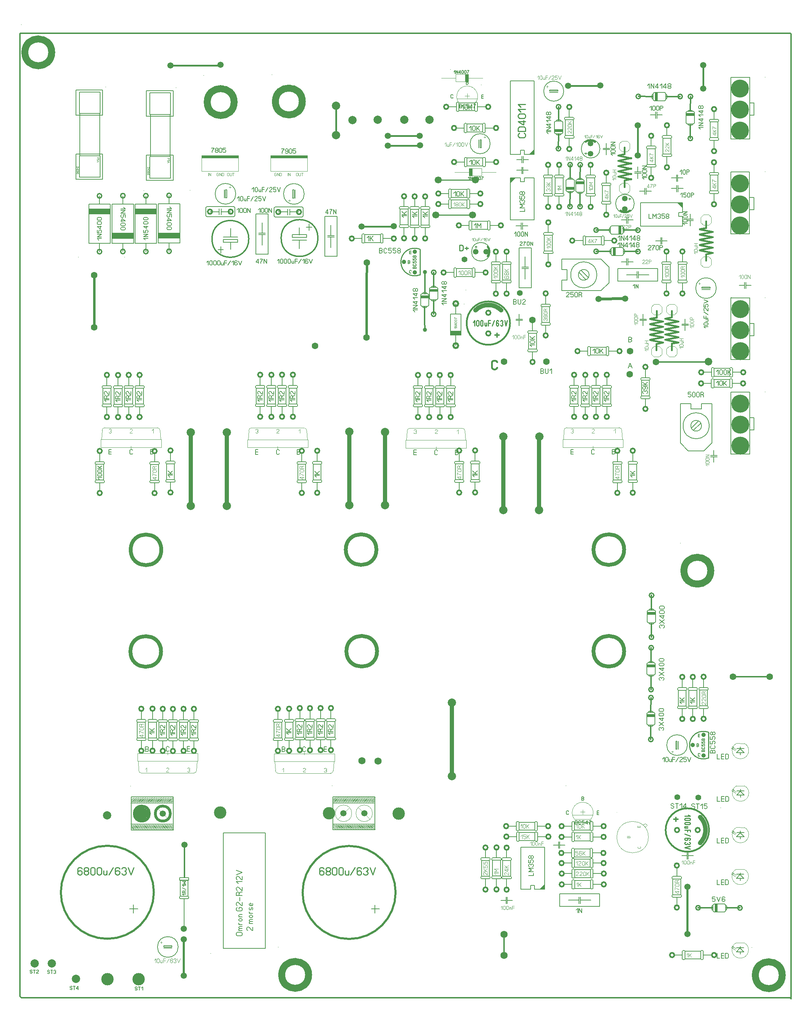
<source format=gbr>
%FSLAX34Y34*%
%MOMM*%
%LNSILK_TOP*%
G71*
G01*
%ADD10C,0.100*%
%ADD11C,0.144*%
%ADD12C,0.122*%
%ADD13C,0.200*%
%ADD14C,0.400*%
%ADD15C,1.000*%
%ADD16C,2.000*%
%ADD17C,0.133*%
%ADD18C,1.600*%
%ADD19C,0.600*%
%ADD20C,1.700*%
%ADD21C,0.060*%
%ADD22C,0.090*%
%ADD23C,0.110*%
%ADD24C,0.190*%
%ADD25C,0.300*%
%ADD26C,3.000*%
%ADD27C,0.000*%
%ADD28C,1.500*%
%ADD29C,0.500*%
%ADD30C,0.700*%
%ADD31C,0.150*%
%ADD32C,0.222*%
%ADD33C,2.000*%
%ADD34C,0.450*%
%ADD35C,0.127*%
%ADD36C,0.160*%
%ADD37C,0.191*%
%ADD38C,0.111*%
%ADD39C,1.700*%
%ADD40C,0.250*%
%ADD41C,1.050*%
%ADD42C,0.206*%
%ADD43C,1.000*%
%ADD44C,1.400*%
%ADD45C,0.238*%
%ADD46C,1.350*%
%ADD47C,0.175*%
%ADD48C,0.089*%
%ADD49C,0.159*%
%ADD50C,4.350*%
%ADD51C,1.600*%
%ADD52C,0.095*%
%ADD53C,1.100*%
%ADD54C,0.318*%
%ADD55C,0.381*%
%ADD56C,1.850*%
%ADD57C,0.350*%
%ADD58C,0.950*%
%ADD59C,1.750*%
%ADD60C,0.143*%
%ADD61C,0.180*%
%ADD62C,0.220*%
%LPD*%
G54D10*
X195233Y-981888D02*
X195233Y-1000888D01*
X341333Y-1000888D01*
X341333Y-981888D01*
X195233Y-981888D01*
G54D10*
G75*
G01X204957Y-953292D02*
G03X198333Y-959688I-224J-6396D01*
G01*
G54D10*
G75*
G01X338233Y-959688D02*
G03X331610Y-953292I-6400J0D01*
G01*
G54D10*
X204733Y-953288D02*
X331733Y-953288D01*
G54D10*
X198433Y-959688D02*
X196833Y-981888D01*
G54D10*
X338133Y-959688D02*
X339733Y-981888D01*
G54D10*
X268333Y-997788D02*
X268333Y-1004088D01*
G54D11*
X220712Y-1017466D02*
X214645Y-1017466D01*
X214645Y-1005910D01*
X220712Y-1005910D01*
G54D11*
X214645Y-1011688D02*
X220712Y-1011688D01*
G54D11*
X272037Y-1015298D02*
X271170Y-1016743D01*
X269437Y-1017465D01*
X267703Y-1017465D01*
X265970Y-1016743D01*
X265103Y-1015298D01*
X265103Y-1008076D01*
X265970Y-1006632D01*
X267703Y-1005910D01*
X269437Y-1005910D01*
X271170Y-1006632D01*
X272037Y-1008076D01*
G54D11*
X315116Y-1017265D02*
X315116Y-1005710D01*
X319450Y-1005710D01*
X321183Y-1006432D01*
X322050Y-1007876D01*
X322050Y-1009320D01*
X321183Y-1010765D01*
X319450Y-1011487D01*
X321183Y-1012210D01*
X322050Y-1013654D01*
X322050Y-1015098D01*
X321183Y-1016543D01*
X319450Y-1017265D01*
X315116Y-1017265D01*
G54D11*
X315116Y-1011487D02*
X319450Y-1011487D01*
G54D12*
X318629Y-960126D02*
X322296Y-956459D01*
X322296Y-966237D01*
G54D12*
X271517Y-966076D02*
X265650Y-966076D01*
X265650Y-965466D01*
X266384Y-964243D01*
X270784Y-960576D01*
X271517Y-959354D01*
X271517Y-958132D01*
X270784Y-956910D01*
X269317Y-956299D01*
X267850Y-956299D01*
X266384Y-956910D01*
X265650Y-958132D01*
G54D12*
X214775Y-958132D02*
X215509Y-956910D01*
X216975Y-956298D01*
X218442Y-956298D01*
X219909Y-956910D01*
X220642Y-958132D01*
X220642Y-959354D01*
X219909Y-960576D01*
X218442Y-961188D01*
X219909Y-961798D01*
X220642Y-963021D01*
X220642Y-964243D01*
X219909Y-965465D01*
X218442Y-966076D01*
X216975Y-966076D01*
X215509Y-965465D01*
X214775Y-964243D01*
G54D10*
X933004Y-983294D02*
X933004Y-1002294D01*
X1079104Y-1002294D01*
X1079104Y-983294D01*
X933004Y-983294D01*
G54D10*
G75*
G01X942728Y-954698D02*
G03X936104Y-961094I-224J-6396D01*
G01*
G54D10*
G75*
G01X1076004Y-961094D02*
G03X1069381Y-954698I-6400J0D01*
G01*
G54D10*
X942504Y-954694D02*
X1069504Y-954694D01*
G54D10*
X936204Y-961094D02*
X934604Y-983294D01*
G54D10*
X1075904Y-961094D02*
X1077504Y-983294D01*
G54D10*
X1006104Y-999194D02*
X1006104Y-1005494D01*
G54D11*
X958483Y-1018872D02*
X952416Y-1018872D01*
X952416Y-1007316D01*
X958483Y-1007316D01*
G54D11*
X952416Y-1013094D02*
X958483Y-1013094D01*
G54D11*
X1009808Y-1016705D02*
X1008941Y-1018149D01*
X1007208Y-1018872D01*
X1005474Y-1018872D01*
X1003741Y-1018149D01*
X1002874Y-1016705D01*
X1002874Y-1009482D01*
X1003741Y-1008038D01*
X1005474Y-1007316D01*
X1007208Y-1007316D01*
X1008941Y-1008038D01*
X1009808Y-1009482D01*
G54D11*
X1052887Y-1018672D02*
X1052887Y-1007116D01*
X1057221Y-1007116D01*
X1058954Y-1007838D01*
X1059821Y-1009282D01*
X1059821Y-1010727D01*
X1058954Y-1012172D01*
X1057221Y-1012894D01*
X1058954Y-1013616D01*
X1059821Y-1015060D01*
X1059821Y-1016505D01*
X1058954Y-1017949D01*
X1057221Y-1018672D01*
X1052887Y-1018672D01*
G54D11*
X1052887Y-1012894D02*
X1057221Y-1012894D01*
G54D12*
X1056400Y-961532D02*
X1060067Y-957866D01*
X1060067Y-967643D01*
G54D12*
X1009288Y-967483D02*
X1003421Y-967483D01*
X1003421Y-966872D01*
X1004154Y-965650D01*
X1008554Y-961983D01*
X1009288Y-960760D01*
X1009288Y-959538D01*
X1008554Y-958316D01*
X1007088Y-957705D01*
X1005621Y-957705D01*
X1004154Y-958316D01*
X1003421Y-959538D01*
G54D12*
X952546Y-959538D02*
X953280Y-958316D01*
X954746Y-957705D01*
X956213Y-957705D01*
X957680Y-958316D01*
X958413Y-959538D01*
X958413Y-960760D01*
X957680Y-961983D01*
X956213Y-962594D01*
X957680Y-963205D01*
X958413Y-964427D01*
X958413Y-965650D01*
X957680Y-966872D01*
X956213Y-967483D01*
X954746Y-967483D01*
X953280Y-966872D01*
X952546Y-965650D01*
G54D10*
X1312509Y-981828D02*
X1312509Y-1000828D01*
X1458609Y-1000828D01*
X1458609Y-981828D01*
X1312509Y-981828D01*
G54D10*
G75*
G01X1322233Y-953232D02*
G03X1315609Y-959628I-224J-6396D01*
G01*
G54D10*
G75*
G01X1455509Y-959628D02*
G03X1448886Y-953232I-6400J0D01*
G01*
G54D10*
X1322009Y-953228D02*
X1449009Y-953228D01*
G54D10*
X1315709Y-959628D02*
X1314109Y-981828D01*
G54D10*
X1455409Y-959628D02*
X1457009Y-981828D01*
G54D10*
X1385609Y-997728D02*
X1385609Y-1004028D01*
G54D11*
X1337988Y-1017406D02*
X1331921Y-1017406D01*
X1331921Y-1005850D01*
X1337988Y-1005850D01*
G54D11*
X1331921Y-1011628D02*
X1337988Y-1011628D01*
G54D11*
X1389312Y-1015238D02*
X1388446Y-1016683D01*
X1386712Y-1017405D01*
X1384979Y-1017405D01*
X1383246Y-1016683D01*
X1382379Y-1015238D01*
X1382379Y-1008016D01*
X1383246Y-1006572D01*
X1384979Y-1005850D01*
X1386712Y-1005850D01*
X1388446Y-1006572D01*
X1389312Y-1008016D01*
G54D11*
X1432392Y-1017205D02*
X1432392Y-1005650D01*
X1436726Y-1005650D01*
X1438459Y-1006372D01*
X1439326Y-1007816D01*
X1439326Y-1009260D01*
X1438459Y-1010705D01*
X1436726Y-1011427D01*
X1438459Y-1012150D01*
X1439326Y-1013594D01*
X1439326Y-1015038D01*
X1438459Y-1016483D01*
X1436726Y-1017205D01*
X1432392Y-1017205D01*
G54D11*
X1432392Y-1011427D02*
X1436726Y-1011427D01*
G54D12*
X1435905Y-960066D02*
X1439572Y-956399D01*
X1439572Y-966177D01*
G54D12*
X1388793Y-966016D02*
X1382926Y-966016D01*
X1382926Y-965406D01*
X1383660Y-964183D01*
X1388060Y-960516D01*
X1388793Y-959294D01*
X1388793Y-958072D01*
X1388060Y-956850D01*
X1386593Y-956239D01*
X1385126Y-956239D01*
X1383660Y-956850D01*
X1382926Y-958072D01*
G54D12*
X1332051Y-958072D02*
X1332785Y-956850D01*
X1334251Y-956238D01*
X1335718Y-956238D01*
X1337185Y-956850D01*
X1337918Y-958072D01*
X1337918Y-959294D01*
X1337185Y-960516D01*
X1335718Y-961128D01*
X1337185Y-961738D01*
X1337918Y-962961D01*
X1337918Y-964183D01*
X1337185Y-965405D01*
X1335718Y-966016D01*
X1334251Y-966016D01*
X1332785Y-965405D01*
X1332051Y-964183D01*
G54D13*
X209865Y-921644D02*
X209865Y-902594D01*
G54D13*
X209865Y-832744D02*
X209865Y-851794D01*
G54D13*
X219390Y-902594D02*
X200340Y-902594D01*
G54D13*
G75*
G01X198752Y-901006D02*
G03X200340Y-902594I1588J0D01*
G01*
G54D13*
G75*
G01X200340Y-896243D02*
G03X198752Y-897831I0J-1588D01*
G01*
G54D13*
G75*
G01X219390Y-902594D02*
G03X220978Y-901006I0J1588D01*
G01*
G54D13*
G75*
G01X220978Y-897831D02*
G03X219390Y-896243I-1588J0D01*
G01*
G54D13*
X198752Y-901006D02*
X198752Y-897831D01*
G54D13*
X200340Y-896243D02*
X219390Y-896243D01*
G54D13*
X220978Y-897831D02*
X220978Y-901006D01*
G54D13*
X219390Y-858144D02*
X200340Y-858144D01*
G54D13*
G75*
G01X198752Y-856556D02*
G03X200340Y-858144I1588J0D01*
G01*
G54D13*
G75*
G01X200340Y-851793D02*
G03X198752Y-853381I0J-1588D01*
G01*
G54D13*
G75*
G01X219390Y-858144D02*
G03X220978Y-856556I0J1588D01*
G01*
G54D13*
G75*
G01X220978Y-853381D02*
G03X219390Y-851793I-1588J0D01*
G01*
G54D13*
X198752Y-856556D02*
X198752Y-853381D01*
G54D13*
X200340Y-851793D02*
X219390Y-851793D01*
G54D13*
X220978Y-853381D02*
X220978Y-856556D01*
G54D13*
X200340Y-896243D02*
X200340Y-858144D01*
G54D13*
X219390Y-858144D02*
X219390Y-896243D01*
G54D14*
G75*
G01X215365Y-927344D02*
G03X215365Y-927344I-5500J0D01*
G01*
G54D14*
G75*
G01X215365Y-825744D02*
G03X215365Y-825744I-5500J0D01*
G01*
G54D11*
X207909Y-890401D02*
X203576Y-886068D01*
X215131Y-886068D01*
G54D11*
X209354Y-879424D02*
X210798Y-876824D01*
X212242Y-875956D01*
X215131Y-875956D01*
G54D11*
X215131Y-882890D02*
X203576Y-882890D01*
X203576Y-878556D01*
X204298Y-876824D01*
X205742Y-875956D01*
X207187Y-875956D01*
X208631Y-876824D01*
X209354Y-878556D01*
X209354Y-882890D01*
G54D11*
X215131Y-865846D02*
X215131Y-872779D01*
X214409Y-872779D01*
X212965Y-871912D01*
X208631Y-866712D01*
X207187Y-865846D01*
X205742Y-865846D01*
X204298Y-866712D01*
X203576Y-868446D01*
X203576Y-870179D01*
X204298Y-871912D01*
X205742Y-872779D01*
G54D13*
X363755Y-1104180D02*
X363755Y-1085130D01*
G54D13*
X363755Y-1015280D02*
X363755Y-1034330D01*
G54D13*
X373280Y-1085130D02*
X354230Y-1085130D01*
G54D13*
G75*
G01X352642Y-1083543D02*
G03X354230Y-1085131I1588J0D01*
G01*
G54D13*
G75*
G01X354230Y-1078780D02*
G03X352642Y-1080368I0J-1588D01*
G01*
G54D13*
G75*
G01X373280Y-1085131D02*
G03X374868Y-1083543I0J1588D01*
G01*
G54D13*
G75*
G01X374868Y-1080368D02*
G03X373280Y-1078780I-1588J0D01*
G01*
G54D13*
X352642Y-1083543D02*
X352642Y-1080368D01*
G54D13*
X354230Y-1078780D02*
X373280Y-1078780D01*
G54D13*
X374868Y-1080368D02*
X374868Y-1083543D01*
G54D13*
X373280Y-1040680D02*
X354230Y-1040680D01*
G54D13*
G75*
G01X352642Y-1039093D02*
G03X354230Y-1040681I1588J0D01*
G01*
G54D13*
G75*
G01X354230Y-1034330D02*
G03X352642Y-1035918I0J-1588D01*
G01*
G54D13*
G75*
G01X373280Y-1040681D02*
G03X374868Y-1039093I0J1588D01*
G01*
G54D13*
G75*
G01X374868Y-1035918D02*
G03X373280Y-1034330I-1588J0D01*
G01*
G54D13*
X352642Y-1039093D02*
X352642Y-1035918D01*
G54D13*
X354230Y-1034330D02*
X373280Y-1034330D01*
G54D13*
X374868Y-1035918D02*
X374868Y-1039093D01*
G54D13*
X354230Y-1078780D02*
X354230Y-1040680D01*
G54D13*
X373280Y-1040680D02*
X373280Y-1078780D01*
G54D14*
G75*
G01X369255Y-1109880D02*
G03X369255Y-1109880I-5500J0D01*
G01*
G54D14*
G75*
G01X369255Y-1008280D02*
G03X369255Y-1008280I-5500J0D01*
G01*
G54D11*
X361972Y-1072518D02*
X357639Y-1068184D01*
X369194Y-1068184D01*
G54D11*
X369194Y-1065007D02*
X357639Y-1065007D01*
G54D11*
X365583Y-1065007D02*
X357639Y-1058074D01*
G54D11*
X363416Y-1062407D02*
X369194Y-1058074D01*
G54D13*
X325191Y-1105760D02*
X325191Y-1086710D01*
G54D13*
X325191Y-1016860D02*
X325191Y-1035910D01*
G54D13*
X334716Y-1086710D02*
X315666Y-1086710D01*
G54D13*
G75*
G01X314078Y-1085122D02*
G03X315666Y-1086710I1588J0D01*
G01*
G54D13*
G75*
G01X315666Y-1080359D02*
G03X314078Y-1081947I0J-1588D01*
G01*
G54D13*
G75*
G01X334716Y-1086710D02*
G03X336304Y-1085122I0J1588D01*
G01*
G54D13*
G75*
G01X336304Y-1081947D02*
G03X334716Y-1080359I-1588J0D01*
G01*
G54D13*
X314078Y-1085122D02*
X314078Y-1081947D01*
G54D13*
X315666Y-1080359D02*
X334716Y-1080359D01*
G54D13*
X336304Y-1081947D02*
X336304Y-1085122D01*
G54D13*
X334716Y-1042260D02*
X315666Y-1042260D01*
G54D13*
G75*
G01X314078Y-1040672D02*
G03X315666Y-1042260I1588J0D01*
G01*
G54D13*
G75*
G01X315666Y-1035909D02*
G03X314078Y-1037497I0J-1588D01*
G01*
G54D13*
G75*
G01X334716Y-1042260D02*
G03X336304Y-1040672I0J1588D01*
G01*
G54D13*
G75*
G01X336304Y-1037497D02*
G03X334716Y-1035909I-1588J0D01*
G01*
G54D13*
X314078Y-1040672D02*
X314078Y-1037497D01*
G54D13*
X315666Y-1035909D02*
X334716Y-1035909D01*
G54D13*
X336304Y-1037497D02*
X336304Y-1040672D01*
G54D13*
X315666Y-1080359D02*
X315666Y-1042260D01*
G54D13*
X334716Y-1042260D02*
X334716Y-1080359D01*
G54D14*
G75*
G01X330691Y-1111460D02*
G03X330691Y-1111460I-5500J0D01*
G01*
G54D14*
G75*
G01X330691Y-1009860D02*
G03X330691Y-1009860I-5500J0D01*
G01*
G54D12*
X329907Y-1073638D02*
X320129Y-1073638D01*
X326240Y-1078038D01*
X327463Y-1078038D01*
X327463Y-1072171D01*
G54D12*
X320129Y-1069482D02*
X320129Y-1063615D01*
X321352Y-1064348D01*
X323185Y-1065815D01*
X325629Y-1067282D01*
X327463Y-1068015D01*
X329907Y-1068015D01*
G54D12*
X321963Y-1055059D02*
X328074Y-1055059D01*
X329296Y-1055792D01*
X329907Y-1057259D01*
X329907Y-1058726D01*
X329296Y-1060192D01*
X328074Y-1060926D01*
X321963Y-1060926D01*
X320740Y-1060192D01*
X320129Y-1058726D01*
X320129Y-1057259D01*
X320740Y-1055792D01*
X321963Y-1055059D01*
G54D12*
X325018Y-1049436D02*
X326240Y-1047236D01*
X327463Y-1046503D01*
X329907Y-1046503D01*
G54D12*
X329907Y-1052370D02*
X320129Y-1052370D01*
X320129Y-1048703D01*
X320740Y-1047236D01*
X321963Y-1046503D01*
X323185Y-1046503D01*
X324407Y-1047236D01*
X325018Y-1048703D01*
X325018Y-1052370D01*
G54D15*
X413153Y-1142502D02*
X413153Y-964266D01*
G54D15*
X499624Y-1142502D02*
X499624Y-965443D01*
X500212Y-964854D01*
X499624Y-1142502D02*
G54D16*
D03*
X500212Y-964854D02*
G54D16*
D03*
X413153Y-964266D02*
G54D16*
D03*
X413153Y-1142502D02*
G54D16*
D03*
G54D10*
X550012Y-982235D02*
X550012Y-1001235D01*
X696112Y-1001235D01*
X696112Y-982235D01*
X550012Y-982235D01*
G54D10*
G75*
G01X559735Y-953639D02*
G03X553112Y-960035I-223J-6396D01*
G01*
G54D10*
G75*
G01X693012Y-960035D02*
G03X686389Y-953639I-6400J0D01*
G01*
G54D10*
X559512Y-953635D02*
X686512Y-953635D01*
G54D10*
X553212Y-960035D02*
X551612Y-982235D01*
G54D10*
X692912Y-960035D02*
X694512Y-982235D01*
G54D10*
X623112Y-998135D02*
X623112Y-1004435D01*
G54D11*
X575491Y-1017813D02*
X569424Y-1017813D01*
X569424Y-1006258D01*
X575491Y-1006258D01*
G54D11*
X569424Y-1012035D02*
X575491Y-1012035D01*
G54D11*
X626815Y-1015646D02*
X625949Y-1017090D01*
X624215Y-1017812D01*
X622482Y-1017812D01*
X620749Y-1017090D01*
X619882Y-1015646D01*
X619882Y-1008424D01*
X620749Y-1006979D01*
X622482Y-1006257D01*
X624215Y-1006257D01*
X625949Y-1006979D01*
X626815Y-1008424D01*
G54D11*
X669895Y-1017612D02*
X669895Y-1006057D01*
X674228Y-1006057D01*
X675962Y-1006779D01*
X676828Y-1008224D01*
X676828Y-1009668D01*
X675962Y-1011112D01*
X674228Y-1011835D01*
X675962Y-1012557D01*
X676828Y-1014002D01*
X676828Y-1015446D01*
X675962Y-1016890D01*
X674228Y-1017612D01*
X669895Y-1017612D01*
G54D11*
X669895Y-1011835D02*
X674228Y-1011835D01*
G54D12*
X673408Y-960473D02*
X677075Y-956806D01*
X677075Y-966584D01*
G54D12*
X626296Y-966424D02*
X620429Y-966424D01*
X620429Y-965813D01*
X621162Y-964590D01*
X625562Y-960924D01*
X626296Y-959702D01*
X626296Y-958480D01*
X625562Y-957258D01*
X624096Y-956646D01*
X622629Y-956646D01*
X621162Y-957258D01*
X620429Y-958480D01*
G54D12*
X569554Y-958480D02*
X570287Y-957257D01*
X571754Y-956646D01*
X573221Y-956646D01*
X574687Y-957257D01*
X575421Y-958480D01*
X575421Y-959702D01*
X574687Y-960924D01*
X573221Y-961535D01*
X574687Y-962146D01*
X575421Y-963368D01*
X575421Y-964590D01*
X574687Y-965813D01*
X573221Y-966424D01*
X571754Y-966424D01*
X570287Y-965813D01*
X569554Y-964590D01*
G54D13*
X236963Y-921870D02*
X236963Y-902820D01*
G54D13*
X236963Y-832970D02*
X236963Y-852020D01*
G54D13*
X246488Y-902820D02*
X227438Y-902820D01*
G54D13*
G75*
G01X225850Y-901233D02*
G03X227438Y-902821I1588J0D01*
G01*
G54D13*
G75*
G01X227438Y-896470D02*
G03X225850Y-898058I0J-1588D01*
G01*
G54D13*
G75*
G01X246488Y-902821D02*
G03X248076Y-901233I0J1588D01*
G01*
G54D13*
G75*
G01X248076Y-898058D02*
G03X246488Y-896470I-1588J0D01*
G01*
G54D13*
X225850Y-901233D02*
X225850Y-898058D01*
G54D13*
X227438Y-896470D02*
X246488Y-896470D01*
G54D13*
X248076Y-898058D02*
X248076Y-901233D01*
G54D13*
X246488Y-858370D02*
X227438Y-858370D01*
G54D13*
G75*
G01X225850Y-856783D02*
G03X227438Y-858371I1588J0D01*
G01*
G54D13*
G75*
G01X227438Y-852020D02*
G03X225850Y-853608I0J-1588D01*
G01*
G54D13*
G75*
G01X246488Y-858371D02*
G03X248076Y-856783I0J1588D01*
G01*
G54D13*
G75*
G01X248076Y-853608D02*
G03X246488Y-852020I-1588J0D01*
G01*
G54D13*
X225850Y-856783D02*
X225850Y-853608D01*
G54D13*
X227438Y-852020D02*
X246488Y-852020D01*
G54D13*
X248076Y-853608D02*
X248076Y-856783D01*
G54D13*
X227438Y-896470D02*
X227438Y-858370D01*
G54D13*
X246488Y-858370D02*
X246488Y-896470D01*
G54D14*
G75*
G01X242463Y-927570D02*
G03X242463Y-927570I-5500J0D01*
G01*
G54D14*
G75*
G01X242463Y-825970D02*
G03X242463Y-825970I-5500J0D01*
G01*
G54D11*
X235007Y-890628D02*
X230674Y-886294D01*
X242230Y-886294D01*
G54D11*
X236452Y-879650D02*
X237896Y-877050D01*
X239341Y-876184D01*
X242230Y-876184D01*
G54D11*
X242230Y-883117D02*
X230674Y-883117D01*
X230674Y-878784D01*
X231396Y-877050D01*
X232841Y-876184D01*
X234285Y-876184D01*
X235730Y-877050D01*
X236452Y-878784D01*
X236452Y-883117D01*
G54D11*
X242230Y-866072D02*
X242230Y-873006D01*
X241507Y-873006D01*
X240063Y-872140D01*
X235730Y-866940D01*
X234285Y-866072D01*
X232841Y-866072D01*
X231396Y-866940D01*
X230674Y-868672D01*
X230674Y-870406D01*
X231396Y-872140D01*
X232841Y-873006D01*
G54D13*
X262701Y-921602D02*
X262701Y-902552D01*
G54D13*
X262701Y-832702D02*
X262701Y-851752D01*
G54D13*
X272226Y-902552D02*
X253176Y-902552D01*
G54D13*
G75*
G01X251588Y-900965D02*
G03X253176Y-902553I1588J0D01*
G01*
G54D13*
G75*
G01X253176Y-896202D02*
G03X251588Y-897790I0J-1588D01*
G01*
G54D13*
G75*
G01X272226Y-902553D02*
G03X273814Y-900965I0J1588D01*
G01*
G54D13*
G75*
G01X273814Y-897790D02*
G03X272226Y-896202I-1588J0D01*
G01*
G54D13*
X251588Y-900965D02*
X251588Y-897790D01*
G54D13*
X253176Y-896202D02*
X272226Y-896202D01*
G54D13*
X273814Y-897790D02*
X273814Y-900965D01*
G54D13*
X272226Y-858102D02*
X253176Y-858102D01*
G54D13*
G75*
G01X251588Y-856515D02*
G03X253176Y-858103I1588J0D01*
G01*
G54D13*
G75*
G01X253176Y-851752D02*
G03X251588Y-853340I0J-1588D01*
G01*
G54D13*
G75*
G01X272226Y-858103D02*
G03X273814Y-856515I0J1588D01*
G01*
G54D13*
G75*
G01X273814Y-853340D02*
G03X272226Y-851752I-1588J0D01*
G01*
G54D13*
X251588Y-856515D02*
X251588Y-853340D01*
G54D13*
X253176Y-851752D02*
X272226Y-851752D01*
G54D13*
X273814Y-853340D02*
X273814Y-856515D01*
G54D13*
X253176Y-896202D02*
X253176Y-858102D01*
G54D13*
X272226Y-858102D02*
X272226Y-896202D01*
G54D14*
G75*
G01X268201Y-927302D02*
G03X268201Y-927302I-5500J0D01*
G01*
G54D14*
G75*
G01X268201Y-825702D02*
G03X268201Y-825702I-5500J0D01*
G01*
G54D11*
X260745Y-890360D02*
X256411Y-886026D01*
X267967Y-886026D01*
G54D11*
X262189Y-879382D02*
X263633Y-876782D01*
X265078Y-875916D01*
X267967Y-875916D01*
G54D11*
X267967Y-882849D02*
X256411Y-882849D01*
X256411Y-878516D01*
X257133Y-876782D01*
X258578Y-875916D01*
X260022Y-875916D01*
X261467Y-876782D01*
X262189Y-878516D01*
X262189Y-882849D01*
G54D11*
X267967Y-865805D02*
X267967Y-872738D01*
X267245Y-872738D01*
X265800Y-871872D01*
X261467Y-866672D01*
X260022Y-865805D01*
X258578Y-865805D01*
X257133Y-866672D01*
X256411Y-868405D01*
X256411Y-870138D01*
X257133Y-871872D01*
X258578Y-872738D01*
G54D13*
X288974Y-921602D02*
X288974Y-902552D01*
G54D13*
X288974Y-832702D02*
X288974Y-851752D01*
G54D13*
X298499Y-902552D02*
X279449Y-902552D01*
G54D13*
G75*
G01X277861Y-900965D02*
G03X279449Y-902553I1588J0D01*
G01*
G54D13*
G75*
G01X279449Y-896202D02*
G03X277861Y-897790I0J-1588D01*
G01*
G54D13*
G75*
G01X298499Y-902553D02*
G03X300087Y-900965I0J1588D01*
G01*
G54D13*
G75*
G01X300087Y-897790D02*
G03X298499Y-896202I-1588J0D01*
G01*
G54D13*
X277861Y-900965D02*
X277861Y-897790D01*
G54D13*
X279449Y-896202D02*
X298499Y-896202D01*
G54D13*
X300087Y-897790D02*
X300087Y-900965D01*
G54D13*
X298499Y-858102D02*
X279449Y-858102D01*
G54D13*
G75*
G01X277861Y-856515D02*
G03X279449Y-858103I1588J0D01*
G01*
G54D13*
G75*
G01X279449Y-851752D02*
G03X277861Y-853340I0J-1588D01*
G01*
G54D13*
G75*
G01X298499Y-858103D02*
G03X300087Y-856515I0J1588D01*
G01*
G54D13*
G75*
G01X300087Y-853340D02*
G03X298499Y-851752I-1588J0D01*
G01*
G54D13*
X277861Y-856515D02*
X277861Y-853340D01*
G54D13*
X279449Y-851752D02*
X298499Y-851752D01*
G54D13*
X300087Y-853340D02*
X300087Y-856515D01*
G54D13*
X279449Y-896202D02*
X279449Y-858102D01*
G54D13*
X298499Y-858102D02*
X298499Y-896202D01*
G54D14*
G75*
G01X294474Y-927302D02*
G03X294474Y-927302I-5500J0D01*
G01*
G54D14*
G75*
G01X294474Y-825702D02*
G03X294474Y-825702I-5500J0D01*
G01*
G54D11*
X287018Y-890360D02*
X282685Y-886026D01*
X294240Y-886026D01*
G54D11*
X288462Y-879382D02*
X289907Y-876782D01*
X291351Y-875916D01*
X294240Y-875916D01*
G54D11*
X294240Y-882849D02*
X282685Y-882849D01*
X282685Y-878516D01*
X283407Y-876782D01*
X284851Y-875916D01*
X286296Y-875916D01*
X287740Y-876782D01*
X288462Y-878516D01*
X288462Y-882849D01*
G54D11*
X294240Y-865805D02*
X294240Y-872738D01*
X293518Y-872738D01*
X292074Y-871872D01*
X287740Y-866672D01*
X286296Y-865805D01*
X284851Y-865805D01*
X283407Y-866672D01*
X282685Y-868405D01*
X282685Y-870138D01*
X283407Y-871872D01*
X284851Y-872738D01*
G54D13*
X580749Y-921066D02*
X580749Y-902016D01*
G54D13*
X580749Y-832166D02*
X580749Y-851216D01*
G54D13*
X590274Y-902016D02*
X571224Y-902016D01*
G54D13*
G75*
G01X569636Y-900429D02*
G03X571224Y-902017I1588J0D01*
G01*
G54D13*
G75*
G01X571224Y-895666D02*
G03X569636Y-897254I0J-1588D01*
G01*
G54D13*
G75*
G01X590274Y-902017D02*
G03X591862Y-900429I0J1588D01*
G01*
G54D13*
G75*
G01X591862Y-897254D02*
G03X590274Y-895666I-1588J0D01*
G01*
G54D13*
X569636Y-900429D02*
X569636Y-897254D01*
G54D13*
X571224Y-895666D02*
X590274Y-895666D01*
G54D13*
X591862Y-897254D02*
X591862Y-900429D01*
G54D13*
X590274Y-857566D02*
X571224Y-857566D01*
G54D13*
G75*
G01X569636Y-855979D02*
G03X571224Y-857567I1588J0D01*
G01*
G54D13*
G75*
G01X571224Y-851216D02*
G03X569636Y-852804I0J-1588D01*
G01*
G54D13*
G75*
G01X590274Y-857567D02*
G03X591862Y-855979I0J1588D01*
G01*
G54D13*
G75*
G01X591862Y-852804D02*
G03X590274Y-851216I-1588J0D01*
G01*
G54D13*
X569636Y-855979D02*
X569636Y-852804D01*
G54D13*
X571224Y-851216D02*
X590274Y-851216D01*
G54D13*
X591862Y-852804D02*
X591862Y-855979D01*
G54D13*
X571224Y-895666D02*
X571224Y-857566D01*
G54D13*
X590274Y-857566D02*
X590274Y-895666D01*
G54D14*
G75*
G01X586249Y-926766D02*
G03X586249Y-926766I-5500J0D01*
G01*
G54D14*
G75*
G01X586249Y-825166D02*
G03X586249Y-825166I-5500J0D01*
G01*
G54D11*
X578793Y-889824D02*
X574459Y-885490D01*
X586015Y-885490D01*
G54D11*
X580237Y-878846D02*
X581682Y-876246D01*
X583126Y-875380D01*
X586015Y-875380D01*
G54D11*
X586015Y-882313D02*
X574459Y-882313D01*
X574459Y-877980D01*
X575182Y-876246D01*
X576626Y-875380D01*
X578070Y-875380D01*
X579515Y-876246D01*
X580237Y-877980D01*
X580237Y-882313D01*
G54D11*
X586015Y-865268D02*
X586015Y-872202D01*
X585293Y-872202D01*
X583848Y-871335D01*
X579515Y-866135D01*
X578070Y-865268D01*
X576626Y-865268D01*
X575182Y-866135D01*
X574459Y-867868D01*
X574459Y-869602D01*
X575182Y-871335D01*
X576626Y-872202D01*
G54D13*
X607847Y-921293D02*
X607847Y-902243D01*
G54D13*
X607847Y-832394D02*
X607847Y-851444D01*
G54D13*
X617372Y-902243D02*
X598322Y-902243D01*
G54D13*
G75*
G01X596734Y-900656D02*
G03X598322Y-902244I1588J0D01*
G01*
G54D13*
G75*
G01X598322Y-895893D02*
G03X596734Y-897481I0J-1588D01*
G01*
G54D13*
G75*
G01X617372Y-902244D02*
G03X618960Y-900656I0J1588D01*
G01*
G54D13*
G75*
G01X618960Y-897481D02*
G03X617372Y-895893I-1588J0D01*
G01*
G54D13*
X596734Y-900656D02*
X596734Y-897481D01*
G54D13*
X598322Y-895893D02*
X617372Y-895893D01*
G54D13*
X618960Y-897481D02*
X618960Y-900656D01*
G54D13*
X617372Y-857793D02*
X598322Y-857793D01*
G54D13*
G75*
G01X596734Y-856206D02*
G03X598322Y-857794I1588J0D01*
G01*
G54D13*
G75*
G01X598322Y-851443D02*
G03X596734Y-853031I0J-1588D01*
G01*
G54D13*
G75*
G01X617372Y-857794D02*
G03X618960Y-856206I0J1588D01*
G01*
G54D13*
G75*
G01X618960Y-853031D02*
G03X617372Y-851443I-1588J0D01*
G01*
G54D13*
X596734Y-856206D02*
X596734Y-853031D01*
G54D13*
X598322Y-851443D02*
X617372Y-851443D01*
G54D13*
X618960Y-853031D02*
X618960Y-856206D01*
G54D13*
X598322Y-895893D02*
X598322Y-857793D01*
G54D13*
X617372Y-857793D02*
X617372Y-895893D01*
G54D14*
G75*
G01X613347Y-926993D02*
G03X613347Y-926993I-5500J0D01*
G01*
G54D14*
G75*
G01X613347Y-825394D02*
G03X613347Y-825394I-5500J0D01*
G01*
G54D11*
X605891Y-890051D02*
X601558Y-885718D01*
X613113Y-885718D01*
G54D11*
X607335Y-879073D02*
X608780Y-876473D01*
X610224Y-875606D01*
X613113Y-875606D01*
G54D11*
X613113Y-882540D02*
X601558Y-882540D01*
X601558Y-878206D01*
X602280Y-876473D01*
X603724Y-875606D01*
X605169Y-875606D01*
X606613Y-876473D01*
X607335Y-878206D01*
X607335Y-882540D01*
G54D11*
X613113Y-865496D02*
X613113Y-872429D01*
X612391Y-872429D01*
X610946Y-871562D01*
X606613Y-866362D01*
X605169Y-865496D01*
X603724Y-865496D01*
X602280Y-866362D01*
X601558Y-868096D01*
X601558Y-869829D01*
X602280Y-871562D01*
X603724Y-872429D01*
G54D13*
X633584Y-921026D02*
X633584Y-901976D01*
G54D13*
X633584Y-832126D02*
X633584Y-851176D01*
G54D13*
X643109Y-901976D02*
X624059Y-901976D01*
G54D13*
G75*
G01X622471Y-900388D02*
G03X624059Y-901976I1588J0D01*
G01*
G54D13*
G75*
G01X624059Y-895625D02*
G03X622471Y-897213I0J-1588D01*
G01*
G54D13*
G75*
G01X643109Y-901976D02*
G03X644697Y-900388I0J1588D01*
G01*
G54D13*
G75*
G01X644697Y-897213D02*
G03X643109Y-895625I-1588J0D01*
G01*
G54D13*
X622471Y-900388D02*
X622471Y-897213D01*
G54D13*
X624059Y-895625D02*
X643109Y-895625D01*
G54D13*
X644697Y-897213D02*
X644697Y-900388D01*
G54D13*
X643109Y-857525D02*
X624059Y-857525D01*
G54D13*
G75*
G01X622471Y-855938D02*
G03X624059Y-857526I1588J0D01*
G01*
G54D13*
G75*
G01X624059Y-851175D02*
G03X622471Y-852763I0J-1588D01*
G01*
G54D13*
G75*
G01X643109Y-857526D02*
G03X644697Y-855938I0J1588D01*
G01*
G54D13*
G75*
G01X644697Y-852763D02*
G03X643109Y-851175I-1588J0D01*
G01*
G54D13*
X622471Y-855938D02*
X622471Y-852763D01*
G54D13*
X624059Y-851175D02*
X643109Y-851175D01*
G54D13*
X644697Y-852763D02*
X644697Y-855938D01*
G54D13*
X624059Y-895625D02*
X624059Y-857525D01*
G54D13*
X643109Y-857525D02*
X643109Y-895625D01*
G54D14*
G75*
G01X639084Y-926726D02*
G03X639084Y-926726I-5500J0D01*
G01*
G54D14*
G75*
G01X639084Y-825126D02*
G03X639084Y-825126I-5500J0D01*
G01*
G54D11*
X631628Y-889783D02*
X627295Y-885450D01*
X638850Y-885450D01*
G54D11*
X633073Y-878805D02*
X634517Y-876205D01*
X635961Y-875338D01*
X638850Y-875338D01*
G54D11*
X638850Y-882272D02*
X627295Y-882272D01*
X627295Y-877938D01*
X628017Y-876205D01*
X629461Y-875338D01*
X630906Y-875338D01*
X632350Y-876205D01*
X633073Y-877938D01*
X633073Y-882272D01*
G54D11*
X638850Y-865228D02*
X638850Y-872161D01*
X638128Y-872161D01*
X636684Y-871294D01*
X632350Y-866094D01*
X630906Y-865228D01*
X629461Y-865228D01*
X628017Y-866094D01*
X627295Y-867828D01*
X627295Y-869561D01*
X628017Y-871294D01*
X629461Y-872161D01*
G54D13*
X659858Y-921026D02*
X659858Y-901976D01*
G54D13*
X659858Y-832126D02*
X659858Y-851176D01*
G54D13*
X669383Y-901976D02*
X650333Y-901976D01*
G54D13*
G75*
G01X648745Y-900388D02*
G03X650333Y-901976I1588J0D01*
G01*
G54D13*
G75*
G01X650333Y-895625D02*
G03X648745Y-897213I0J-1588D01*
G01*
G54D13*
G75*
G01X669383Y-901976D02*
G03X670971Y-900388I0J1588D01*
G01*
G54D13*
G75*
G01X670971Y-897213D02*
G03X669383Y-895625I-1588J0D01*
G01*
G54D13*
X648745Y-900388D02*
X648745Y-897213D01*
G54D13*
X650333Y-895625D02*
X669383Y-895625D01*
G54D13*
X670971Y-897213D02*
X670971Y-900388D01*
G54D13*
X669383Y-857525D02*
X650333Y-857525D01*
G54D13*
G75*
G01X648745Y-855938D02*
G03X650333Y-857526I1588J0D01*
G01*
G54D13*
G75*
G01X650333Y-851175D02*
G03X648745Y-852763I0J-1588D01*
G01*
G54D13*
G75*
G01X669383Y-857526D02*
G03X670971Y-855938I0J1588D01*
G01*
G54D13*
G75*
G01X670971Y-852763D02*
G03X669383Y-851175I-1588J0D01*
G01*
G54D13*
X648745Y-855938D02*
X648745Y-852763D01*
G54D13*
X650333Y-851175D02*
X669383Y-851175D01*
G54D13*
X670971Y-852763D02*
X670971Y-855938D01*
G54D13*
X650333Y-895625D02*
X650333Y-857525D01*
G54D13*
X669383Y-857525D02*
X669383Y-895625D01*
G54D14*
G75*
G01X665358Y-926726D02*
G03X665358Y-926726I-5500J0D01*
G01*
G54D14*
G75*
G01X665358Y-825126D02*
G03X665358Y-825126I-5500J0D01*
G01*
G54D11*
X657902Y-889783D02*
X653568Y-885450D01*
X665124Y-885450D01*
G54D11*
X659346Y-878805D02*
X660790Y-876205D01*
X662235Y-875338D01*
X665124Y-875338D01*
G54D11*
X665124Y-882272D02*
X653568Y-882272D01*
X653568Y-877938D01*
X654290Y-876205D01*
X655735Y-875338D01*
X657179Y-875338D01*
X658624Y-876205D01*
X659346Y-877938D01*
X659346Y-882272D01*
G54D11*
X665124Y-865228D02*
X665124Y-872161D01*
X664402Y-872161D01*
X662957Y-871294D01*
X658624Y-866094D01*
X657179Y-865228D01*
X655735Y-865228D01*
X654290Y-866094D01*
X653568Y-867828D01*
X653568Y-869561D01*
X654290Y-871294D01*
X655735Y-872161D01*
G54D13*
X962378Y-921800D02*
X962378Y-902750D01*
G54D13*
X962378Y-832900D02*
X962378Y-851950D01*
G54D13*
X971903Y-902750D02*
X952853Y-902750D01*
G54D13*
G75*
G01X951265Y-901162D02*
G03X952853Y-902750I1588J0D01*
G01*
G54D13*
G75*
G01X952853Y-896400D02*
G03X951265Y-897988I0J-1588D01*
G01*
G54D13*
G75*
G01X971903Y-902750D02*
G03X973491Y-901162I0J1588D01*
G01*
G54D13*
G75*
G01X973491Y-897988D02*
G03X971903Y-896400I-1588J0D01*
G01*
G54D13*
X951265Y-901162D02*
X951265Y-897988D01*
G54D13*
X952853Y-896400D02*
X971903Y-896400D01*
G54D13*
X973491Y-897988D02*
X973491Y-901162D01*
G54D13*
X971903Y-858300D02*
X952853Y-858300D01*
G54D13*
G75*
G01X951265Y-856712D02*
G03X952853Y-858300I1588J0D01*
G01*
G54D13*
G75*
G01X952853Y-851950D02*
G03X951265Y-853538I0J-1588D01*
G01*
G54D13*
G75*
G01X971903Y-858300D02*
G03X973491Y-856712I0J1588D01*
G01*
G54D13*
G75*
G01X973491Y-853538D02*
G03X971903Y-851950I-1588J0D01*
G01*
G54D13*
X951265Y-856712D02*
X951265Y-853538D01*
G54D13*
X952853Y-851950D02*
X971903Y-851950D01*
G54D13*
X973491Y-853538D02*
X973491Y-856712D01*
G54D13*
X952853Y-896400D02*
X952853Y-858300D01*
G54D13*
X971903Y-858300D02*
X971903Y-896400D01*
G54D14*
G75*
G01X967878Y-927500D02*
G03X967878Y-927500I-5500J0D01*
G01*
G54D14*
G75*
G01X967878Y-825900D02*
G03X967878Y-825900I-5500J0D01*
G01*
G54D11*
X960422Y-890558D02*
X956089Y-886224D01*
X967645Y-886224D01*
G54D11*
X961867Y-879580D02*
X963311Y-876980D01*
X964756Y-876114D01*
X967645Y-876114D01*
G54D11*
X967645Y-883047D02*
X956089Y-883047D01*
X956089Y-878714D01*
X956811Y-876980D01*
X958256Y-876114D01*
X959700Y-876114D01*
X961145Y-876980D01*
X961867Y-878714D01*
X961867Y-883047D01*
G54D11*
X967645Y-866002D02*
X967645Y-872936D01*
X966922Y-872936D01*
X965478Y-872069D01*
X961145Y-866869D01*
X959700Y-866002D01*
X958256Y-866002D01*
X956811Y-866869D01*
X956089Y-868602D01*
X956089Y-870336D01*
X956811Y-872069D01*
X958256Y-872936D01*
G54D13*
X989477Y-922027D02*
X989477Y-902977D01*
G54D13*
X989477Y-833128D02*
X989477Y-852178D01*
G54D13*
X999002Y-902977D02*
X979952Y-902977D01*
G54D13*
G75*
G01X978364Y-901390D02*
G03X979952Y-902978I1588J0D01*
G01*
G54D13*
G75*
G01X979952Y-896626D02*
G03X978364Y-898214I0J-1588D01*
G01*
G54D13*
G75*
G01X999002Y-902978D02*
G03X1000590Y-901390I0J1588D01*
G01*
G54D13*
G75*
G01X1000590Y-898214D02*
G03X999002Y-896626I-1588J0D01*
G01*
G54D13*
X978364Y-901390D02*
X978364Y-898214D01*
G54D13*
X979952Y-896626D02*
X999002Y-896626D01*
G54D13*
X1000590Y-898214D02*
X1000590Y-901390D01*
G54D13*
X999002Y-858527D02*
X979952Y-858527D01*
G54D13*
G75*
G01X978364Y-856940D02*
G03X979952Y-858528I1588J0D01*
G01*
G54D13*
G75*
G01X979952Y-852177D02*
G03X978364Y-853765I0J-1588D01*
G01*
G54D13*
G75*
G01X999002Y-858528D02*
G03X1000590Y-856940I0J1588D01*
G01*
G54D13*
G75*
G01X1000590Y-853765D02*
G03X999002Y-852177I-1588J0D01*
G01*
G54D13*
X978364Y-856940D02*
X978364Y-853765D01*
G54D13*
X979952Y-852177D02*
X999002Y-852177D01*
G54D13*
X1000590Y-853765D02*
X1000590Y-856940D01*
G54D13*
X979952Y-896626D02*
X979952Y-858527D01*
G54D13*
X999002Y-858527D02*
X999002Y-896626D01*
G54D14*
G75*
G01X994977Y-927727D02*
G03X994977Y-927727I-5500J0D01*
G01*
G54D14*
G75*
G01X994977Y-826127D02*
G03X994977Y-826127I-5500J0D01*
G01*
G54D11*
X987521Y-890785D02*
X983187Y-886452D01*
X994743Y-886452D01*
G54D11*
X988965Y-879807D02*
X990409Y-877207D01*
X991854Y-876340D01*
X994743Y-876340D01*
G54D11*
X994743Y-883274D02*
X983187Y-883274D01*
X983187Y-878940D01*
X983909Y-877207D01*
X985354Y-876340D01*
X986798Y-876340D01*
X988243Y-877207D01*
X988965Y-878940D01*
X988965Y-883274D01*
G54D11*
X994743Y-866230D02*
X994743Y-873163D01*
X994021Y-873163D01*
X992576Y-872296D01*
X988243Y-867096D01*
X986798Y-866230D01*
X985354Y-866230D01*
X983909Y-867096D01*
X983187Y-868830D01*
X983187Y-870563D01*
X983909Y-872296D01*
X985354Y-873163D01*
G54D13*
X1015214Y-921759D02*
X1015214Y-902709D01*
G54D13*
X1015214Y-832860D02*
X1015214Y-851910D01*
G54D13*
X1024739Y-902709D02*
X1005689Y-902709D01*
G54D13*
G75*
G01X1004101Y-901122D02*
G03X1005689Y-902710I1588J0D01*
G01*
G54D13*
G75*
G01X1005689Y-896359D02*
G03X1004101Y-897947I0J-1588D01*
G01*
G54D13*
G75*
G01X1024739Y-902710D02*
G03X1026327Y-901122I0J1588D01*
G01*
G54D13*
G75*
G01X1026327Y-897947D02*
G03X1024739Y-896359I-1588J0D01*
G01*
G54D13*
X1004101Y-901122D02*
X1004101Y-897947D01*
G54D13*
X1005689Y-896359D02*
X1024739Y-896359D01*
G54D13*
X1026327Y-897947D02*
X1026327Y-901122D01*
G54D13*
X1024739Y-858259D02*
X1005689Y-858259D01*
G54D13*
G75*
G01X1004101Y-856672D02*
G03X1005689Y-858260I1588J0D01*
G01*
G54D13*
G75*
G01X1005689Y-851909D02*
G03X1004101Y-853497I0J-1588D01*
G01*
G54D13*
G75*
G01X1024739Y-858260D02*
G03X1026327Y-856672I0J1588D01*
G01*
G54D13*
G75*
G01X1026327Y-853497D02*
G03X1024739Y-851909I-1588J0D01*
G01*
G54D13*
X1004101Y-856672D02*
X1004101Y-853497D01*
G54D13*
X1005689Y-851909D02*
X1024739Y-851909D01*
G54D13*
X1026327Y-853497D02*
X1026327Y-856672D01*
G54D13*
X1005689Y-896359D02*
X1005689Y-858259D01*
G54D13*
X1024739Y-858259D02*
X1024739Y-896359D01*
G54D14*
G75*
G01X1020714Y-927459D02*
G03X1020714Y-927459I-5500J0D01*
G01*
G54D14*
G75*
G01X1020714Y-825859D02*
G03X1020714Y-825859I-5500J0D01*
G01*
G54D11*
X1013258Y-890517D02*
X1008925Y-886183D01*
X1020480Y-886183D01*
G54D11*
X1014702Y-879539D02*
X1016147Y-876939D01*
X1017591Y-876072D01*
X1020480Y-876072D01*
G54D11*
X1020480Y-883006D02*
X1008925Y-883006D01*
X1008925Y-878672D01*
X1009647Y-876939D01*
X1011091Y-876072D01*
X1012536Y-876072D01*
X1013980Y-876939D01*
X1014702Y-878672D01*
X1014702Y-883006D01*
G54D11*
X1020480Y-865962D02*
X1020480Y-872895D01*
X1019758Y-872895D01*
X1018313Y-872028D01*
X1013980Y-866828D01*
X1012536Y-865962D01*
X1011091Y-865962D01*
X1009647Y-866828D01*
X1008925Y-868562D01*
X1008925Y-870295D01*
X1009647Y-872028D01*
X1011091Y-872895D01*
G54D13*
X1041487Y-921759D02*
X1041487Y-902709D01*
G54D13*
X1041487Y-832860D02*
X1041487Y-851910D01*
G54D13*
X1051012Y-902709D02*
X1031962Y-902709D01*
G54D13*
G75*
G01X1030374Y-901122D02*
G03X1031962Y-902710I1588J0D01*
G01*
G54D13*
G75*
G01X1031962Y-896359D02*
G03X1030374Y-897947I0J-1588D01*
G01*
G54D13*
G75*
G01X1051012Y-902710D02*
G03X1052600Y-901122I0J1588D01*
G01*
G54D13*
G75*
G01X1052600Y-897947D02*
G03X1051012Y-896359I-1588J0D01*
G01*
G54D13*
X1030374Y-901122D02*
X1030374Y-897947D01*
G54D13*
X1031962Y-896359D02*
X1051012Y-896359D01*
G54D13*
X1052600Y-897947D02*
X1052600Y-901122D01*
G54D13*
X1051012Y-858259D02*
X1031962Y-858259D01*
G54D13*
G75*
G01X1030374Y-856672D02*
G03X1031962Y-858260I1588J0D01*
G01*
G54D13*
G75*
G01X1031962Y-851909D02*
G03X1030374Y-853497I0J-1588D01*
G01*
G54D13*
G75*
G01X1051012Y-858260D02*
G03X1052600Y-856672I0J1588D01*
G01*
G54D13*
G75*
G01X1052600Y-853497D02*
G03X1051012Y-851909I-1588J0D01*
G01*
G54D13*
X1030374Y-856672D02*
X1030374Y-853497D01*
G54D13*
X1031962Y-851909D02*
X1051012Y-851909D01*
G54D13*
X1052600Y-853497D02*
X1052600Y-856672D01*
G54D13*
X1031962Y-896359D02*
X1031962Y-858259D01*
G54D13*
X1051012Y-858259D02*
X1051012Y-896359D01*
G54D14*
G75*
G01X1046987Y-927459D02*
G03X1046987Y-927459I-5500J0D01*
G01*
G54D14*
G75*
G01X1046987Y-825859D02*
G03X1046987Y-825859I-5500J0D01*
G01*
G54D11*
X1039531Y-890517D02*
X1035198Y-886183D01*
X1046754Y-886183D01*
G54D11*
X1040976Y-879539D02*
X1042420Y-876939D01*
X1043864Y-876072D01*
X1046754Y-876072D01*
G54D11*
X1046754Y-883006D02*
X1035198Y-883006D01*
X1035198Y-878672D01*
X1035920Y-876939D01*
X1037364Y-876072D01*
X1038809Y-876072D01*
X1040254Y-876939D01*
X1040976Y-878672D01*
X1040976Y-883006D01*
G54D11*
X1046754Y-865962D02*
X1046754Y-872895D01*
X1046031Y-872895D01*
X1044587Y-872028D01*
X1040254Y-866828D01*
X1038809Y-865962D01*
X1037364Y-865962D01*
X1035920Y-866828D01*
X1035198Y-868562D01*
X1035198Y-870295D01*
X1035920Y-872028D01*
X1037364Y-872895D01*
G54D13*
X1340052Y-921244D02*
X1340052Y-902194D01*
G54D13*
X1340052Y-832344D02*
X1340052Y-851394D01*
G54D13*
X1349577Y-902194D02*
X1330527Y-902194D01*
G54D13*
G75*
G01X1328939Y-900607D02*
G03X1330527Y-902195I1588J0D01*
G01*
G54D13*
G75*
G01X1330527Y-895844D02*
G03X1328939Y-897432I0J-1588D01*
G01*
G54D13*
G75*
G01X1349577Y-902195D02*
G03X1351165Y-900607I0J1588D01*
G01*
G54D13*
G75*
G01X1351165Y-897432D02*
G03X1349577Y-895844I-1588J0D01*
G01*
G54D13*
X1328939Y-900607D02*
X1328939Y-897432D01*
G54D13*
X1330527Y-895844D02*
X1349577Y-895844D01*
G54D13*
X1351165Y-897432D02*
X1351165Y-900607D01*
G54D13*
X1349577Y-857744D02*
X1330527Y-857744D01*
G54D13*
G75*
G01X1328939Y-856157D02*
G03X1330527Y-857745I1588J0D01*
G01*
G54D13*
G75*
G01X1330527Y-851394D02*
G03X1328939Y-852982I0J-1588D01*
G01*
G54D13*
G75*
G01X1349577Y-857745D02*
G03X1351165Y-856157I0J1588D01*
G01*
G54D13*
G75*
G01X1351165Y-852982D02*
G03X1349577Y-851394I-1588J0D01*
G01*
G54D13*
X1328939Y-856157D02*
X1328939Y-852982D01*
G54D13*
X1330527Y-851394D02*
X1349577Y-851394D01*
G54D13*
X1351165Y-852982D02*
X1351165Y-856157D01*
G54D13*
X1330527Y-895844D02*
X1330527Y-857744D01*
G54D13*
X1349577Y-857744D02*
X1349577Y-895844D01*
G54D14*
G75*
G01X1345552Y-926944D02*
G03X1345552Y-926944I-5500J0D01*
G01*
G54D14*
G75*
G01X1345552Y-825344D02*
G03X1345552Y-825344I-5500J0D01*
G01*
G54D11*
X1338096Y-890002D02*
X1333763Y-885669D01*
X1345318Y-885669D01*
G54D11*
X1339541Y-879024D02*
X1340985Y-876424D01*
X1342430Y-875558D01*
X1345318Y-875558D01*
G54D11*
X1345318Y-882491D02*
X1333763Y-882491D01*
X1333763Y-878158D01*
X1334485Y-876424D01*
X1335930Y-875558D01*
X1337374Y-875558D01*
X1338818Y-876424D01*
X1339541Y-878158D01*
X1339541Y-882491D01*
G54D11*
X1345318Y-865447D02*
X1345318Y-872380D01*
X1344596Y-872380D01*
X1343152Y-871514D01*
X1338818Y-866314D01*
X1337374Y-865447D01*
X1335930Y-865447D01*
X1334485Y-866314D01*
X1333763Y-868047D01*
X1333763Y-869780D01*
X1334485Y-871514D01*
X1335930Y-872380D01*
G54D13*
X1367150Y-921472D02*
X1367150Y-902422D01*
G54D13*
X1367150Y-832572D02*
X1367150Y-851622D01*
G54D13*
X1376676Y-902422D02*
X1357626Y-902422D01*
G54D13*
G75*
G01X1356038Y-900834D02*
G03X1357626Y-902422I1588J0D01*
G01*
G54D13*
G75*
G01X1357626Y-896071D02*
G03X1356038Y-897659I0J-1588D01*
G01*
G54D13*
G75*
G01X1376676Y-902422D02*
G03X1378264Y-900834I0J1588D01*
G01*
G54D13*
G75*
G01X1378264Y-897659D02*
G03X1376676Y-896071I-1588J0D01*
G01*
G54D13*
X1356038Y-900834D02*
X1356038Y-897659D01*
G54D13*
X1357626Y-896071D02*
X1376676Y-896071D01*
G54D13*
X1378264Y-897659D02*
X1378264Y-900834D01*
G54D13*
X1376676Y-857972D02*
X1357626Y-857972D01*
G54D13*
G75*
G01X1356038Y-856384D02*
G03X1357626Y-857972I1588J0D01*
G01*
G54D13*
G75*
G01X1357626Y-851622D02*
G03X1356038Y-853210I0J-1588D01*
G01*
G54D13*
G75*
G01X1376676Y-857972D02*
G03X1378264Y-856384I0J1588D01*
G01*
G54D13*
G75*
G01X1378264Y-853210D02*
G03X1376676Y-851622I-1588J0D01*
G01*
G54D13*
X1356038Y-856384D02*
X1356038Y-853210D01*
G54D13*
X1357626Y-851622D02*
X1376676Y-851622D01*
G54D13*
X1378264Y-853210D02*
X1378264Y-856384D01*
G54D13*
X1357626Y-896071D02*
X1357626Y-857972D01*
G54D13*
X1376676Y-857972D02*
X1376676Y-896071D01*
G54D14*
G75*
G01X1372650Y-927172D02*
G03X1372650Y-927172I-5500J0D01*
G01*
G54D14*
G75*
G01X1372650Y-825572D02*
G03X1372650Y-825572I-5500J0D01*
G01*
G54D11*
X1365194Y-890230D02*
X1360861Y-885896D01*
X1372417Y-885896D01*
G54D11*
X1366639Y-879252D02*
X1368083Y-876652D01*
X1369528Y-875785D01*
X1372417Y-875785D01*
G54D11*
X1372417Y-882718D02*
X1360861Y-882718D01*
X1360861Y-878385D01*
X1361583Y-876652D01*
X1363028Y-875785D01*
X1364472Y-875785D01*
X1365917Y-876652D01*
X1366639Y-878385D01*
X1366639Y-882718D01*
G54D11*
X1372417Y-865674D02*
X1372417Y-872608D01*
X1371694Y-872608D01*
X1370250Y-871740D01*
X1365917Y-866540D01*
X1364472Y-865674D01*
X1363028Y-865674D01*
X1361583Y-866540D01*
X1360861Y-868274D01*
X1360861Y-870008D01*
X1361583Y-871740D01*
X1363028Y-872608D01*
G54D13*
X1392888Y-921204D02*
X1392888Y-902154D01*
G54D13*
X1392888Y-832304D02*
X1392888Y-851354D01*
G54D13*
X1402413Y-902154D02*
X1383363Y-902154D01*
G54D13*
G75*
G01X1381775Y-900566D02*
G03X1383363Y-902154I1588J0D01*
G01*
G54D13*
G75*
G01X1383363Y-895803D02*
G03X1381775Y-897391I0J-1588D01*
G01*
G54D13*
G75*
G01X1402413Y-902154D02*
G03X1404001Y-900566I0J1588D01*
G01*
G54D13*
G75*
G01X1404001Y-897391D02*
G03X1402413Y-895803I-1588J0D01*
G01*
G54D13*
X1381775Y-900566D02*
X1381775Y-897391D01*
G54D13*
X1383363Y-895803D02*
X1402413Y-895803D01*
G54D13*
X1404001Y-897391D02*
X1404001Y-900566D01*
G54D13*
X1402413Y-857704D02*
X1383363Y-857704D01*
G54D13*
G75*
G01X1381775Y-856116D02*
G03X1383363Y-857704I1588J0D01*
G01*
G54D13*
G75*
G01X1383363Y-851354D02*
G03X1381775Y-852942I0J-1588D01*
G01*
G54D13*
G75*
G01X1402413Y-857704D02*
G03X1404001Y-856116I0J1588D01*
G01*
G54D13*
G75*
G01X1404001Y-852942D02*
G03X1402413Y-851354I-1588J0D01*
G01*
G54D13*
X1381775Y-856116D02*
X1381775Y-852942D01*
G54D13*
X1383363Y-851354D02*
X1402413Y-851354D01*
G54D13*
X1404001Y-852942D02*
X1404001Y-856116D01*
G54D13*
X1383363Y-895803D02*
X1383363Y-857704D01*
G54D13*
X1402413Y-857704D02*
X1402413Y-895803D01*
G54D14*
G75*
G01X1398388Y-926904D02*
G03X1398388Y-926904I-5500J0D01*
G01*
G54D14*
G75*
G01X1398388Y-825304D02*
G03X1398388Y-825304I-5500J0D01*
G01*
G54D11*
X1390932Y-889962D02*
X1386598Y-885628D01*
X1398154Y-885628D01*
G54D11*
X1392376Y-878984D02*
X1393820Y-876384D01*
X1395265Y-875517D01*
X1398154Y-875517D01*
G54D11*
X1398154Y-882450D02*
X1386598Y-882450D01*
X1386598Y-878117D01*
X1387320Y-876384D01*
X1388765Y-875517D01*
X1390210Y-875517D01*
X1391654Y-876384D01*
X1392376Y-878117D01*
X1392376Y-882450D01*
G54D11*
X1398154Y-865406D02*
X1398154Y-872340D01*
X1397432Y-872340D01*
X1395987Y-871473D01*
X1391654Y-866273D01*
X1390210Y-865406D01*
X1388765Y-865406D01*
X1387320Y-866273D01*
X1386598Y-868006D01*
X1386598Y-869740D01*
X1387320Y-871473D01*
X1388765Y-872340D01*
G54D13*
X1419161Y-921204D02*
X1419161Y-902154D01*
G54D13*
X1419161Y-832304D02*
X1419161Y-851354D01*
G54D13*
X1428686Y-902154D02*
X1409636Y-902154D01*
G54D13*
G75*
G01X1408048Y-900566D02*
G03X1409636Y-902154I1588J0D01*
G01*
G54D13*
G75*
G01X1409636Y-895803D02*
G03X1408048Y-897391I0J-1588D01*
G01*
G54D13*
G75*
G01X1428686Y-902154D02*
G03X1430274Y-900566I0J1588D01*
G01*
G54D13*
G75*
G01X1430274Y-897391D02*
G03X1428686Y-895803I-1588J0D01*
G01*
G54D13*
X1408048Y-900566D02*
X1408048Y-897391D01*
G54D13*
X1409636Y-895803D02*
X1428686Y-895803D01*
G54D13*
X1430274Y-897391D02*
X1430274Y-900566D01*
G54D13*
X1428686Y-857704D02*
X1409636Y-857704D01*
G54D13*
G75*
G01X1408048Y-856116D02*
G03X1409636Y-857704I1588J0D01*
G01*
G54D13*
G75*
G01X1409636Y-851354D02*
G03X1408048Y-852942I0J-1588D01*
G01*
G54D13*
G75*
G01X1428686Y-857704D02*
G03X1430274Y-856116I0J1588D01*
G01*
G54D13*
G75*
G01X1430274Y-852942D02*
G03X1428686Y-851354I-1588J0D01*
G01*
G54D13*
X1408048Y-856116D02*
X1408048Y-852942D01*
G54D13*
X1409636Y-851354D02*
X1428686Y-851354D01*
G54D13*
X1430274Y-852942D02*
X1430274Y-856116D01*
G54D13*
X1409636Y-895803D02*
X1409636Y-857704D01*
G54D13*
X1428686Y-857704D02*
X1428686Y-895803D01*
G54D14*
G75*
G01X1424661Y-926904D02*
G03X1424661Y-926904I-5500J0D01*
G01*
G54D14*
G75*
G01X1424661Y-825304D02*
G03X1424661Y-825304I-5500J0D01*
G01*
G54D11*
X1417205Y-889962D02*
X1412872Y-885628D01*
X1424427Y-885628D01*
G54D11*
X1418650Y-878984D02*
X1420094Y-876384D01*
X1421538Y-875517D01*
X1424427Y-875517D01*
G54D11*
X1424427Y-882450D02*
X1412872Y-882450D01*
X1412872Y-878117D01*
X1413594Y-876384D01*
X1415038Y-875517D01*
X1416483Y-875517D01*
X1417927Y-876384D01*
X1418650Y-878117D01*
X1418650Y-882450D01*
G54D11*
X1424427Y-865406D02*
X1424427Y-872340D01*
X1423705Y-872340D01*
X1422260Y-871473D01*
X1417927Y-866273D01*
X1416483Y-865406D01*
X1415038Y-865406D01*
X1413594Y-866273D01*
X1412872Y-868006D01*
X1412872Y-869740D01*
X1413594Y-871473D01*
X1415038Y-872340D01*
G54D13*
X676562Y-1727344D02*
X676562Y-1708294D01*
G54D13*
X676562Y-1638444D02*
X676562Y-1657494D01*
G54D13*
X686087Y-1708294D02*
X667037Y-1708294D01*
G54D13*
G75*
G01X665449Y-1706706D02*
G03X667037Y-1708294I1588J0D01*
G01*
G54D13*
G75*
G01X667037Y-1701943D02*
G03X665449Y-1703531I0J-1588D01*
G01*
G54D13*
G75*
G01X686087Y-1708294D02*
G03X687675Y-1706706I0J1588D01*
G01*
G54D13*
G75*
G01X687675Y-1703531D02*
G03X686087Y-1701943I-1588J0D01*
G01*
G54D13*
X665449Y-1706706D02*
X665449Y-1703531D01*
G54D13*
X667037Y-1701943D02*
X686087Y-1701943D01*
G54D13*
X687675Y-1703531D02*
X687675Y-1706706D01*
G54D13*
X686087Y-1663844D02*
X667037Y-1663844D01*
G54D13*
G75*
G01X665449Y-1662256D02*
G03X667037Y-1663844I1588J0D01*
G01*
G54D13*
G75*
G01X667037Y-1657493D02*
G03X665449Y-1659081I0J-1588D01*
G01*
G54D13*
G75*
G01X686087Y-1663844D02*
G03X687675Y-1662256I0J1588D01*
G01*
G54D13*
G75*
G01X687675Y-1659081D02*
G03X686087Y-1657493I-1588J0D01*
G01*
G54D13*
X665449Y-1662256D02*
X665449Y-1659081D01*
G54D13*
X667037Y-1657493D02*
X686087Y-1657493D01*
G54D13*
X687675Y-1659081D02*
X687675Y-1662256D01*
G54D13*
X667037Y-1701943D02*
X667037Y-1663844D01*
G54D13*
X686087Y-1663844D02*
X686087Y-1701943D01*
G54D14*
G75*
G01X682062Y-1733044D02*
G03X682062Y-1733044I-5500J0D01*
G01*
G54D14*
G75*
G01X682062Y-1631444D02*
G03X682062Y-1631444I-5500J0D01*
G01*
G54D11*
X674606Y-1696101D02*
X670273Y-1691768D01*
X681828Y-1691768D01*
G54D11*
X676050Y-1685124D02*
X677495Y-1682524D01*
X678939Y-1681656D01*
X681828Y-1681656D01*
G54D11*
X681828Y-1688590D02*
X670273Y-1688590D01*
X670273Y-1684256D01*
X670995Y-1682524D01*
X672439Y-1681656D01*
X673884Y-1681656D01*
X675328Y-1682524D01*
X676050Y-1684256D01*
X676050Y-1688590D01*
G54D11*
X681828Y-1671546D02*
X681828Y-1678479D01*
X681106Y-1678479D01*
X679662Y-1677612D01*
X675328Y-1672412D01*
X673884Y-1671546D01*
X672439Y-1671546D01*
X670995Y-1672412D01*
X670273Y-1674146D01*
X670273Y-1675879D01*
X670995Y-1677612D01*
X672439Y-1678479D01*
G54D13*
X701120Y-1727570D02*
X701120Y-1708520D01*
G54D13*
X701120Y-1638670D02*
X701120Y-1657720D01*
G54D13*
X710645Y-1708520D02*
X691595Y-1708520D01*
G54D13*
G75*
G01X690007Y-1706933D02*
G03X691595Y-1708521I1588J0D01*
G01*
G54D13*
G75*
G01X691595Y-1702170D02*
G03X690007Y-1703758I0J-1588D01*
G01*
G54D13*
G75*
G01X710645Y-1708521D02*
G03X712233Y-1706933I0J1588D01*
G01*
G54D13*
G75*
G01X712233Y-1703758D02*
G03X710645Y-1702170I-1588J0D01*
G01*
G54D13*
X690007Y-1706933D02*
X690007Y-1703758D01*
G54D13*
X691595Y-1702170D02*
X710645Y-1702170D01*
G54D13*
X712233Y-1703758D02*
X712233Y-1706933D01*
G54D13*
X710645Y-1664070D02*
X691595Y-1664070D01*
G54D13*
G75*
G01X690007Y-1662483D02*
G03X691595Y-1664071I1588J0D01*
G01*
G54D13*
G75*
G01X691595Y-1657720D02*
G03X690007Y-1659308I0J-1588D01*
G01*
G54D13*
G75*
G01X710645Y-1664071D02*
G03X712233Y-1662483I0J1588D01*
G01*
G54D13*
G75*
G01X712233Y-1659308D02*
G03X710645Y-1657720I-1588J0D01*
G01*
G54D13*
X690007Y-1662483D02*
X690007Y-1659308D01*
G54D13*
X691595Y-1657720D02*
X710645Y-1657720D01*
G54D13*
X712233Y-1659308D02*
X712233Y-1662483D01*
G54D13*
X691595Y-1702170D02*
X691595Y-1664070D01*
G54D13*
X710645Y-1664070D02*
X710645Y-1702170D01*
G54D14*
G75*
G01X706620Y-1733270D02*
G03X706620Y-1733270I-5500J0D01*
G01*
G54D14*
G75*
G01X706620Y-1631670D02*
G03X706620Y-1631670I-5500J0D01*
G01*
G54D11*
X699164Y-1696328D02*
X694831Y-1691994D01*
X706386Y-1691994D01*
G54D11*
X700609Y-1685350D02*
X702053Y-1682750D01*
X703498Y-1681884D01*
X706386Y-1681884D01*
G54D11*
X706386Y-1688817D02*
X694831Y-1688817D01*
X694831Y-1684484D01*
X695553Y-1682750D01*
X696998Y-1681884D01*
X698442Y-1681884D01*
X699886Y-1682750D01*
X700609Y-1684484D01*
X700609Y-1688817D01*
G54D11*
X706386Y-1671772D02*
X706386Y-1678706D01*
X705664Y-1678706D01*
X704220Y-1677840D01*
X699886Y-1672640D01*
X698442Y-1671772D01*
X696998Y-1671772D01*
X695553Y-1672640D01*
X694831Y-1674372D01*
X694831Y-1676106D01*
X695553Y-1677840D01*
X696998Y-1678706D01*
G54D13*
X726858Y-1727302D02*
X726858Y-1708252D01*
G54D13*
X726857Y-1638402D02*
X726858Y-1657452D01*
G54D13*
X736382Y-1708252D02*
X717332Y-1708252D01*
G54D13*
G75*
G01X715744Y-1706665D02*
G03X717332Y-1708253I1588J0D01*
G01*
G54D13*
G75*
G01X717332Y-1701902D02*
G03X715744Y-1703490I0J-1588D01*
G01*
G54D13*
G75*
G01X736382Y-1708253D02*
G03X737970Y-1706665I0J1588D01*
G01*
G54D13*
G75*
G01X737970Y-1703490D02*
G03X736382Y-1701902I-1588J0D01*
G01*
G54D13*
X715744Y-1706665D02*
X715744Y-1703490D01*
G54D13*
X717332Y-1701902D02*
X736382Y-1701902D01*
G54D13*
X737970Y-1703490D02*
X737970Y-1706665D01*
G54D13*
X736382Y-1663802D02*
X717332Y-1663802D01*
G54D13*
G75*
G01X715744Y-1662215D02*
G03X717332Y-1663803I1588J0D01*
G01*
G54D13*
G75*
G01X717332Y-1657452D02*
G03X715744Y-1659040I0J-1588D01*
G01*
G54D13*
G75*
G01X736382Y-1663803D02*
G03X737970Y-1662215I0J1588D01*
G01*
G54D13*
G75*
G01X737970Y-1659040D02*
G03X736382Y-1657452I-1588J0D01*
G01*
G54D13*
X715744Y-1662215D02*
X715744Y-1659040D01*
G54D13*
X717332Y-1657452D02*
X736382Y-1657452D01*
G54D13*
X737970Y-1659040D02*
X737970Y-1662215D01*
G54D13*
X717332Y-1701902D02*
X717332Y-1663802D01*
G54D13*
X736382Y-1663802D02*
X736382Y-1701902D01*
G54D14*
G75*
G01X732358Y-1733002D02*
G03X732358Y-1733002I-5500J0D01*
G01*
G54D14*
G75*
G01X732357Y-1631402D02*
G03X732357Y-1631402I-5500J0D01*
G01*
G54D11*
X724901Y-1696060D02*
X720568Y-1691726D01*
X732124Y-1691726D01*
G54D11*
X726346Y-1685082D02*
X727790Y-1682482D01*
X729235Y-1681616D01*
X732124Y-1681616D01*
G54D11*
X732124Y-1688549D02*
X720568Y-1688549D01*
X720568Y-1684216D01*
X721290Y-1682482D01*
X722735Y-1681616D01*
X724179Y-1681616D01*
X725624Y-1682482D01*
X726346Y-1684216D01*
X726346Y-1688549D01*
G54D11*
X732124Y-1671505D02*
X732124Y-1678438D01*
X731401Y-1678438D01*
X729957Y-1677572D01*
X725624Y-1672372D01*
X724179Y-1671505D01*
X722735Y-1671505D01*
X721290Y-1672372D01*
X720568Y-1674105D01*
X720568Y-1675838D01*
X721290Y-1677572D01*
X722735Y-1678438D01*
G54D13*
X751861Y-1727302D02*
X751861Y-1708252D01*
G54D13*
X751861Y-1638402D02*
X751861Y-1657452D01*
G54D13*
X761386Y-1708252D02*
X742336Y-1708252D01*
G54D13*
G75*
G01X740748Y-1706665D02*
G03X742336Y-1708253I1588J0D01*
G01*
G54D13*
G75*
G01X742336Y-1701902D02*
G03X740748Y-1703490I0J-1588D01*
G01*
G54D13*
G75*
G01X761386Y-1708253D02*
G03X762974Y-1706665I0J1588D01*
G01*
G54D13*
G75*
G01X762974Y-1703490D02*
G03X761386Y-1701902I-1588J0D01*
G01*
G54D13*
X740748Y-1706665D02*
X740748Y-1703490D01*
G54D13*
X742336Y-1701902D02*
X761386Y-1701902D01*
G54D13*
X762974Y-1703490D02*
X762974Y-1706665D01*
G54D13*
X761386Y-1663802D02*
X742336Y-1663802D01*
G54D13*
G75*
G01X740748Y-1662215D02*
G03X742336Y-1663803I1588J0D01*
G01*
G54D13*
G75*
G01X742336Y-1657452D02*
G03X740748Y-1659040I0J-1588D01*
G01*
G54D13*
G75*
G01X761386Y-1663803D02*
G03X762974Y-1662215I0J1588D01*
G01*
G54D13*
G75*
G01X762974Y-1659040D02*
G03X761386Y-1657452I-1588J0D01*
G01*
G54D13*
X740748Y-1662215D02*
X740748Y-1659040D01*
G54D13*
X742336Y-1657452D02*
X761386Y-1657452D01*
G54D13*
X762974Y-1659040D02*
X762974Y-1662215D01*
G54D13*
X742336Y-1701902D02*
X742336Y-1663802D01*
G54D13*
X761386Y-1663802D02*
X761386Y-1701902D01*
G54D14*
G75*
G01X757361Y-1733002D02*
G03X757361Y-1733002I-5500J0D01*
G01*
G54D14*
G75*
G01X757361Y-1631402D02*
G03X757361Y-1631402I-5500J0D01*
G01*
G54D11*
X749905Y-1696060D02*
X745572Y-1691726D01*
X757127Y-1691726D01*
G54D11*
X751349Y-1685082D02*
X752794Y-1682482D01*
X754238Y-1681616D01*
X757127Y-1681616D01*
G54D11*
X757127Y-1688549D02*
X745572Y-1688549D01*
X745572Y-1684216D01*
X746294Y-1682482D01*
X747738Y-1681616D01*
X749183Y-1681616D01*
X750627Y-1682482D01*
X751349Y-1684216D01*
X751349Y-1688549D01*
G54D11*
X757127Y-1671505D02*
X757127Y-1678438D01*
X756405Y-1678438D01*
X754961Y-1677572D01*
X750627Y-1672372D01*
X749183Y-1671505D01*
X747738Y-1671505D01*
X746294Y-1672372D01*
X745572Y-1674105D01*
X745572Y-1675838D01*
X746294Y-1677572D01*
X747738Y-1678438D01*
G54D13*
X345066Y-1729202D02*
X345066Y-1710152D01*
G54D13*
X345066Y-1640302D02*
X345066Y-1659352D01*
G54D13*
X354590Y-1710152D02*
X335540Y-1710152D01*
G54D13*
G75*
G01X333953Y-1708564D02*
G03X335541Y-1710152I1588J0D01*
G01*
G54D13*
G75*
G01X335540Y-1703801D02*
G03X333952Y-1705389I0J-1588D01*
G01*
G54D13*
G75*
G01X354591Y-1710152D02*
G03X356179Y-1708564I0J1588D01*
G01*
G54D13*
G75*
G01X356178Y-1705389D02*
G03X354590Y-1703801I-1588J0D01*
G01*
G54D13*
X333953Y-1708564D02*
X333953Y-1705389D01*
G54D13*
X335540Y-1703801D02*
X354590Y-1703801D01*
G54D13*
X356178Y-1705389D02*
X356179Y-1708564D01*
G54D13*
X354590Y-1665702D02*
X335541Y-1665702D01*
G54D13*
G75*
G01X333953Y-1664114D02*
G03X335541Y-1665702I1588J0D01*
G01*
G54D13*
G75*
G01X335541Y-1659351D02*
G03X333953Y-1660939I0J-1588D01*
G01*
G54D13*
G75*
G01X354591Y-1665702D02*
G03X356179Y-1664114I0J1588D01*
G01*
G54D13*
G75*
G01X356179Y-1660939D02*
G03X354591Y-1659351I-1588J0D01*
G01*
G54D13*
X333953Y-1664114D02*
X333953Y-1660939D01*
G54D13*
X335541Y-1659351D02*
X354590Y-1659351D01*
G54D13*
X356179Y-1660939D02*
X356179Y-1664114D01*
G54D13*
X335540Y-1703801D02*
X335541Y-1665702D01*
G54D13*
X354590Y-1665702D02*
X354590Y-1703801D01*
G54D14*
G75*
G01X350566Y-1734902D02*
G03X350566Y-1734902I-5500J0D01*
G01*
G54D14*
G75*
G01X350566Y-1633302D02*
G03X350566Y-1633302I-5500J0D01*
G01*
G54D11*
X343110Y-1697959D02*
X338776Y-1693626D01*
X350332Y-1693626D01*
G54D11*
X344554Y-1686982D02*
X345998Y-1684382D01*
X347443Y-1683515D01*
X350332Y-1683515D01*
G54D11*
X350332Y-1690448D02*
X338776Y-1690448D01*
X338776Y-1686115D01*
X339498Y-1684382D01*
X340943Y-1683515D01*
X342387Y-1683515D01*
X343832Y-1684382D01*
X344554Y-1686115D01*
X344554Y-1690448D01*
G54D11*
X350332Y-1673404D02*
X350332Y-1680337D01*
X349610Y-1680337D01*
X348165Y-1679470D01*
X343832Y-1674270D01*
X342387Y-1673404D01*
X340943Y-1673404D01*
X339498Y-1674270D01*
X338776Y-1676004D01*
X338776Y-1677737D01*
X339498Y-1679470D01*
X340943Y-1680337D01*
G54D13*
X369624Y-1729428D02*
X369624Y-1710378D01*
G54D13*
X369624Y-1640529D02*
X369624Y-1659579D01*
G54D13*
X379149Y-1710378D02*
X360099Y-1710378D01*
G54D13*
G75*
G01X358511Y-1708791D02*
G03X360099Y-1710379I1588J0D01*
G01*
G54D13*
G75*
G01X360099Y-1704028D02*
G03X358511Y-1705616I0J-1588D01*
G01*
G54D13*
G75*
G01X379149Y-1710379D02*
G03X380737Y-1708791I0J1588D01*
G01*
G54D13*
G75*
G01X380737Y-1705616D02*
G03X379149Y-1704028I-1588J0D01*
G01*
G54D13*
X358511Y-1708791D02*
X358511Y-1705616D01*
G54D13*
X360099Y-1704028D02*
X379149Y-1704028D01*
G54D13*
X380737Y-1705616D02*
X380737Y-1708791D01*
G54D13*
X379149Y-1665928D02*
X360099Y-1665928D01*
G54D13*
G75*
G01X358511Y-1664341D02*
G03X360099Y-1665929I1588J0D01*
G01*
G54D13*
G75*
G01X360099Y-1659578D02*
G03X358511Y-1661166I0J-1588D01*
G01*
G54D13*
G75*
G01X379149Y-1665929D02*
G03X380737Y-1664341I0J1588D01*
G01*
G54D13*
G75*
G01X380737Y-1661166D02*
G03X379149Y-1659578I-1588J0D01*
G01*
G54D13*
X358511Y-1664341D02*
X358511Y-1661166D01*
G54D13*
X360099Y-1659578D02*
X379149Y-1659578D01*
G54D13*
X380737Y-1661166D02*
X380737Y-1664341D01*
G54D13*
X360099Y-1704028D02*
X360099Y-1665928D01*
G54D13*
X379149Y-1665928D02*
X379149Y-1704028D01*
G54D14*
G75*
G01X375124Y-1735128D02*
G03X375124Y-1735128I-5500J0D01*
G01*
G54D14*
G75*
G01X375124Y-1633528D02*
G03X375124Y-1633528I-5500J0D01*
G01*
G54D11*
X367668Y-1698186D02*
X363334Y-1693853D01*
X374890Y-1693853D01*
G54D11*
X369112Y-1687208D02*
X370557Y-1684608D01*
X372001Y-1683742D01*
X374890Y-1683742D01*
G54D11*
X374890Y-1690675D02*
X363334Y-1690675D01*
X363334Y-1686342D01*
X364057Y-1684608D01*
X365501Y-1683742D01*
X366945Y-1683742D01*
X368390Y-1684608D01*
X369112Y-1686342D01*
X369112Y-1690675D01*
G54D11*
X374890Y-1673631D02*
X374890Y-1680564D01*
X374168Y-1680564D01*
X372723Y-1679698D01*
X368390Y-1674498D01*
X366945Y-1673631D01*
X365501Y-1673631D01*
X364057Y-1674498D01*
X363334Y-1676231D01*
X363334Y-1677964D01*
X364057Y-1679698D01*
X365501Y-1680564D01*
G54D13*
X395361Y-1729161D02*
X395361Y-1710110D01*
G54D13*
X395361Y-1640261D02*
X395361Y-1659311D01*
G54D13*
X404886Y-1710110D02*
X385836Y-1710110D01*
G54D13*
G75*
G01X384248Y-1708523D02*
G03X385836Y-1710111I1588J0D01*
G01*
G54D13*
G75*
G01X385836Y-1703760D02*
G03X384248Y-1705348I0J-1588D01*
G01*
G54D13*
G75*
G01X404886Y-1710111D02*
G03X406474Y-1708523I0J1588D01*
G01*
G54D13*
G75*
G01X406474Y-1705348D02*
G03X404886Y-1703760I-1588J0D01*
G01*
G54D13*
X384248Y-1708523D02*
X384248Y-1705348D01*
G54D13*
X385836Y-1703760D02*
X404886Y-1703760D01*
G54D13*
X406474Y-1705348D02*
X406474Y-1708523D01*
G54D13*
X404886Y-1665660D02*
X385836Y-1665660D01*
G54D13*
G75*
G01X384248Y-1664073D02*
G03X385836Y-1665661I1588J0D01*
G01*
G54D13*
G75*
G01X385836Y-1659310D02*
G03X384248Y-1660898I0J-1588D01*
G01*
G54D13*
G75*
G01X404886Y-1665661D02*
G03X406474Y-1664073I0J1588D01*
G01*
G54D13*
G75*
G01X406474Y-1660898D02*
G03X404886Y-1659310I-1588J0D01*
G01*
G54D13*
X384248Y-1664073D02*
X384248Y-1660898D01*
G54D13*
X385836Y-1659310D02*
X404886Y-1659310D01*
G54D13*
X406474Y-1660898D02*
X406474Y-1664073D01*
G54D13*
X385836Y-1703760D02*
X385836Y-1665660D01*
G54D13*
X404886Y-1665660D02*
X404886Y-1703760D01*
G54D14*
G75*
G01X400861Y-1734861D02*
G03X400861Y-1734861I-5500J0D01*
G01*
G54D14*
G75*
G01X400861Y-1633260D02*
G03X400861Y-1633260I-5500J0D01*
G01*
G54D11*
X393405Y-1697918D02*
X389072Y-1693584D01*
X400627Y-1693584D01*
G54D11*
X394849Y-1686940D02*
X396294Y-1684340D01*
X397738Y-1683474D01*
X400627Y-1683474D01*
G54D11*
X400627Y-1690407D02*
X389072Y-1690407D01*
X389072Y-1686074D01*
X389794Y-1684340D01*
X391238Y-1683474D01*
X392683Y-1683474D01*
X394127Y-1684340D01*
X394849Y-1686074D01*
X394849Y-1690407D01*
G54D11*
X400627Y-1673363D02*
X400627Y-1680296D01*
X399905Y-1680296D01*
X398461Y-1679430D01*
X394127Y-1674230D01*
X392683Y-1673363D01*
X391238Y-1673363D01*
X389794Y-1674230D01*
X389072Y-1675963D01*
X389072Y-1677696D01*
X389794Y-1679430D01*
X391238Y-1680296D01*
G54D13*
X420364Y-1729161D02*
X420364Y-1710110D01*
G54D13*
X420364Y-1640261D02*
X420364Y-1659311D01*
G54D13*
X429890Y-1710110D02*
X410839Y-1710110D01*
G54D13*
G75*
G01X409252Y-1708523D02*
G03X410840Y-1710111I1588J0D01*
G01*
G54D13*
G75*
G01X410839Y-1703760D02*
G03X409251Y-1705348I0J-1588D01*
G01*
G54D13*
G75*
G01X429890Y-1710111D02*
G03X431478Y-1708523I0J1588D01*
G01*
G54D13*
G75*
G01X431478Y-1705348D02*
G03X429890Y-1703760I-1588J0D01*
G01*
G54D13*
X409252Y-1708523D02*
X409251Y-1705348D01*
G54D13*
X410839Y-1703760D02*
X429890Y-1703760D01*
G54D13*
X431477Y-1705348D02*
X431477Y-1708523D01*
G54D13*
X429890Y-1665660D02*
X410839Y-1665660D01*
G54D13*
G75*
G01X409252Y-1664073D02*
G03X410840Y-1665661I1588J0D01*
G01*
G54D13*
G75*
G01X410839Y-1659310D02*
G03X409251Y-1660898I0J-1588D01*
G01*
G54D13*
G75*
G01X429890Y-1665661D02*
G03X431478Y-1664073I0J1588D01*
G01*
G54D13*
G75*
G01X431478Y-1660898D02*
G03X429890Y-1659310I-1588J0D01*
G01*
G54D13*
X409251Y-1664073D02*
X409251Y-1660898D01*
G54D13*
X410839Y-1659310D02*
X429890Y-1659310D01*
G54D13*
X431477Y-1660898D02*
X431477Y-1664073D01*
G54D13*
X410839Y-1703760D02*
X410839Y-1665660D01*
G54D13*
X429890Y-1665660D02*
X429890Y-1703760D01*
G54D14*
G75*
G01X425864Y-1734861D02*
G03X425864Y-1734861I-5500J0D01*
G01*
G54D14*
G75*
G01X425864Y-1633260D02*
G03X425864Y-1633260I-5500J0D01*
G01*
G54D11*
X418408Y-1697918D02*
X414075Y-1693584D01*
X425631Y-1693584D01*
G54D11*
X419853Y-1686940D02*
X421297Y-1684340D01*
X422742Y-1683474D01*
X425631Y-1683474D01*
G54D11*
X425631Y-1690407D02*
X414075Y-1690407D01*
X414075Y-1686074D01*
X414797Y-1684340D01*
X416242Y-1683474D01*
X417686Y-1683474D01*
X419131Y-1684340D01*
X419853Y-1686074D01*
X419853Y-1690407D01*
G54D11*
X425631Y-1673363D02*
X425631Y-1680296D01*
X424908Y-1680296D01*
X423464Y-1679430D01*
X419131Y-1674230D01*
X417686Y-1673363D01*
X416242Y-1673363D01*
X414797Y-1674230D01*
X414075Y-1675963D01*
X414075Y-1677696D01*
X414797Y-1679430D01*
X416242Y-1680296D01*
G54D13*
X650683Y-1728855D02*
X650683Y-1709805D01*
G54D13*
X650683Y-1639955D02*
X650683Y-1659005D01*
G54D13*
X660208Y-1709805D02*
X641158Y-1709805D01*
G54D13*
G75*
G01X639570Y-1708218D02*
G03X641158Y-1709806I1588J0D01*
G01*
G54D13*
G75*
G01X641158Y-1703455D02*
G03X639570Y-1705043I0J-1588D01*
G01*
G54D13*
G75*
G01X660208Y-1709806D02*
G03X661796Y-1708218I0J1588D01*
G01*
G54D13*
G75*
G01X661796Y-1705043D02*
G03X660208Y-1703455I-1588J0D01*
G01*
G54D13*
X639570Y-1708218D02*
X639570Y-1705043D01*
G54D13*
X641158Y-1703455D02*
X660208Y-1703455D01*
G54D13*
X661796Y-1705043D02*
X661796Y-1708218D01*
G54D13*
X660208Y-1665355D02*
X641158Y-1665355D01*
G54D13*
G75*
G01X639570Y-1663768D02*
G03X641158Y-1665356I1588J0D01*
G01*
G54D13*
G75*
G01X641158Y-1659005D02*
G03X639570Y-1660593I0J-1588D01*
G01*
G54D13*
G75*
G01X660208Y-1665356D02*
G03X661796Y-1663768I0J1588D01*
G01*
G54D13*
G75*
G01X661796Y-1660593D02*
G03X660208Y-1659005I-1588J0D01*
G01*
G54D13*
X639570Y-1663768D02*
X639570Y-1660593D01*
G54D13*
X641158Y-1659005D02*
X660208Y-1659005D01*
G54D13*
X661796Y-1660593D02*
X661796Y-1663768D01*
G54D13*
X641158Y-1703455D02*
X641158Y-1665355D01*
G54D13*
X660208Y-1665355D02*
X660208Y-1703455D01*
G54D14*
G75*
G01X656183Y-1734555D02*
G03X656183Y-1734555I-5500J0D01*
G01*
G54D14*
G75*
G01X656183Y-1632955D02*
G03X656183Y-1632955I-5500J0D01*
G01*
G54D11*
X648633Y-1695661D02*
X644299Y-1691328D01*
X655855Y-1691328D01*
G54D11*
X655855Y-1688150D02*
X644299Y-1688150D01*
G54D11*
X652244Y-1688150D02*
X644299Y-1681217D01*
G54D11*
X650077Y-1685550D02*
X655855Y-1681217D01*
G54D13*
X623596Y-1729064D02*
X623596Y-1710014D01*
G54D13*
X623596Y-1640164D02*
X623596Y-1659214D01*
G54D13*
X633121Y-1710014D02*
X614071Y-1710014D01*
G54D13*
G75*
G01X612483Y-1708426D02*
G03X614071Y-1710014I1588J0D01*
G01*
G54D13*
G75*
G01X614071Y-1703664D02*
G03X612483Y-1705252I0J-1588D01*
G01*
G54D13*
G75*
G01X633121Y-1710014D02*
G03X634709Y-1708426I0J1588D01*
G01*
G54D13*
G75*
G01X634709Y-1705252D02*
G03X633121Y-1703664I-1588J0D01*
G01*
G54D13*
X612483Y-1708426D02*
X612483Y-1705252D01*
G54D13*
X614071Y-1703664D02*
X633121Y-1703664D01*
G54D13*
X634709Y-1705252D02*
X634709Y-1708426D01*
G54D13*
X633121Y-1665564D02*
X614071Y-1665564D01*
G54D13*
G75*
G01X612483Y-1663976D02*
G03X614071Y-1665564I1588J0D01*
G01*
G54D13*
G75*
G01X614071Y-1659214D02*
G03X612483Y-1660802I0J-1588D01*
G01*
G54D13*
G75*
G01X633121Y-1665564D02*
G03X634709Y-1663976I0J1588D01*
G01*
G54D13*
G75*
G01X634709Y-1660802D02*
G03X633121Y-1659214I-1588J0D01*
G01*
G54D13*
X612483Y-1663976D02*
X612483Y-1660802D01*
G54D13*
X614071Y-1659214D02*
X633121Y-1659214D01*
G54D13*
X634709Y-1660802D02*
X634709Y-1663976D01*
G54D13*
X614071Y-1703664D02*
X614071Y-1665564D01*
G54D13*
X633121Y-1665564D02*
X633121Y-1703664D01*
G54D14*
G75*
G01X629096Y-1734764D02*
G03X629096Y-1734764I-5500J0D01*
G01*
G54D14*
G75*
G01X629096Y-1633164D02*
G03X629096Y-1633164I-5500J0D01*
G01*
G54D12*
X628956Y-1695858D02*
X619178Y-1695858D01*
X625290Y-1700258D01*
X626512Y-1700258D01*
X626512Y-1694392D01*
G54D12*
X619178Y-1691702D02*
X619178Y-1685836D01*
X620401Y-1686569D01*
X622234Y-1688036D01*
X624678Y-1689502D01*
X626512Y-1690236D01*
X628956Y-1690236D01*
G54D12*
X621012Y-1677280D02*
X627123Y-1677280D01*
X628345Y-1678013D01*
X628956Y-1679480D01*
X628956Y-1680946D01*
X628345Y-1682413D01*
X627123Y-1683146D01*
X621012Y-1683146D01*
X619790Y-1682413D01*
X619178Y-1680946D01*
X619178Y-1679480D01*
X619790Y-1678013D01*
X621012Y-1677280D01*
G54D12*
X624067Y-1671657D02*
X625290Y-1669457D01*
X626512Y-1668724D01*
X628956Y-1668724D01*
G54D12*
X628956Y-1674590D02*
X619178Y-1674590D01*
X619178Y-1670924D01*
X619790Y-1669457D01*
X621012Y-1668724D01*
X622234Y-1668724D01*
X623456Y-1669457D01*
X624067Y-1670924D01*
X624067Y-1674590D01*
G54D13*
X320259Y-1728732D02*
X320259Y-1709682D01*
G54D13*
X320259Y-1639832D02*
X320259Y-1658882D01*
G54D13*
X329784Y-1709682D02*
X310734Y-1709682D01*
G54D13*
G75*
G01X309146Y-1708095D02*
G03X310734Y-1709683I1588J0D01*
G01*
G54D13*
G75*
G01X310734Y-1703332D02*
G03X309146Y-1704920I0J-1588D01*
G01*
G54D13*
G75*
G01X329784Y-1709683D02*
G03X331372Y-1708095I0J1588D01*
G01*
G54D13*
G75*
G01X331372Y-1704920D02*
G03X329784Y-1703332I-1588J0D01*
G01*
G54D13*
X309146Y-1708095D02*
X309146Y-1704920D01*
G54D13*
X310734Y-1703332D02*
X329784Y-1703332D01*
G54D13*
X331372Y-1704920D02*
X331372Y-1708095D01*
G54D13*
X329784Y-1665232D02*
X310734Y-1665232D01*
G54D13*
G75*
G01X309146Y-1663645D02*
G03X310734Y-1665233I1588J0D01*
G01*
G54D13*
G75*
G01X310734Y-1658882D02*
G03X309146Y-1660470I0J-1588D01*
G01*
G54D13*
G75*
G01X329784Y-1665233D02*
G03X331372Y-1663645I0J1588D01*
G01*
G54D13*
G75*
G01X331372Y-1660470D02*
G03X329784Y-1658882I-1588J0D01*
G01*
G54D13*
X309146Y-1663645D02*
X309146Y-1660470D01*
G54D13*
X310734Y-1658882D02*
X329784Y-1658882D01*
G54D13*
X331372Y-1660470D02*
X331372Y-1663645D01*
G54D13*
X310734Y-1703332D02*
X310734Y-1665232D01*
G54D13*
X329784Y-1665232D02*
X329784Y-1703332D01*
G54D14*
G75*
G01X325759Y-1734432D02*
G03X325759Y-1734432I-5500J0D01*
G01*
G54D14*
G75*
G01X325759Y-1632832D02*
G03X325759Y-1632832I-5500J0D01*
G01*
G54D11*
X317620Y-1694950D02*
X313287Y-1690616D01*
X324843Y-1690616D01*
G54D11*
X324843Y-1687438D02*
X313287Y-1687438D01*
G54D11*
X321231Y-1687438D02*
X313287Y-1680505D01*
G54D11*
X319065Y-1684838D02*
X324843Y-1680505D01*
G54D13*
X293172Y-1728941D02*
X293172Y-1709891D01*
G54D13*
X293172Y-1640041D02*
X293172Y-1659091D01*
G54D13*
X302697Y-1709891D02*
X283647Y-1709891D01*
G54D13*
G75*
G01X282059Y-1708304D02*
G03X283647Y-1709892I1588J0D01*
G01*
G54D13*
G75*
G01X283647Y-1703540D02*
G03X282059Y-1705128I0J-1588D01*
G01*
G54D13*
G75*
G01X302697Y-1709892D02*
G03X304285Y-1708304I0J1588D01*
G01*
G54D13*
G75*
G01X304285Y-1705128D02*
G03X302697Y-1703540I-1588J0D01*
G01*
G54D13*
X282059Y-1708304D02*
X282059Y-1705128D01*
G54D13*
X283647Y-1703540D02*
X302697Y-1703540D01*
G54D13*
X304285Y-1705128D02*
X304285Y-1708304D01*
G54D13*
X302697Y-1665441D02*
X283647Y-1665441D01*
G54D13*
G75*
G01X282059Y-1663854D02*
G03X283647Y-1665442I1588J0D01*
G01*
G54D13*
G75*
G01X283647Y-1659090D02*
G03X282059Y-1660678I0J-1588D01*
G01*
G54D13*
G75*
G01X302697Y-1665442D02*
G03X304285Y-1663854I0J1588D01*
G01*
G54D13*
G75*
G01X304285Y-1660678D02*
G03X302697Y-1659090I-1588J0D01*
G01*
G54D13*
X282059Y-1663854D02*
X282059Y-1660678D01*
G54D13*
X283647Y-1659090D02*
X302697Y-1659090D01*
G54D13*
X304285Y-1660678D02*
X304285Y-1663854D01*
G54D13*
X283647Y-1703540D02*
X283647Y-1665441D01*
G54D13*
X302697Y-1665441D02*
X302697Y-1703540D01*
G54D14*
G75*
G01X298672Y-1734641D02*
G03X298672Y-1734641I-5500J0D01*
G01*
G54D14*
G75*
G01X298672Y-1633041D02*
G03X298672Y-1633041I-5500J0D01*
G01*
G54D12*
X298344Y-1696642D02*
X288566Y-1696642D01*
X294677Y-1701042D01*
X295900Y-1701042D01*
X295900Y-1695175D01*
G54D12*
X288566Y-1692486D02*
X288566Y-1686619D01*
X289789Y-1687352D01*
X291622Y-1688819D01*
X294066Y-1690286D01*
X295900Y-1691019D01*
X298344Y-1691019D01*
G54D12*
X290400Y-1678063D02*
X296511Y-1678063D01*
X297733Y-1678796D01*
X298344Y-1680263D01*
X298344Y-1681730D01*
X297733Y-1683196D01*
X296511Y-1683930D01*
X290400Y-1683930D01*
X289177Y-1683196D01*
X288566Y-1681730D01*
X288566Y-1680263D01*
X289177Y-1678796D01*
X290400Y-1678063D01*
G54D12*
X293455Y-1672440D02*
X294677Y-1670240D01*
X295900Y-1669507D01*
X298344Y-1669507D01*
G54D12*
X298344Y-1675374D02*
X288566Y-1675374D01*
X288566Y-1671707D01*
X289177Y-1670240D01*
X290400Y-1669507D01*
X291622Y-1669507D01*
X292844Y-1670240D01*
X293455Y-1671707D01*
X293455Y-1675374D01*
G54D10*
X429888Y-1760001D02*
X429888Y-1741001D01*
X283789Y-1741001D01*
X283789Y-1760001D01*
X429888Y-1760001D01*
G54D10*
G75*
G01X420165Y-1788597D02*
G03X426788Y-1782201I223J6396D01*
G01*
G54D10*
G75*
G01X286888Y-1782201D02*
G03X293512Y-1788597I6400J0D01*
G01*
G54D10*
X420388Y-1788601D02*
X293389Y-1788601D01*
G54D10*
X426688Y-1782201D02*
X428288Y-1760001D01*
G54D10*
X286989Y-1782201D02*
X285388Y-1760001D01*
G54D10*
X356788Y-1744101D02*
X356788Y-1737801D01*
G54D11*
X410573Y-1735979D02*
X404506Y-1735979D01*
X404506Y-1724423D01*
X410573Y-1724423D01*
G54D11*
X404506Y-1730201D02*
X410573Y-1730201D01*
G54D11*
X360109Y-1733812D02*
X359242Y-1735257D01*
X357509Y-1735979D01*
X355776Y-1735979D01*
X354042Y-1735257D01*
X353176Y-1733812D01*
X353176Y-1726590D01*
X354042Y-1725146D01*
X355776Y-1724424D01*
X357509Y-1724424D01*
X359242Y-1725146D01*
X360109Y-1726590D01*
G54D11*
X303072Y-1736179D02*
X303072Y-1724624D01*
X307406Y-1724624D01*
X309139Y-1725346D01*
X310006Y-1726790D01*
X310006Y-1728235D01*
X309139Y-1729679D01*
X307406Y-1730402D01*
X309139Y-1731124D01*
X310006Y-1732568D01*
X310006Y-1734012D01*
X309139Y-1735457D01*
X307406Y-1736179D01*
X303072Y-1736179D01*
G54D11*
X303072Y-1730402D02*
X307406Y-1730402D01*
G54D12*
X302804Y-1779380D02*
X306471Y-1775713D01*
X306471Y-1785490D01*
G54D12*
X359471Y-1785590D02*
X353605Y-1785590D01*
X353605Y-1784979D01*
X354338Y-1783757D01*
X358738Y-1780090D01*
X359471Y-1778868D01*
X359471Y-1777646D01*
X358738Y-1776424D01*
X357271Y-1775812D01*
X355805Y-1775812D01*
X354338Y-1776424D01*
X353605Y-1777646D01*
G54D12*
X404402Y-1777646D02*
X405136Y-1776424D01*
X406602Y-1775812D01*
X408069Y-1775812D01*
X409536Y-1776424D01*
X410269Y-1777646D01*
X410269Y-1778868D01*
X409536Y-1780090D01*
X408069Y-1780702D01*
X409536Y-1781312D01*
X410269Y-1782535D01*
X410269Y-1783757D01*
X409536Y-1784979D01*
X408069Y-1785590D01*
X406602Y-1785590D01*
X405136Y-1784979D01*
X404402Y-1783757D01*
G54D10*
X760549Y-1760530D02*
X760549Y-1741530D01*
X614449Y-1741530D01*
X614449Y-1760530D01*
X760549Y-1760530D01*
G54D10*
G75*
G01X750826Y-1789126D02*
G03X757449Y-1782730I223J6396D01*
G01*
G54D10*
G75*
G01X617549Y-1782730D02*
G03X624172Y-1789126I6400J0D01*
G01*
G54D10*
X751049Y-1789130D02*
X624049Y-1789130D01*
G54D10*
X757349Y-1782730D02*
X758949Y-1760530D01*
G54D10*
X617649Y-1782730D02*
X616049Y-1760530D01*
G54D10*
X687449Y-1744630D02*
X687449Y-1738330D01*
G54D11*
X741234Y-1736508D02*
X735167Y-1736508D01*
X735167Y-1724952D01*
X741234Y-1724952D01*
G54D11*
X735167Y-1730730D02*
X741234Y-1730730D01*
G54D11*
X690770Y-1734342D02*
X689903Y-1735786D01*
X688170Y-1736508D01*
X686436Y-1736508D01*
X684703Y-1735786D01*
X683836Y-1734342D01*
X683836Y-1727120D01*
X684703Y-1725675D01*
X686436Y-1724953D01*
X688170Y-1724953D01*
X689903Y-1725675D01*
X690770Y-1727120D01*
G54D11*
X633733Y-1736708D02*
X633733Y-1725153D01*
X638066Y-1725153D01*
X639800Y-1725875D01*
X640666Y-1727320D01*
X640666Y-1728764D01*
X639800Y-1730208D01*
X638066Y-1730931D01*
X639800Y-1731653D01*
X640666Y-1733098D01*
X640666Y-1734542D01*
X639800Y-1735986D01*
X638066Y-1736708D01*
X633733Y-1736708D01*
G54D11*
X633733Y-1730931D02*
X638066Y-1730931D01*
G54D12*
X633465Y-1779909D02*
X637132Y-1776242D01*
X637132Y-1786020D01*
G54D12*
X690132Y-1786120D02*
X684265Y-1786120D01*
X684265Y-1785508D01*
X684998Y-1784286D01*
X689398Y-1780620D01*
X690132Y-1779397D01*
X690132Y-1778175D01*
X689398Y-1776953D01*
X687932Y-1776342D01*
X686465Y-1776342D01*
X684998Y-1776953D01*
X684265Y-1778175D01*
G54D12*
X735063Y-1778175D02*
X735796Y-1776953D01*
X737263Y-1776342D01*
X738730Y-1776342D01*
X740196Y-1776953D01*
X740930Y-1778175D01*
X740930Y-1779397D01*
X740196Y-1780620D01*
X738730Y-1781230D01*
X740196Y-1781842D01*
X740930Y-1783064D01*
X740930Y-1784286D01*
X740196Y-1785508D01*
X738730Y-1786120D01*
X737263Y-1786120D01*
X735796Y-1785508D01*
X735063Y-1784286D01*
G54D13*
X718652Y-1104981D02*
X718652Y-1085931D01*
G54D13*
X718652Y-1016081D02*
X718652Y-1035131D01*
G54D13*
X728178Y-1085931D02*
X709127Y-1085931D01*
G54D13*
G75*
G01X707540Y-1084344D02*
G03X709128Y-1085932I1588J0D01*
G01*
G54D13*
G75*
G01X709128Y-1079580D02*
G03X707540Y-1081168I0J-1588D01*
G01*
G54D13*
G75*
G01X728178Y-1085932D02*
G03X729766Y-1084344I0J1588D01*
G01*
G54D13*
G75*
G01X729766Y-1081168D02*
G03X728178Y-1079580I-1588J0D01*
G01*
G54D13*
X707540Y-1084344D02*
X707540Y-1081168D01*
G54D13*
X709128Y-1079580D02*
X728178Y-1079580D01*
G54D13*
X729766Y-1081168D02*
X729766Y-1084344D01*
G54D13*
X728178Y-1041481D02*
X709128Y-1041481D01*
G54D13*
G75*
G01X707540Y-1039894D02*
G03X709128Y-1041482I1588J0D01*
G01*
G54D13*
G75*
G01X709128Y-1035130D02*
G03X707540Y-1036718I0J-1588D01*
G01*
G54D13*
G75*
G01X728178Y-1041482D02*
G03X729766Y-1039894I0J1588D01*
G01*
G54D13*
G75*
G01X729766Y-1036718D02*
G03X728178Y-1035130I-1588J0D01*
G01*
G54D13*
X707540Y-1039894D02*
X707540Y-1036718D01*
G54D13*
X709128Y-1035130D02*
X728178Y-1035130D01*
G54D13*
X729766Y-1036718D02*
X729766Y-1039894D01*
G54D13*
X709128Y-1079580D02*
X709128Y-1041481D01*
G54D13*
X728178Y-1041481D02*
X728178Y-1079580D01*
G54D14*
G75*
G01X724152Y-1110681D02*
G03X724152Y-1110681I-5500J0D01*
G01*
G54D14*
G75*
G01X724152Y-1009081D02*
G03X724152Y-1009081I-5500J0D01*
G01*
G54D11*
X716870Y-1073318D02*
X712537Y-1068984D01*
X724092Y-1068984D01*
G54D11*
X724092Y-1065807D02*
X712537Y-1065807D01*
G54D11*
X720481Y-1065807D02*
X712537Y-1058874D01*
G54D11*
X718314Y-1063207D02*
X724092Y-1058874D01*
G54D13*
X681359Y-1105290D02*
X681359Y-1086240D01*
G54D13*
X681359Y-1016390D02*
X681359Y-1035440D01*
G54D13*
X690884Y-1086240D02*
X671834Y-1086240D01*
G54D13*
G75*
G01X670246Y-1084652D02*
G03X671834Y-1086240I1588J0D01*
G01*
G54D13*
G75*
G01X671834Y-1079890D02*
G03X670246Y-1081478I0J-1588D01*
G01*
G54D13*
G75*
G01X690884Y-1086240D02*
G03X692472Y-1084652I0J1588D01*
G01*
G54D13*
G75*
G01X692472Y-1081478D02*
G03X690884Y-1079890I-1588J0D01*
G01*
G54D13*
X670246Y-1084652D02*
X670246Y-1081478D01*
G54D13*
X671834Y-1079890D02*
X690884Y-1079890D01*
G54D13*
X692472Y-1081478D02*
X692472Y-1084652D01*
G54D13*
X690884Y-1041790D02*
X671834Y-1041790D01*
G54D13*
G75*
G01X670246Y-1040202D02*
G03X671834Y-1041790I1588J0D01*
G01*
G54D13*
G75*
G01X671834Y-1035440D02*
G03X670246Y-1037028I0J-1588D01*
G01*
G54D13*
G75*
G01X690884Y-1041790D02*
G03X692472Y-1040202I0J1588D01*
G01*
G54D13*
G75*
G01X692472Y-1037028D02*
G03X690884Y-1035440I-1588J0D01*
G01*
G54D13*
X670246Y-1040202D02*
X670246Y-1037028D01*
G54D13*
X671834Y-1035440D02*
X690884Y-1035440D01*
G54D13*
X692472Y-1037028D02*
X692472Y-1040202D01*
G54D13*
X671834Y-1079890D02*
X671834Y-1041790D01*
G54D13*
X690884Y-1041790D02*
X690884Y-1079890D01*
G54D14*
G75*
G01X686859Y-1110990D02*
G03X686859Y-1110990I-5500J0D01*
G01*
G54D14*
G75*
G01X686859Y-1009390D02*
G03X686859Y-1009390I-5500J0D01*
G01*
G54D12*
X686075Y-1073168D02*
X676297Y-1073168D01*
X682408Y-1077568D01*
X683630Y-1077568D01*
X683630Y-1071701D01*
G54D12*
X676297Y-1069012D02*
X676297Y-1063145D01*
X677519Y-1063878D01*
X679353Y-1065345D01*
X681797Y-1066812D01*
X683630Y-1067545D01*
X686075Y-1067545D01*
G54D12*
X678130Y-1054589D02*
X684242Y-1054589D01*
X685464Y-1055322D01*
X686075Y-1056789D01*
X686075Y-1058256D01*
X685464Y-1059722D01*
X684242Y-1060456D01*
X678130Y-1060456D01*
X676908Y-1059722D01*
X676297Y-1058256D01*
X676297Y-1056789D01*
X676908Y-1055322D01*
X678130Y-1054589D01*
G54D12*
X681186Y-1048966D02*
X682408Y-1046766D01*
X683630Y-1046033D01*
X686075Y-1046033D01*
G54D12*
X686075Y-1051900D02*
X676297Y-1051900D01*
X676297Y-1048233D01*
X676908Y-1046766D01*
X678130Y-1046033D01*
X679353Y-1046033D01*
X680575Y-1046766D01*
X681186Y-1048233D01*
X681186Y-1051900D01*
G54D13*
X1100614Y-1104164D02*
X1100614Y-1085114D01*
G54D13*
X1100614Y-1015264D02*
X1100614Y-1034314D01*
G54D13*
X1110139Y-1085114D02*
X1091089Y-1085114D01*
G54D13*
G75*
G01X1089501Y-1083526D02*
G03X1091089Y-1085114I1588J0D01*
G01*
G54D13*
G75*
G01X1091089Y-1078763D02*
G03X1089501Y-1080351I0J-1588D01*
G01*
G54D13*
G75*
G01X1110139Y-1085114D02*
G03X1111727Y-1083526I0J1588D01*
G01*
G54D13*
G75*
G01X1111727Y-1080351D02*
G03X1110139Y-1078763I-1588J0D01*
G01*
G54D13*
X1089501Y-1083526D02*
X1089501Y-1080351D01*
G54D13*
X1091089Y-1078763D02*
X1110139Y-1078763D01*
G54D13*
X1111727Y-1080351D02*
X1111727Y-1083526D01*
G54D13*
X1110139Y-1040664D02*
X1091089Y-1040664D01*
G54D13*
G75*
G01X1089501Y-1039076D02*
G03X1091089Y-1040664I1588J0D01*
G01*
G54D13*
G75*
G01X1091089Y-1034313D02*
G03X1089501Y-1035901I0J-1588D01*
G01*
G54D13*
G75*
G01X1110139Y-1040664D02*
G03X1111727Y-1039076I0J1588D01*
G01*
G54D13*
G75*
G01X1111727Y-1035901D02*
G03X1110139Y-1034313I-1588J0D01*
G01*
G54D13*
X1089501Y-1039076D02*
X1089501Y-1035901D01*
G54D13*
X1091089Y-1034313D02*
X1110139Y-1034313D01*
G54D13*
X1111727Y-1035901D02*
X1111727Y-1039076D01*
G54D13*
X1091089Y-1078763D02*
X1091089Y-1040664D01*
G54D13*
X1110139Y-1040664D02*
X1110139Y-1078763D01*
G54D14*
G75*
G01X1106114Y-1109864D02*
G03X1106114Y-1109864I-5500J0D01*
G01*
G54D14*
G75*
G01X1106114Y-1008264D02*
G03X1106114Y-1008264I-5500J0D01*
G01*
G54D11*
X1098831Y-1072500D02*
X1094498Y-1068167D01*
X1106053Y-1068167D01*
G54D11*
X1106053Y-1064990D02*
X1094498Y-1064990D01*
G54D11*
X1102442Y-1064990D02*
X1094498Y-1058056D01*
G54D11*
X1100275Y-1062390D02*
X1106053Y-1058056D01*
G54D13*
X1062050Y-1104472D02*
X1062050Y-1085422D01*
G54D13*
X1062050Y-1015572D02*
X1062050Y-1034622D01*
G54D13*
X1071575Y-1085422D02*
X1052525Y-1085422D01*
G54D13*
G75*
G01X1050937Y-1083835D02*
G03X1052525Y-1085423I1588J0D01*
G01*
G54D13*
G75*
G01X1052525Y-1079072D02*
G03X1050937Y-1080660I0J-1588D01*
G01*
G54D13*
G75*
G01X1071575Y-1085423D02*
G03X1073163Y-1083835I0J1588D01*
G01*
G54D13*
G75*
G01X1073163Y-1080660D02*
G03X1071575Y-1079072I-1588J0D01*
G01*
G54D13*
X1050937Y-1083835D02*
X1050937Y-1080660D01*
G54D13*
X1052525Y-1079072D02*
X1071575Y-1079072D01*
G54D13*
X1073163Y-1080660D02*
X1073163Y-1083835D01*
G54D13*
X1071575Y-1040972D02*
X1052525Y-1040972D01*
G54D13*
G75*
G01X1050937Y-1039385D02*
G03X1052525Y-1040973I1588J0D01*
G01*
G54D13*
G75*
G01X1052525Y-1034622D02*
G03X1050937Y-1036210I0J-1588D01*
G01*
G54D13*
G75*
G01X1071575Y-1040973D02*
G03X1073163Y-1039385I0J1588D01*
G01*
G54D13*
G75*
G01X1073163Y-1036210D02*
G03X1071575Y-1034622I-1588J0D01*
G01*
G54D13*
X1050937Y-1039385D02*
X1050937Y-1036210D01*
G54D13*
X1052525Y-1034622D02*
X1071575Y-1034622D01*
G54D13*
X1073163Y-1036210D02*
X1073163Y-1039385D01*
G54D13*
X1052525Y-1079072D02*
X1052525Y-1040972D01*
G54D13*
X1071575Y-1040972D02*
X1071575Y-1079072D01*
G54D14*
G75*
G01X1067550Y-1110172D02*
G03X1067550Y-1110172I-5500J0D01*
G01*
G54D14*
G75*
G01X1067550Y-1008572D02*
G03X1067550Y-1008572I-5500J0D01*
G01*
G54D12*
X1066766Y-1072350D02*
X1056988Y-1072350D01*
X1063099Y-1076750D01*
X1064322Y-1076750D01*
X1064322Y-1070884D01*
G54D12*
X1056988Y-1068194D02*
X1056988Y-1062328D01*
X1058211Y-1063061D01*
X1060044Y-1064528D01*
X1062488Y-1065994D01*
X1064322Y-1066728D01*
X1066766Y-1066728D01*
G54D12*
X1058822Y-1053772D02*
X1064933Y-1053772D01*
X1066155Y-1054505D01*
X1066766Y-1055972D01*
X1066766Y-1057438D01*
X1066155Y-1058905D01*
X1064933Y-1059638D01*
X1058822Y-1059638D01*
X1057599Y-1058905D01*
X1056988Y-1057438D01*
X1056988Y-1055972D01*
X1057599Y-1054505D01*
X1058822Y-1053772D01*
G54D12*
X1061877Y-1048149D02*
X1063099Y-1045949D01*
X1064322Y-1045216D01*
X1066766Y-1045216D01*
G54D12*
X1066766Y-1051082D02*
X1056988Y-1051082D01*
X1056988Y-1047416D01*
X1057599Y-1045949D01*
X1058822Y-1045216D01*
X1060044Y-1045216D01*
X1061266Y-1045949D01*
X1061877Y-1047416D01*
X1061877Y-1051082D01*
G54D13*
X1481920Y-1104823D02*
X1481920Y-1085773D01*
G54D13*
X1481920Y-1015923D02*
X1481920Y-1034973D01*
G54D13*
X1491444Y-1085773D02*
X1472394Y-1085773D01*
G54D13*
G75*
G01X1470806Y-1084185D02*
G03X1472394Y-1085773I1588J0D01*
G01*
G54D13*
G75*
G01X1472394Y-1079422D02*
G03X1470806Y-1081010I0J-1588D01*
G01*
G54D13*
G75*
G01X1491444Y-1085773D02*
G03X1493032Y-1084185I0J1588D01*
G01*
G54D13*
G75*
G01X1493032Y-1081010D02*
G03X1491444Y-1079422I-1588J0D01*
G01*
G54D13*
X1470806Y-1084185D02*
X1470806Y-1081010D01*
G54D13*
X1472394Y-1079422D02*
X1491444Y-1079422D01*
G54D13*
X1493032Y-1081010D02*
X1493032Y-1084185D01*
G54D13*
X1491444Y-1041323D02*
X1472394Y-1041323D01*
G54D13*
G75*
G01X1470806Y-1039735D02*
G03X1472394Y-1041323I1588J0D01*
G01*
G54D13*
G75*
G01X1472394Y-1034972D02*
G03X1470806Y-1036560I0J-1588D01*
G01*
G54D13*
G75*
G01X1491444Y-1041323D02*
G03X1493032Y-1039735I0J1588D01*
G01*
G54D13*
G75*
G01X1493032Y-1036560D02*
G03X1491444Y-1034972I-1588J0D01*
G01*
G54D13*
X1470806Y-1039735D02*
X1470806Y-1036560D01*
G54D13*
X1472394Y-1034972D02*
X1491444Y-1034972D01*
G54D13*
X1493032Y-1036560D02*
X1493032Y-1039735D01*
G54D13*
X1472394Y-1079422D02*
X1472394Y-1041323D01*
G54D13*
X1491444Y-1041323D02*
X1491444Y-1079422D01*
G54D14*
G75*
G01X1487420Y-1110523D02*
G03X1487420Y-1110523I-5500J0D01*
G01*
G54D14*
G75*
G01X1487420Y-1008923D02*
G03X1487420Y-1008923I-5500J0D01*
G01*
G54D11*
X1480137Y-1073160D02*
X1475804Y-1068826D01*
X1487359Y-1068826D01*
G54D11*
X1487359Y-1065649D02*
X1475804Y-1065649D01*
G54D11*
X1483748Y-1065649D02*
X1475804Y-1058716D01*
G54D11*
X1481581Y-1063049D02*
X1487359Y-1058716D01*
G54D13*
X1444626Y-1105132D02*
X1444626Y-1086082D01*
G54D13*
X1444626Y-1016232D02*
X1444626Y-1035282D01*
G54D13*
X1454151Y-1086082D02*
X1435101Y-1086082D01*
G54D13*
G75*
G01X1433513Y-1084494D02*
G03X1435101Y-1086082I1588J0D01*
G01*
G54D13*
G75*
G01X1435101Y-1079731D02*
G03X1433513Y-1081319I0J-1588D01*
G01*
G54D13*
G75*
G01X1454151Y-1086082D02*
G03X1455739Y-1084494I0J1588D01*
G01*
G54D13*
G75*
G01X1455739Y-1081319D02*
G03X1454151Y-1079731I-1588J0D01*
G01*
G54D13*
X1433513Y-1084494D02*
X1433513Y-1081319D01*
G54D13*
X1435101Y-1079731D02*
X1454151Y-1079731D01*
G54D13*
X1455739Y-1081319D02*
X1455739Y-1084494D01*
G54D13*
X1454151Y-1041632D02*
X1435101Y-1041632D01*
G54D13*
G75*
G01X1433513Y-1040044D02*
G03X1435101Y-1041632I1588J0D01*
G01*
G54D13*
G75*
G01X1435101Y-1035281D02*
G03X1433513Y-1036869I0J-1588D01*
G01*
G54D13*
G75*
G01X1454151Y-1041632D02*
G03X1455739Y-1040044I0J1588D01*
G01*
G54D13*
G75*
G01X1455739Y-1036869D02*
G03X1454151Y-1035281I-1588J0D01*
G01*
G54D13*
X1433513Y-1040044D02*
X1433513Y-1036869D01*
G54D13*
X1435101Y-1035281D02*
X1454151Y-1035281D01*
G54D13*
X1455739Y-1036869D02*
X1455739Y-1040044D01*
G54D13*
X1435101Y-1079731D02*
X1435101Y-1041632D01*
G54D13*
X1454151Y-1041632D02*
X1454151Y-1079731D01*
G54D14*
G75*
G01X1450126Y-1110832D02*
G03X1450126Y-1110832I-5500J0D01*
G01*
G54D14*
G75*
G01X1450126Y-1009232D02*
G03X1450126Y-1009232I-5500J0D01*
G01*
G54D12*
X1449342Y-1073010D02*
X1439564Y-1073010D01*
X1445675Y-1077410D01*
X1446898Y-1077410D01*
X1446898Y-1071543D01*
G54D12*
X1439564Y-1068854D02*
X1439564Y-1062987D01*
X1440786Y-1063720D01*
X1442620Y-1065187D01*
X1445064Y-1066654D01*
X1446898Y-1067387D01*
X1449342Y-1067387D01*
G54D12*
X1441398Y-1054431D02*
X1447508Y-1054431D01*
X1448731Y-1055164D01*
X1449342Y-1056631D01*
X1449342Y-1058098D01*
X1448731Y-1059564D01*
X1447508Y-1060298D01*
X1441398Y-1060298D01*
X1440175Y-1059564D01*
X1439564Y-1058098D01*
X1439564Y-1056631D01*
X1440175Y-1055164D01*
X1441398Y-1054431D01*
G54D12*
X1444453Y-1048808D02*
X1445675Y-1046608D01*
X1446898Y-1045875D01*
X1449342Y-1045875D01*
G54D12*
X1449342Y-1051742D02*
X1439564Y-1051742D01*
X1439564Y-1048075D01*
X1440175Y-1046608D01*
X1441398Y-1045875D01*
X1442620Y-1045875D01*
X1443842Y-1046608D01*
X1444453Y-1048075D01*
X1444453Y-1051742D01*
G54D15*
X795973Y-1141010D02*
X795973Y-962775D01*
G54D15*
X882444Y-1141010D02*
X882444Y-963952D01*
X883032Y-963364D01*
X882444Y-1141010D02*
G54D16*
D03*
X883032Y-963364D02*
G54D16*
D03*
X795973Y-962775D02*
G54D16*
D03*
X795973Y-1141010D02*
G54D16*
D03*
G54D15*
X1169069Y-1152720D02*
X1169069Y-974485D01*
G54D15*
X1255540Y-1152720D02*
X1255540Y-975662D01*
X1256128Y-975074D01*
X1255540Y-1152720D02*
G54D16*
D03*
X1256128Y-975074D02*
G54D16*
D03*
X1169069Y-974485D02*
G54D16*
D03*
X1169069Y-1152720D02*
G54D16*
D03*
G54D13*
X192504Y-1105493D02*
X192504Y-1086443D01*
G54D13*
X192504Y-1016593D02*
X192504Y-1035643D01*
G54D13*
X202029Y-1086443D02*
X182979Y-1086443D01*
G54D13*
G75*
G01X181391Y-1084856D02*
G03X182979Y-1086444I1588J0D01*
G01*
G54D13*
G75*
G01X182979Y-1080092D02*
G03X181391Y-1081680I0J-1588D01*
G01*
G54D13*
G75*
G01X202029Y-1086444D02*
G03X203617Y-1084856I0J1588D01*
G01*
G54D13*
G75*
G01X203617Y-1081680D02*
G03X202029Y-1080092I-1588J0D01*
G01*
G54D13*
X181391Y-1084856D02*
X181391Y-1081680D01*
G54D13*
X182979Y-1080092D02*
X202029Y-1080092D01*
G54D13*
X203617Y-1081680D02*
X203617Y-1084856D01*
G54D13*
X202029Y-1041993D02*
X182979Y-1041993D01*
G54D13*
G75*
G01X181391Y-1040406D02*
G03X182979Y-1041994I1588J0D01*
G01*
G54D13*
G75*
G01X182979Y-1035642D02*
G03X181391Y-1037230I0J-1588D01*
G01*
G54D13*
G75*
G01X202029Y-1041994D02*
G03X203617Y-1040406I0J1588D01*
G01*
G54D13*
G75*
G01X203617Y-1037230D02*
G03X202029Y-1035642I-1588J0D01*
G01*
G54D13*
X181391Y-1040406D02*
X181391Y-1037230D01*
G54D13*
X182979Y-1035642D02*
X202029Y-1035642D01*
G54D13*
X203617Y-1037230D02*
X203617Y-1040406D01*
G54D13*
X182979Y-1080092D02*
X182979Y-1041993D01*
G54D13*
X202029Y-1041993D02*
X202029Y-1080092D01*
G54D14*
G75*
G01X198004Y-1111193D02*
G03X198004Y-1111193I-5500J0D01*
G01*
G54D14*
G75*
G01X198004Y-1009593D02*
G03X198004Y-1009593I-5500J0D01*
G01*
G54D17*
X191277Y-1077640D02*
X187277Y-1073640D01*
X197943Y-1073640D01*
G54D17*
X189277Y-1064307D02*
X195943Y-1064307D01*
X197277Y-1065107D01*
X197943Y-1066707D01*
X197943Y-1068307D01*
X197277Y-1069907D01*
X195943Y-1070707D01*
X189277Y-1070707D01*
X187943Y-1069907D01*
X187277Y-1068307D01*
X187277Y-1066707D01*
X187943Y-1065107D01*
X189277Y-1064307D01*
G54D17*
X189277Y-1054974D02*
X195943Y-1054974D01*
X197277Y-1055774D01*
X197943Y-1057374D01*
X197943Y-1058974D01*
X197277Y-1060574D01*
X195943Y-1061374D01*
X189277Y-1061374D01*
X187943Y-1060574D01*
X187277Y-1058974D01*
X187277Y-1057374D01*
X187943Y-1055774D01*
X189277Y-1054974D01*
G54D17*
X197943Y-1052041D02*
X187277Y-1052041D01*
G54D17*
X194610Y-1052041D02*
X187277Y-1045641D01*
G54D17*
X192610Y-1049641D02*
X197943Y-1045641D01*
X179494Y-584221D02*
G54D18*
D03*
X179042Y-710480D02*
G54D18*
D03*
G54D19*
X179042Y-710480D02*
X179042Y-591023D01*
X179494Y-590571D01*
G54D20*
G75*
G01X682564Y-164396D02*
G03X682564Y-164396I-32500J0D01*
G01*
G54D17*
X609065Y-99396D02*
X609065Y-99396D01*
X838697Y-553876D02*
G54D18*
D03*
X838244Y-735076D02*
G54D18*
D03*
G54D19*
X838244Y-735076D02*
X838244Y-602919D01*
X838697Y-553876D01*
G54D20*
G75*
G01X517632Y-165738D02*
G03X517632Y-165738I-32500J0D01*
G01*
G54D17*
X444133Y-100738D02*
X444133Y-100738D01*
G54D13*
X370600Y-138640D02*
X370600Y-199640D01*
X305600Y-199640D01*
X305600Y-138640D01*
X370600Y-138640D01*
G54D13*
X370600Y-293640D02*
X370600Y-354640D01*
X305600Y-354640D01*
X305600Y-293640D01*
X370600Y-293640D01*
G54D13*
X364100Y-195640D02*
X314100Y-195640D01*
G54D13*
X364100Y-297640D02*
X314100Y-297640D01*
G54D13*
X364100Y-143640D02*
X364100Y-195640D01*
X363100Y-195640D01*
X363100Y-297640D01*
X364100Y-297640D01*
X364100Y-349640D01*
X314100Y-349640D01*
X314100Y-297640D01*
X315100Y-297640D01*
X315100Y-195640D01*
X314100Y-195640D01*
X314100Y-143640D01*
X364100Y-143640D01*
G54D21*
X356400Y-301940D02*
X360844Y-301940D01*
X360844Y-304273D01*
G54D21*
X358622Y-301940D02*
X358622Y-304273D01*
G54D21*
X360844Y-308106D02*
X360844Y-305440D01*
X358900Y-305440D01*
X358900Y-305773D01*
X359177Y-306440D01*
X359177Y-307106D01*
X358900Y-307773D01*
X358344Y-308106D01*
X357233Y-308106D01*
X356678Y-307773D01*
X356400Y-307106D01*
X356400Y-306440D01*
X356678Y-305773D01*
X357233Y-305440D01*
G54D21*
X356400Y-309340D02*
X360844Y-311006D01*
X356400Y-312673D01*
G54D21*
X358066Y-310006D02*
X358066Y-312006D01*
G54D21*
X311844Y-322940D02*
X311844Y-325606D01*
X307400Y-322940D01*
X307400Y-325606D01*
G54D21*
X307400Y-326840D02*
X311844Y-326840D01*
G54D21*
X307400Y-329506D02*
X311844Y-329506D01*
G54D21*
X309622Y-326840D02*
X309622Y-329506D01*
G54D21*
X307400Y-333406D02*
X307400Y-330740D01*
X307678Y-330740D01*
X308233Y-331073D01*
X309900Y-333073D01*
X310455Y-333406D01*
X311011Y-333406D01*
X311566Y-333073D01*
X311844Y-332406D01*
X311844Y-331740D01*
X311566Y-331073D01*
X311011Y-330740D01*
G54D21*
X311011Y-337306D02*
X311566Y-336973D01*
X311844Y-336306D01*
X311844Y-335640D01*
X311566Y-334973D01*
X311011Y-334640D01*
X309622Y-334640D01*
X309344Y-334640D01*
X309900Y-335640D01*
X309900Y-336306D01*
X309622Y-336973D01*
X309066Y-337306D01*
X308233Y-337306D01*
X307678Y-336973D01*
X307400Y-336306D01*
X307400Y-335640D01*
X307678Y-334973D01*
X308233Y-334640D01*
X309622Y-334640D01*
G54D21*
X311011Y-341206D02*
X311566Y-340873D01*
X311844Y-340206D01*
X311844Y-339540D01*
X311566Y-338873D01*
X311011Y-338540D01*
X309622Y-338540D01*
X309344Y-338540D01*
X309900Y-339540D01*
X309900Y-340206D01*
X309622Y-340873D01*
X309066Y-341206D01*
X308233Y-341206D01*
X307678Y-340873D01*
X307400Y-340206D01*
X307400Y-339540D01*
X307678Y-338873D01*
X308233Y-338540D01*
X309622Y-338540D01*
G54D17*
X377600Y-130640D02*
X377600Y-130640D01*
G54D13*
X199766Y-136616D02*
X199766Y-197616D01*
X134766Y-197616D01*
X134766Y-136616D01*
X199766Y-136616D01*
G54D13*
X199766Y-291615D02*
X199766Y-352615D01*
X134766Y-352615D01*
X134766Y-291615D01*
X199766Y-291615D01*
G54D13*
X193266Y-193616D02*
X143266Y-193616D01*
G54D13*
X193266Y-295615D02*
X143266Y-295615D01*
G54D13*
X193266Y-141616D02*
X193266Y-193616D01*
X192266Y-193616D01*
X192266Y-295615D01*
X193266Y-295615D01*
X193266Y-347615D01*
X143266Y-347615D01*
X143266Y-295615D01*
X144266Y-295615D01*
X144266Y-193616D01*
X143266Y-193616D01*
X143266Y-141616D01*
X193266Y-141616D01*
G54D21*
X185566Y-299915D02*
X190010Y-299915D01*
X190010Y-302248D01*
G54D21*
X187788Y-299915D02*
X187788Y-302248D01*
G54D21*
X190010Y-306082D02*
X190010Y-303415D01*
X188066Y-303415D01*
X188066Y-303748D01*
X188344Y-304415D01*
X188344Y-305082D01*
X188066Y-305748D01*
X187510Y-306082D01*
X186399Y-306082D01*
X185844Y-305748D01*
X185566Y-305082D01*
X185566Y-304415D01*
X185844Y-303748D01*
X186399Y-303415D01*
G54D21*
X185566Y-307315D02*
X190010Y-308982D01*
X185566Y-310648D01*
G54D21*
X187232Y-307982D02*
X187233Y-309982D01*
G54D21*
X141010Y-320915D02*
X141010Y-323582D01*
X136566Y-320915D01*
X136566Y-323582D01*
G54D21*
X136566Y-324815D02*
X141010Y-324815D01*
G54D21*
X136566Y-327482D02*
X141010Y-327482D01*
G54D21*
X138788Y-324815D02*
X138788Y-327482D01*
G54D21*
X136566Y-331382D02*
X136566Y-328715D01*
X136844Y-328715D01*
X137399Y-329048D01*
X139066Y-331048D01*
X139621Y-331382D01*
X140177Y-331382D01*
X140732Y-331048D01*
X141010Y-330382D01*
X141010Y-329715D01*
X140733Y-329048D01*
X140177Y-328715D01*
G54D21*
X140177Y-335282D02*
X140733Y-334948D01*
X141010Y-334282D01*
X141010Y-333615D01*
X140732Y-332948D01*
X140177Y-332615D01*
X138788Y-332615D01*
X138510Y-332615D01*
X139066Y-333615D01*
X139066Y-334282D01*
X138788Y-334948D01*
X138232Y-335282D01*
X137399Y-335282D01*
X136844Y-334948D01*
X136566Y-334282D01*
X136566Y-333615D01*
X136844Y-332948D01*
X137399Y-332615D01*
X138788Y-332615D01*
G54D21*
X140177Y-339182D02*
X140733Y-338848D01*
X141010Y-338182D01*
X141010Y-337515D01*
X140733Y-336848D01*
X140177Y-336515D01*
X138788Y-336515D01*
X138510Y-336515D01*
X139066Y-337515D01*
X139066Y-338182D01*
X138788Y-338848D01*
X138232Y-339182D01*
X137399Y-339182D01*
X136844Y-338848D01*
X136566Y-338182D01*
X136566Y-337515D01*
X136844Y-336848D01*
X137399Y-336515D01*
X138788Y-336515D01*
G54D17*
X206766Y-128615D02*
X206766Y-128615D01*
G36*
X439060Y-301201D02*
X527860Y-301201D01*
X527860Y-294801D01*
X439060Y-294801D01*
X439060Y-301201D01*
G37*
G54D10*
X439060Y-301201D02*
X527860Y-301201D01*
X527860Y-294801D01*
X439060Y-294801D01*
X439060Y-301201D01*
G54D10*
X439060Y-294801D02*
X439060Y-332801D01*
X528060Y-332801D01*
X528060Y-294801D01*
X439060Y-294801D01*
G54D22*
X454960Y-344101D02*
X454960Y-337001D01*
G54D22*
X456960Y-344101D02*
X456960Y-337001D01*
X461260Y-344101D01*
X461260Y-337001D01*
G54D22*
X477660Y-340501D02*
X479860Y-340501D01*
X479860Y-342801D01*
X479260Y-343701D01*
X478260Y-344101D01*
X477160Y-344101D01*
X476060Y-343701D01*
X475560Y-342801D01*
X475560Y-338301D01*
X476060Y-337401D01*
X477160Y-337001D01*
X478260Y-337001D01*
X479260Y-337401D01*
X479860Y-338301D01*
G54D22*
X481860Y-344101D02*
X481860Y-337001D01*
X486160Y-344101D01*
X486160Y-337001D01*
G54D22*
X488160Y-344101D02*
X488160Y-337001D01*
X490860Y-337001D01*
X491860Y-337401D01*
X492460Y-338301D01*
X492460Y-342801D01*
X491860Y-343701D01*
X490860Y-344101D01*
X488160Y-344101D01*
G54D22*
X505260Y-338301D02*
X505260Y-342801D01*
X504660Y-343701D01*
X503660Y-344101D01*
X502560Y-344101D01*
X501460Y-343701D01*
X500960Y-342801D01*
X500960Y-338301D01*
X501460Y-337401D01*
X502560Y-337001D01*
X503660Y-337001D01*
X504660Y-337401D01*
X505260Y-338301D01*
G54D22*
X507260Y-337001D02*
X507260Y-342801D01*
X507760Y-343701D01*
X508860Y-344101D01*
X509960Y-344101D01*
X510960Y-343701D01*
X511560Y-342801D01*
X511560Y-337001D01*
G54D22*
X515660Y-344101D02*
X515660Y-337001D01*
G54D22*
X513560Y-337001D02*
X517860Y-337001D01*
G54D17*
X462995Y-276830D02*
X469395Y-276830D01*
X468595Y-278163D01*
X466995Y-280163D01*
X465395Y-282830D01*
X464595Y-284830D01*
X464595Y-287496D01*
G54D17*
X476328Y-282163D02*
X474728Y-282163D01*
X473128Y-281496D01*
X472328Y-280163D01*
X472328Y-278830D01*
X473128Y-277496D01*
X474728Y-276830D01*
X476328Y-276830D01*
X477928Y-277496D01*
X478728Y-278830D01*
X478728Y-280163D01*
X477928Y-281496D01*
X476328Y-282163D01*
X477928Y-282830D01*
X478728Y-284163D01*
X478728Y-285496D01*
X477928Y-286830D01*
X476328Y-287496D01*
X474728Y-287496D01*
X473128Y-286830D01*
X472328Y-285496D01*
X472328Y-284163D01*
X473128Y-282830D01*
X474728Y-282163D01*
G54D17*
X488061Y-278830D02*
X488061Y-285496D01*
X487261Y-286830D01*
X485661Y-287496D01*
X484061Y-287496D01*
X482461Y-286830D01*
X481661Y-285496D01*
X481661Y-278830D01*
X482461Y-277496D01*
X484061Y-276830D01*
X485661Y-276830D01*
X487261Y-277496D01*
X488061Y-278830D01*
G54D17*
X497394Y-276830D02*
X490994Y-276830D01*
X490994Y-281496D01*
X491794Y-281496D01*
X493394Y-280830D01*
X494994Y-280830D01*
X496594Y-281496D01*
X497394Y-282830D01*
X497394Y-285496D01*
X496594Y-286830D01*
X494994Y-287496D01*
X493394Y-287496D01*
X491794Y-286830D01*
X490994Y-285496D01*
G36*
X605718Y-301201D02*
X694518Y-301201D01*
X694518Y-294801D01*
X605718Y-294801D01*
X605718Y-301201D01*
G37*
G54D10*
X605718Y-301201D02*
X694518Y-301201D01*
X694518Y-294801D01*
X605718Y-294801D01*
X605718Y-301201D01*
G54D10*
X605718Y-294801D02*
X605718Y-332801D01*
X694718Y-332801D01*
X694718Y-294801D01*
X605718Y-294801D01*
G54D22*
X647018Y-344101D02*
X647018Y-337001D01*
G54D22*
X649018Y-344101D02*
X649018Y-337001D01*
X653318Y-344101D01*
X653318Y-337001D01*
G54D22*
X617318Y-340501D02*
X619518Y-340501D01*
X619518Y-342801D01*
X618918Y-343701D01*
X617918Y-344101D01*
X616818Y-344101D01*
X615718Y-343701D01*
X615218Y-342801D01*
X615218Y-338301D01*
X615718Y-337401D01*
X616818Y-337001D01*
X617918Y-337001D01*
X618918Y-337401D01*
X619518Y-338301D01*
G54D22*
X621518Y-344101D02*
X621518Y-337001D01*
X625818Y-344101D01*
X625818Y-337001D01*
G54D22*
X627818Y-344101D02*
X627818Y-337001D01*
X630518Y-337001D01*
X631518Y-337401D01*
X632118Y-338301D01*
X632118Y-342801D01*
X631518Y-343701D01*
X630518Y-344101D01*
X627818Y-344101D01*
G54D22*
X671918Y-338301D02*
X671918Y-342801D01*
X671318Y-343701D01*
X670318Y-344101D01*
X669218Y-344101D01*
X668118Y-343701D01*
X667618Y-342801D01*
X667618Y-338301D01*
X668118Y-337401D01*
X669218Y-337001D01*
X670318Y-337001D01*
X671318Y-337401D01*
X671918Y-338301D01*
G54D22*
X673918Y-337001D02*
X673918Y-342801D01*
X674418Y-343701D01*
X675518Y-344101D01*
X676618Y-344101D01*
X677618Y-343701D01*
X678218Y-342801D01*
X678218Y-337001D01*
G54D22*
X682318Y-344101D02*
X682318Y-337001D01*
G54D22*
X680218Y-337001D02*
X684518Y-337001D01*
G54D17*
X632367Y-279092D02*
X638767Y-279092D01*
X637967Y-280425D01*
X636367Y-282425D01*
X634767Y-285092D01*
X633967Y-287092D01*
X633967Y-289758D01*
G54D17*
X641700Y-287758D02*
X642500Y-289092D01*
X644100Y-289758D01*
X645700Y-289758D01*
X647300Y-289092D01*
X648100Y-287758D01*
X648100Y-284425D01*
X648100Y-283758D01*
X645700Y-285092D01*
X644100Y-285092D01*
X642500Y-284425D01*
X641700Y-283092D01*
X641700Y-281092D01*
X642500Y-279758D01*
X644100Y-279092D01*
X645700Y-279092D01*
X647300Y-279758D01*
X648100Y-281092D01*
X648100Y-284425D01*
G54D17*
X657433Y-281092D02*
X657433Y-287758D01*
X656633Y-289092D01*
X655033Y-289758D01*
X653433Y-289758D01*
X651833Y-289092D01*
X651033Y-287758D01*
X651033Y-281092D01*
X651833Y-279758D01*
X653433Y-279092D01*
X655033Y-279092D01*
X656633Y-279758D01*
X657433Y-281092D01*
G54D17*
X666766Y-279092D02*
X660366Y-279092D01*
X660366Y-283758D01*
X661166Y-283758D01*
X662766Y-283092D01*
X664366Y-283092D01*
X665966Y-283758D01*
X666766Y-285092D01*
X666766Y-287758D01*
X665966Y-289092D01*
X664366Y-289758D01*
X662766Y-289758D01*
X661166Y-289092D01*
X660366Y-287758D01*
G54D23*
X653858Y-403766D02*
X648558Y-403766D01*
G54D23*
X651158Y-401566D02*
X651158Y-405966D01*
G54D13*
G75*
G01X687158Y-387866D02*
G03X687158Y-387866I-25000J0D01*
G01*
G54D13*
X665158Y-377866D02*
X665158Y-397866D01*
G54D13*
X662158Y-377866D02*
X662158Y-397866D01*
X659158Y-397866D01*
X659158Y-377866D01*
X662158Y-377866D01*
G54D17*
X561319Y-376042D02*
X565319Y-372042D01*
X565319Y-382708D01*
G54D17*
X574652Y-374042D02*
X574652Y-380708D01*
X573852Y-382042D01*
X572252Y-382708D01*
X570652Y-382708D01*
X569052Y-382042D01*
X568252Y-380708D01*
X568252Y-374042D01*
X569052Y-372708D01*
X570652Y-372042D01*
X572252Y-372042D01*
X573852Y-372708D01*
X574652Y-374042D01*
G54D17*
X582385Y-376708D02*
X582385Y-382708D01*
G54D17*
X582385Y-381375D02*
X581585Y-382442D01*
X579985Y-382708D01*
X578385Y-382442D01*
X577585Y-381375D01*
X577585Y-376708D01*
G54D17*
X585318Y-382708D02*
X585318Y-372042D01*
X590918Y-372042D01*
G54D17*
X585318Y-377375D02*
X590918Y-377375D01*
G54D17*
X593851Y-382708D02*
X600251Y-372042D01*
G54D17*
X609584Y-382708D02*
X603184Y-382708D01*
X603184Y-382042D01*
X603984Y-380708D01*
X608784Y-376708D01*
X609584Y-375375D01*
X609584Y-374042D01*
X608784Y-372708D01*
X607184Y-372042D01*
X605584Y-372042D01*
X603984Y-372708D01*
X603184Y-374042D01*
G54D17*
X618917Y-372042D02*
X612517Y-372042D01*
X612517Y-376708D01*
X613317Y-376708D01*
X614917Y-376042D01*
X616517Y-376042D01*
X618117Y-376708D01*
X618917Y-378042D01*
X618917Y-380708D01*
X618117Y-382042D01*
X616517Y-382708D01*
X614917Y-382708D01*
X613317Y-382042D01*
X612517Y-380708D01*
G54D17*
X621850Y-372042D02*
X625850Y-382708D01*
X629850Y-372042D01*
G54D23*
X504989Y-371707D02*
X510289Y-371707D01*
G54D23*
X507689Y-373907D02*
X507689Y-369507D01*
G54D13*
G75*
G01X521689Y-387607D02*
G03X521689Y-387607I-25000J0D01*
G01*
G54D13*
X493689Y-397607D02*
X493689Y-377607D01*
G54D13*
X496689Y-397607D02*
X496689Y-377607D01*
X499689Y-377607D01*
X499689Y-397607D01*
X496689Y-397607D01*
G54D17*
X525701Y-397919D02*
X529701Y-393919D01*
X529701Y-404586D01*
G54D17*
X539034Y-395919D02*
X539034Y-402586D01*
X538234Y-403919D01*
X536634Y-404586D01*
X535034Y-404586D01*
X533434Y-403919D01*
X532634Y-402586D01*
X532634Y-395919D01*
X533434Y-394586D01*
X535034Y-393919D01*
X536634Y-393919D01*
X538234Y-394586D01*
X539034Y-395919D01*
G54D17*
X546767Y-398586D02*
X546767Y-404586D01*
G54D17*
X546767Y-403252D02*
X545967Y-404319D01*
X544367Y-404586D01*
X542767Y-404319D01*
X541967Y-403252D01*
X541967Y-398586D01*
G54D17*
X549700Y-404586D02*
X549700Y-393919D01*
X555300Y-393919D01*
G54D17*
X549700Y-399252D02*
X555300Y-399252D01*
G54D17*
X558233Y-404586D02*
X564633Y-393919D01*
G54D17*
X573966Y-404586D02*
X567566Y-404586D01*
X567566Y-403919D01*
X568366Y-402586D01*
X573166Y-398586D01*
X573966Y-397252D01*
X573966Y-395919D01*
X573166Y-394586D01*
X571566Y-393919D01*
X569966Y-393919D01*
X568366Y-394586D01*
X567566Y-395919D01*
G54D17*
X583299Y-393919D02*
X576899Y-393919D01*
X576899Y-398586D01*
X577699Y-398586D01*
X579299Y-397919D01*
X580899Y-397919D01*
X582499Y-398586D01*
X583299Y-399919D01*
X583299Y-402586D01*
X582499Y-403919D01*
X580899Y-404586D01*
X579299Y-404586D01*
X577699Y-403919D01*
X576899Y-402586D01*
G54D17*
X586232Y-393919D02*
X590232Y-404586D01*
X594232Y-393919D01*
G54D13*
X684498Y-431573D02*
X684498Y-441573D01*
X681998Y-444073D01*
X649498Y-444073D01*
G54D13*
X614498Y-431573D02*
X614498Y-441573D01*
X616998Y-444073D01*
X649498Y-444073D01*
G54D13*
X684498Y-431573D02*
X684498Y-421573D01*
X681998Y-419073D01*
X649498Y-419073D01*
G54D13*
X614498Y-431573D02*
X614498Y-421573D01*
X616998Y-419073D01*
X649498Y-419073D01*
G54D13*
X674498Y-431573D02*
X651998Y-431573D01*
G54D13*
X646998Y-431573D02*
X624498Y-431573D01*
G54D13*
X646998Y-424073D02*
X646998Y-439073D01*
G54D13*
X651998Y-424073D02*
X651998Y-439073D01*
G54D14*
G75*
G01X679998Y-431573D02*
G03X679998Y-431573I-5500J0D01*
G01*
G54D14*
G75*
G01X629998Y-431573D02*
G03X629998Y-431573I-5500J0D01*
G01*
G54D17*
X576394Y-426320D02*
X580394Y-422320D01*
X580394Y-432986D01*
G54D17*
X589727Y-424320D02*
X589727Y-430986D01*
X588927Y-432320D01*
X587327Y-432986D01*
X585727Y-432986D01*
X584127Y-432320D01*
X583327Y-430986D01*
X583327Y-424320D01*
X584127Y-422986D01*
X585727Y-422320D01*
X587327Y-422320D01*
X588927Y-422986D01*
X589727Y-424320D01*
G54D17*
X599060Y-424320D02*
X599060Y-430986D01*
X598260Y-432320D01*
X596660Y-432986D01*
X595060Y-432986D01*
X593460Y-432320D01*
X592660Y-430986D01*
X592660Y-424320D01*
X593460Y-422986D01*
X595060Y-422320D01*
X596660Y-422320D01*
X598260Y-422986D01*
X599060Y-424320D01*
G54D17*
X601993Y-432986D02*
X601993Y-422320D01*
X608393Y-432986D01*
X608393Y-422320D01*
G54D13*
X519259Y-430797D02*
X519259Y-440797D01*
X516759Y-443297D01*
X484259Y-443297D01*
G54D13*
X449259Y-430797D02*
X449259Y-440797D01*
X451759Y-443297D01*
X484259Y-443297D01*
G54D13*
X519259Y-430797D02*
X519259Y-420797D01*
X516759Y-418297D01*
X484259Y-418297D01*
G54D13*
X449259Y-430797D02*
X449259Y-420797D01*
X451759Y-418297D01*
X484259Y-418297D01*
G54D13*
X509259Y-430797D02*
X486759Y-430797D01*
G54D13*
X481759Y-430797D02*
X459259Y-430797D01*
G54D13*
X481759Y-423297D02*
X481759Y-438297D01*
G54D13*
X486759Y-423297D02*
X486759Y-438297D01*
G54D14*
G75*
G01X514759Y-430797D02*
G03X514759Y-430797I-5500J0D01*
G01*
G54D14*
G75*
G01X464759Y-430797D02*
G03X464759Y-430797I-5500J0D01*
G01*
G54D17*
X524730Y-426448D02*
X528730Y-422448D01*
X528730Y-433115D01*
G54D17*
X538063Y-424448D02*
X538063Y-431115D01*
X537263Y-432448D01*
X535663Y-433115D01*
X534063Y-433115D01*
X532463Y-432448D01*
X531663Y-431115D01*
X531663Y-424448D01*
X532463Y-423115D01*
X534063Y-422448D01*
X535663Y-422448D01*
X537263Y-423115D01*
X538063Y-424448D01*
G54D17*
X547396Y-424448D02*
X547396Y-431115D01*
X546596Y-432448D01*
X544996Y-433115D01*
X543396Y-433115D01*
X541796Y-432448D01*
X540996Y-431115D01*
X540996Y-424448D01*
X541796Y-423115D01*
X543396Y-422448D01*
X544996Y-422448D01*
X546596Y-423115D01*
X547396Y-424448D01*
G54D17*
X550329Y-433115D02*
X550329Y-422448D01*
X556729Y-433115D01*
X556729Y-422448D01*
G54D13*
X675449Y-499332D02*
X675449Y-520132D01*
G54D13*
X675449Y-486632D02*
X675449Y-469132D01*
G54D13*
X692949Y-492832D02*
X657949Y-492832D01*
X657949Y-486532D01*
X692949Y-486532D01*
X692949Y-492832D01*
G54D13*
X658049Y-499332D02*
X693049Y-499332D01*
G54D24*
X699149Y-476332D02*
X699149Y-460332D01*
G54D24*
X692549Y-468332D02*
X705849Y-468332D01*
G54D25*
G75*
G01X720381Y-494564D02*
G03X720381Y-494564I-44500J0D01*
G01*
G54D17*
X622369Y-549212D02*
X626369Y-545212D01*
X626369Y-555878D01*
G54D17*
X635702Y-547212D02*
X635702Y-553878D01*
X634902Y-555212D01*
X633302Y-555878D01*
X631702Y-555878D01*
X630102Y-555212D01*
X629302Y-553878D01*
X629302Y-547212D01*
X630102Y-545878D01*
X631702Y-545212D01*
X633302Y-545212D01*
X634902Y-545878D01*
X635702Y-547212D01*
G54D17*
X645035Y-547212D02*
X645035Y-553878D01*
X644235Y-555212D01*
X642635Y-555878D01*
X641035Y-555878D01*
X639435Y-555212D01*
X638635Y-553878D01*
X638635Y-547212D01*
X639435Y-545878D01*
X641035Y-545212D01*
X642635Y-545212D01*
X644235Y-545878D01*
X645035Y-547212D01*
G54D17*
X654368Y-547212D02*
X654368Y-553878D01*
X653568Y-555212D01*
X651968Y-555878D01*
X650368Y-555878D01*
X648768Y-555212D01*
X647968Y-553878D01*
X647968Y-547212D01*
X648768Y-545878D01*
X650368Y-545212D01*
X651968Y-545212D01*
X653568Y-545878D01*
X654368Y-547212D01*
G54D17*
X662101Y-549878D02*
X662101Y-555878D01*
G54D17*
X662101Y-554545D02*
X661301Y-555612D01*
X659701Y-555878D01*
X658101Y-555612D01*
X657301Y-554545D01*
X657301Y-549878D01*
G54D17*
X665034Y-555878D02*
X665034Y-545212D01*
X670634Y-545212D01*
G54D17*
X665034Y-550545D02*
X670634Y-550545D01*
G54D17*
X673567Y-555878D02*
X679967Y-545212D01*
G54D17*
X682900Y-549212D02*
X686900Y-545212D01*
X686900Y-555878D01*
G54D17*
X696233Y-547212D02*
X695433Y-545878D01*
X693833Y-545212D01*
X692233Y-545212D01*
X690633Y-545878D01*
X689833Y-547212D01*
X689833Y-550545D01*
X689833Y-551212D01*
X692233Y-549878D01*
X693833Y-549878D01*
X695433Y-550545D01*
X696233Y-551878D01*
X696233Y-553878D01*
X695433Y-555212D01*
X693833Y-555878D01*
X692233Y-555878D01*
X690633Y-555212D01*
X689833Y-553878D01*
X689833Y-550545D01*
G54D17*
X699166Y-545212D02*
X703166Y-555878D01*
X707166Y-545212D01*
G54D13*
X509020Y-491913D02*
X509020Y-471113D01*
G54D13*
X509020Y-504613D02*
X509020Y-522113D01*
G54D13*
X491520Y-498413D02*
X526520Y-498413D01*
X526520Y-504713D01*
X491520Y-504713D01*
X491520Y-498413D01*
G54D13*
X526420Y-491913D02*
X491420Y-491913D01*
G54D24*
X485320Y-514913D02*
X485320Y-530913D01*
G54D24*
X491920Y-522913D02*
X478620Y-522913D01*
G54D25*
G75*
G01X553088Y-496681D02*
G03X553088Y-496681I-44500J0D01*
G01*
G54D17*
X451532Y-553394D02*
X455532Y-549394D01*
X455532Y-560061D01*
G54D17*
X464866Y-551394D02*
X464866Y-558061D01*
X464066Y-559394D01*
X462466Y-560061D01*
X460866Y-560061D01*
X459266Y-559394D01*
X458466Y-558061D01*
X458466Y-551394D01*
X459266Y-550061D01*
X460866Y-549394D01*
X462466Y-549394D01*
X464066Y-550061D01*
X464866Y-551394D01*
G54D17*
X474198Y-551394D02*
X474198Y-558061D01*
X473398Y-559394D01*
X471798Y-560061D01*
X470198Y-560061D01*
X468598Y-559394D01*
X467798Y-558061D01*
X467798Y-551394D01*
X468598Y-550061D01*
X470198Y-549394D01*
X471798Y-549394D01*
X473398Y-550061D01*
X474198Y-551394D01*
G54D17*
X483532Y-551394D02*
X483532Y-558061D01*
X482732Y-559394D01*
X481132Y-560061D01*
X479532Y-560061D01*
X477932Y-559394D01*
X477132Y-558061D01*
X477132Y-551394D01*
X477932Y-550061D01*
X479532Y-549394D01*
X481132Y-549394D01*
X482732Y-550061D01*
X483532Y-551394D01*
G54D17*
X491264Y-554061D02*
X491264Y-560061D01*
G54D17*
X491264Y-558728D02*
X490464Y-559794D01*
X488864Y-560061D01*
X487264Y-559794D01*
X486464Y-558728D01*
X486464Y-554061D01*
G54D17*
X494198Y-560061D02*
X494198Y-549394D01*
X499798Y-549394D01*
G54D17*
X494198Y-554728D02*
X499798Y-554728D01*
G54D17*
X502730Y-560061D02*
X509130Y-549394D01*
G54D17*
X512064Y-553394D02*
X516064Y-549394D01*
X516064Y-560061D01*
G54D17*
X525396Y-551394D02*
X524596Y-550061D01*
X522996Y-549394D01*
X521396Y-549394D01*
X519796Y-550061D01*
X518996Y-551394D01*
X518996Y-554728D01*
X518996Y-555394D01*
X521396Y-554061D01*
X522996Y-554061D01*
X524596Y-554728D01*
X525396Y-556061D01*
X525396Y-558061D01*
X524596Y-559394D01*
X522996Y-560061D01*
X521396Y-560061D01*
X519796Y-559394D01*
X518996Y-558061D01*
X518996Y-554728D01*
G54D17*
X528330Y-549394D02*
X532329Y-560061D01*
X536329Y-549394D01*
X211471Y-2287160D02*
G54D26*
D03*
G54D13*
X756303Y-1845846D02*
X858303Y-1845846D01*
G54D13*
X756303Y-1845846D02*
X756303Y-1925846D01*
X858303Y-1925846D01*
X858303Y-1845846D01*
G54D10*
G75*
G01X802303Y-1885846D02*
G03X802303Y-1885846I-20000J0D01*
G01*
G54D10*
G75*
G01X852303Y-1885846D02*
G03X852303Y-1885846I-20000J0D01*
G01*
G54D10*
X768303Y-1899846D02*
X796303Y-1871846D01*
G54D10*
X818303Y-1871846D02*
X846303Y-1899846D01*
G54D10*
X756303Y-1860846D02*
X858303Y-1860846D01*
G54D10*
X756303Y-1910846D02*
X858303Y-1910846D01*
G54D27*
X765303Y-1860846D02*
X779303Y-1846846D01*
G54D27*
X763303Y-1860846D02*
X777303Y-1846846D01*
G54D27*
X761303Y-1860846D02*
X775303Y-1846846D01*
G54D27*
X759303Y-1860846D02*
X773303Y-1846846D01*
G54D27*
X757303Y-1860846D02*
X771303Y-1846846D01*
G54D27*
X767303Y-1860846D02*
X781303Y-1846846D01*
G54D27*
X777303Y-1860846D02*
X791303Y-1846846D01*
G54D27*
X775303Y-1860846D02*
X789303Y-1846846D01*
G54D27*
X773303Y-1860846D02*
X787303Y-1846846D01*
G54D27*
X771303Y-1860846D02*
X785303Y-1846846D01*
G54D27*
X769303Y-1860846D02*
X783303Y-1846846D01*
G54D27*
X779303Y-1860846D02*
X793303Y-1846846D01*
G54D27*
X789303Y-1860846D02*
X803303Y-1846846D01*
G54D27*
X787303Y-1860846D02*
X801303Y-1846846D01*
G54D27*
X785303Y-1860846D02*
X799303Y-1846846D01*
G54D27*
X783303Y-1860846D02*
X797303Y-1846846D01*
G54D27*
X781303Y-1860846D02*
X795303Y-1846846D01*
G54D27*
X791303Y-1860846D02*
X805303Y-1846846D01*
G54D27*
X801303Y-1860846D02*
X815303Y-1846846D01*
G54D27*
X799303Y-1860846D02*
X813303Y-1846846D01*
G54D27*
X797303Y-1860846D02*
X811303Y-1846846D01*
G54D27*
X795303Y-1860846D02*
X809303Y-1846846D01*
G54D27*
X793303Y-1860846D02*
X807303Y-1846846D01*
G54D27*
X803303Y-1860846D02*
X817303Y-1846846D01*
G54D27*
X813303Y-1860846D02*
X827303Y-1846846D01*
G54D27*
X811303Y-1860846D02*
X825303Y-1846846D01*
G54D27*
X809303Y-1860846D02*
X823303Y-1846846D01*
G54D27*
X807303Y-1860846D02*
X821303Y-1846846D01*
G54D27*
X805303Y-1860846D02*
X819303Y-1846846D01*
G54D27*
X815303Y-1860846D02*
X829303Y-1846846D01*
G54D27*
X825303Y-1860846D02*
X839303Y-1846846D01*
G54D27*
X823303Y-1860846D02*
X837303Y-1846846D01*
G54D27*
X821303Y-1860846D02*
X835303Y-1846846D01*
G54D27*
X819303Y-1860846D02*
X833303Y-1846846D01*
G54D27*
X817303Y-1860846D02*
X831303Y-1846846D01*
G54D27*
X827303Y-1860846D02*
X841303Y-1846846D01*
G54D27*
X837303Y-1860846D02*
X851303Y-1846846D01*
G54D27*
X835303Y-1860846D02*
X849303Y-1846846D01*
G54D27*
X833303Y-1860846D02*
X847303Y-1846846D01*
G54D27*
X831303Y-1860846D02*
X845303Y-1846846D01*
G54D27*
X829303Y-1860846D02*
X843303Y-1846846D01*
G54D27*
X839303Y-1860846D02*
X853303Y-1846846D01*
G54D27*
X849303Y-1860846D02*
X857303Y-1852846D01*
G54D27*
X847303Y-1860846D02*
X857303Y-1850846D01*
G54D27*
X845303Y-1860846D02*
X859303Y-1846846D01*
G54D27*
X843303Y-1860846D02*
X857303Y-1846846D01*
G54D27*
X841303Y-1860846D02*
X855303Y-1846846D01*
G54D27*
X851303Y-1860846D02*
X857303Y-1854846D01*
G54D27*
X853303Y-1860846D02*
X857303Y-1856846D01*
G54D27*
X755303Y-1860846D02*
X769303Y-1846846D01*
G54D27*
X756303Y-1857846D02*
X767303Y-1846846D01*
G54D27*
X756303Y-1855846D02*
X765303Y-1846846D01*
G54D27*
X756303Y-1853846D02*
X763303Y-1846846D01*
G54D27*
X756303Y-1851846D02*
X761303Y-1846846D01*
G54D27*
X765303Y-1910846D02*
X779303Y-1924846D01*
G54D27*
X763303Y-1910846D02*
X777303Y-1924846D01*
G54D27*
X761303Y-1910846D02*
X775303Y-1924846D01*
G54D27*
X759303Y-1910846D02*
X773303Y-1924846D01*
G54D27*
X757303Y-1910846D02*
X771303Y-1924846D01*
G54D27*
X767303Y-1910846D02*
X781303Y-1924846D01*
G54D27*
X777303Y-1910846D02*
X791303Y-1924846D01*
G54D27*
X775303Y-1910846D02*
X789303Y-1924846D01*
G54D27*
X773303Y-1910846D02*
X787303Y-1924846D01*
G54D27*
X771303Y-1910846D02*
X785303Y-1924846D01*
G54D27*
X769303Y-1910846D02*
X783303Y-1924846D01*
G54D27*
X779303Y-1910846D02*
X793303Y-1924846D01*
G54D27*
X789303Y-1910846D02*
X803303Y-1924846D01*
G54D27*
X787303Y-1910846D02*
X801303Y-1924846D01*
G54D27*
X785303Y-1910846D02*
X799303Y-1924846D01*
G54D27*
X783303Y-1910846D02*
X797303Y-1924846D01*
G54D27*
X781303Y-1910846D02*
X795303Y-1924846D01*
G54D27*
X791303Y-1910846D02*
X805303Y-1924846D01*
G54D27*
X801303Y-1910846D02*
X815303Y-1924846D01*
G54D27*
X799303Y-1910846D02*
X813303Y-1924846D01*
G54D27*
X797303Y-1910846D02*
X811303Y-1924846D01*
G54D27*
X795303Y-1910846D02*
X809303Y-1924846D01*
G54D27*
X793303Y-1910846D02*
X807303Y-1924846D01*
G54D27*
X803303Y-1910846D02*
X817303Y-1924846D01*
G54D27*
X813303Y-1910846D02*
X827303Y-1924846D01*
G54D27*
X811303Y-1910846D02*
X825303Y-1924846D01*
G54D27*
X809303Y-1910846D02*
X823303Y-1924846D01*
G54D27*
X807303Y-1910846D02*
X821303Y-1924846D01*
G54D27*
X805303Y-1910846D02*
X819303Y-1924846D01*
G54D27*
X815303Y-1910846D02*
X829303Y-1924846D01*
G54D27*
X825303Y-1910846D02*
X839303Y-1924846D01*
G54D27*
X823303Y-1910846D02*
X837303Y-1924846D01*
G54D27*
X821303Y-1910846D02*
X835303Y-1924846D01*
G54D27*
X819303Y-1910846D02*
X833303Y-1924846D01*
G54D27*
X817303Y-1910846D02*
X831303Y-1924846D01*
G54D27*
X827303Y-1910846D02*
X841303Y-1924846D01*
G54D27*
X837303Y-1910846D02*
X851303Y-1924846D01*
G54D27*
X835303Y-1910846D02*
X849303Y-1924846D01*
G54D27*
X833303Y-1910846D02*
X847303Y-1924846D01*
G54D27*
X831303Y-1910846D02*
X845303Y-1924846D01*
G54D27*
X829303Y-1910846D02*
X843303Y-1924846D01*
G54D27*
X839303Y-1910846D02*
X853303Y-1924846D01*
G54D27*
X849303Y-1910846D02*
X857303Y-1918846D01*
G54D27*
X847303Y-1910846D02*
X857303Y-1920846D01*
G54D27*
X845303Y-1910846D02*
X859303Y-1924846D01*
G54D27*
X843303Y-1910846D02*
X857303Y-1924846D01*
G54D27*
X841303Y-1910846D02*
X855303Y-1924846D01*
G54D27*
X851303Y-1910846D02*
X857303Y-1916846D01*
G54D27*
X853303Y-1910846D02*
X857303Y-1914846D01*
G54D27*
X755303Y-1910846D02*
X769303Y-1924846D01*
G54D27*
X756303Y-1913846D02*
X767303Y-1924846D01*
G54D27*
X756303Y-1915846D02*
X765303Y-1924846D01*
G54D27*
X756303Y-1917846D02*
X763303Y-1924846D01*
G54D27*
X756303Y-1919846D02*
X761303Y-1924846D01*
G54D11*
X755255Y-1818846D02*
X755255Y-1818846D01*
G54D13*
X268566Y-1846306D02*
X370566Y-1846306D01*
G54D13*
X268566Y-1846306D02*
X268566Y-1926306D01*
X370566Y-1926306D01*
X370566Y-1846306D01*
G54D10*
G75*
G01X314566Y-1886306D02*
G03X314566Y-1886306I-20000J0D01*
G01*
G54D10*
G75*
G01X364566Y-1886306D02*
G03X364566Y-1886306I-20000J0D01*
G01*
G54D10*
X280566Y-1900306D02*
X308566Y-1872306D01*
G54D10*
X330566Y-1872306D02*
X358566Y-1900306D01*
G54D10*
X268566Y-1861306D02*
X370566Y-1861306D01*
G54D10*
X268566Y-1911306D02*
X370566Y-1911306D01*
G54D27*
X277566Y-1861306D02*
X291566Y-1847306D01*
G54D27*
X275566Y-1861306D02*
X289566Y-1847306D01*
G54D27*
X273566Y-1861306D02*
X287566Y-1847306D01*
G54D27*
X271566Y-1861306D02*
X285566Y-1847306D01*
G54D27*
X269566Y-1861306D02*
X283566Y-1847306D01*
G54D27*
X279566Y-1861306D02*
X293566Y-1847306D01*
G54D27*
X289566Y-1861306D02*
X303566Y-1847306D01*
G54D27*
X287566Y-1861306D02*
X301566Y-1847306D01*
G54D27*
X285566Y-1861306D02*
X299566Y-1847306D01*
G54D27*
X283566Y-1861306D02*
X297566Y-1847306D01*
G54D27*
X281566Y-1861306D02*
X295566Y-1847306D01*
G54D27*
X291566Y-1861306D02*
X305566Y-1847306D01*
G54D27*
X301566Y-1861306D02*
X315566Y-1847306D01*
G54D27*
X299566Y-1861306D02*
X313566Y-1847306D01*
G54D27*
X297566Y-1861306D02*
X311566Y-1847306D01*
G54D27*
X295566Y-1861306D02*
X309566Y-1847306D01*
G54D27*
X293566Y-1861306D02*
X307566Y-1847306D01*
G54D27*
X303566Y-1861306D02*
X317566Y-1847306D01*
G54D27*
X313566Y-1861306D02*
X327566Y-1847306D01*
G54D27*
X311566Y-1861306D02*
X325566Y-1847306D01*
G54D27*
X309566Y-1861306D02*
X323566Y-1847306D01*
G54D27*
X307566Y-1861306D02*
X321566Y-1847306D01*
G54D27*
X305566Y-1861306D02*
X319566Y-1847306D01*
G54D27*
X315566Y-1861306D02*
X329566Y-1847306D01*
G54D27*
X325566Y-1861306D02*
X339566Y-1847306D01*
G54D27*
X323566Y-1861306D02*
X337566Y-1847306D01*
G54D27*
X321566Y-1861306D02*
X335566Y-1847306D01*
G54D27*
X319566Y-1861306D02*
X333566Y-1847306D01*
G54D27*
X317566Y-1861306D02*
X331566Y-1847306D01*
G54D27*
X327566Y-1861306D02*
X341566Y-1847306D01*
G54D27*
X337566Y-1861306D02*
X351566Y-1847306D01*
G54D27*
X335566Y-1861306D02*
X349566Y-1847306D01*
G54D27*
X333566Y-1861306D02*
X347566Y-1847306D01*
G54D27*
X331566Y-1861306D02*
X345566Y-1847306D01*
G54D27*
X329566Y-1861306D02*
X343566Y-1847306D01*
G54D27*
X339566Y-1861306D02*
X353566Y-1847306D01*
G54D27*
X349566Y-1861306D02*
X363566Y-1847306D01*
G54D27*
X347566Y-1861306D02*
X361566Y-1847306D01*
G54D27*
X345566Y-1861306D02*
X359566Y-1847306D01*
G54D27*
X343566Y-1861306D02*
X357566Y-1847306D01*
G54D27*
X341566Y-1861306D02*
X355566Y-1847306D01*
G54D27*
X351566Y-1861306D02*
X365566Y-1847306D01*
G54D27*
X361566Y-1861306D02*
X369566Y-1853306D01*
G54D27*
X359566Y-1861306D02*
X369566Y-1851306D01*
G54D27*
X357566Y-1861306D02*
X371566Y-1847306D01*
G54D27*
X355566Y-1861306D02*
X369566Y-1847306D01*
G54D27*
X353566Y-1861306D02*
X367566Y-1847306D01*
G54D27*
X363566Y-1861306D02*
X369566Y-1855306D01*
G54D27*
X365566Y-1861306D02*
X369566Y-1857306D01*
G54D27*
X267566Y-1861306D02*
X281566Y-1847306D01*
G54D27*
X268566Y-1858306D02*
X279566Y-1847306D01*
G54D27*
X268566Y-1856306D02*
X277566Y-1847306D01*
G54D27*
X268566Y-1854306D02*
X275566Y-1847306D01*
G54D27*
X268566Y-1852306D02*
X273566Y-1847306D01*
G54D27*
X277566Y-1911306D02*
X291566Y-1925306D01*
G54D27*
X275566Y-1911306D02*
X289566Y-1925306D01*
G54D27*
X273566Y-1911306D02*
X287566Y-1925306D01*
G54D27*
X271566Y-1911306D02*
X285566Y-1925306D01*
G54D27*
X269566Y-1911306D02*
X283566Y-1925306D01*
G54D27*
X279566Y-1911306D02*
X293566Y-1925306D01*
G54D27*
X289566Y-1911306D02*
X303566Y-1925306D01*
G54D27*
X287566Y-1911306D02*
X301566Y-1925306D01*
G54D27*
X285566Y-1911306D02*
X299566Y-1925306D01*
G54D27*
X283566Y-1911306D02*
X297566Y-1925306D01*
G54D27*
X281566Y-1911306D02*
X295566Y-1925306D01*
G54D27*
X291566Y-1911306D02*
X305566Y-1925306D01*
G54D27*
X301566Y-1911306D02*
X315566Y-1925306D01*
G54D27*
X299566Y-1911306D02*
X313566Y-1925306D01*
G54D27*
X297566Y-1911306D02*
X311566Y-1925306D01*
G54D27*
X295566Y-1911306D02*
X309566Y-1925306D01*
G54D27*
X293566Y-1911306D02*
X307566Y-1925306D01*
G54D27*
X303566Y-1911306D02*
X317566Y-1925306D01*
G54D27*
X313566Y-1911306D02*
X327566Y-1925306D01*
G54D27*
X311566Y-1911306D02*
X325566Y-1925306D01*
G54D27*
X309566Y-1911306D02*
X323566Y-1925306D01*
G54D27*
X307566Y-1911306D02*
X321566Y-1925306D01*
G54D27*
X305566Y-1911306D02*
X319566Y-1925306D01*
G54D27*
X315566Y-1911306D02*
X329566Y-1925306D01*
G54D27*
X325566Y-1911306D02*
X339566Y-1925306D01*
G54D27*
X323566Y-1911306D02*
X337566Y-1925306D01*
G54D27*
X321566Y-1911306D02*
X335566Y-1925306D01*
G54D27*
X319566Y-1911306D02*
X333566Y-1925306D01*
G54D27*
X317566Y-1911306D02*
X331566Y-1925306D01*
G54D27*
X327566Y-1911306D02*
X341566Y-1925306D01*
G54D27*
X337566Y-1911306D02*
X351566Y-1925306D01*
G54D27*
X335566Y-1911306D02*
X349566Y-1925306D01*
G54D27*
X333566Y-1911306D02*
X347566Y-1925306D01*
G54D27*
X331566Y-1911306D02*
X345566Y-1925306D01*
G54D27*
X329566Y-1911306D02*
X343566Y-1925306D01*
G54D27*
X339566Y-1911306D02*
X353566Y-1925306D01*
G54D27*
X349566Y-1911306D02*
X363566Y-1925306D01*
G54D27*
X347566Y-1911306D02*
X361566Y-1925306D01*
G54D27*
X345566Y-1911306D02*
X359566Y-1925306D01*
G54D27*
X343566Y-1911306D02*
X357566Y-1925306D01*
G54D27*
X341566Y-1911306D02*
X355566Y-1925306D01*
G54D27*
X351566Y-1911306D02*
X365566Y-1925306D01*
G54D27*
X361566Y-1911306D02*
X369566Y-1919306D01*
G54D27*
X359566Y-1911306D02*
X369566Y-1921306D01*
G54D27*
X357566Y-1911306D02*
X371566Y-1925306D01*
G54D27*
X355566Y-1911306D02*
X369566Y-1925306D01*
G54D27*
X353566Y-1911306D02*
X367566Y-1925306D01*
G54D27*
X363566Y-1911306D02*
X369566Y-1917306D01*
G54D27*
X365566Y-1911306D02*
X369566Y-1915306D01*
G54D27*
X267566Y-1911306D02*
X281566Y-1925306D01*
G54D27*
X268566Y-1914306D02*
X279566Y-1925306D01*
G54D27*
X268566Y-1916306D02*
X277566Y-1925306D01*
G54D27*
X268566Y-1918306D02*
X275566Y-1925306D01*
G54D27*
X268566Y-1920306D02*
X273566Y-1925306D01*
G54D11*
X267518Y-1819306D02*
X267518Y-1819306D01*
X395823Y-2190771D02*
G54D28*
D03*
X395823Y-2278656D02*
G54D28*
D03*
G54D29*
X395823Y-2278656D02*
X395823Y-2195851D01*
G54D30*
G75*
G01X312687Y-1886506D02*
G03X312687Y-1886506I-18321J0D01*
G01*
G54D30*
G75*
G01X363487Y-1886506D02*
G03X363487Y-1886506I-18321J0D01*
G01*
X484276Y-1884422D02*
G54D28*
D03*
X915573Y-1886711D02*
G54D28*
D03*
X832903Y-1886046D02*
G54D28*
D03*
X782103Y-1886046D02*
G54D28*
D03*
X345166Y-1886506D02*
G54D28*
D03*
X294366Y-1886506D02*
G54D28*
D03*
X363413Y-77177D02*
G54D28*
D03*
X484441Y-75698D02*
G54D28*
D03*
G54D31*
X1186154Y-292051D02*
X1210054Y-292051D01*
X1210054Y-282551D01*
X1219454Y-282551D01*
X1219454Y-292051D01*
X1243354Y-292051D01*
X1243354Y-114251D01*
X1186154Y-114251D01*
X1186154Y-292051D01*
G36*
X1243354Y-292151D02*
X1230654Y-292151D01*
X1243354Y-279351D01*
X1243354Y-292151D01*
G37*
G54D32*
X1219242Y-241009D02*
X1221464Y-242342D01*
X1222575Y-245009D01*
X1222575Y-247676D01*
X1221464Y-250342D01*
X1219242Y-251676D01*
X1208131Y-251676D01*
X1205909Y-250342D01*
X1204798Y-247676D01*
X1204798Y-245009D01*
X1205909Y-242342D01*
X1208131Y-241009D01*
G54D32*
X1222575Y-236120D02*
X1204798Y-236120D01*
X1204798Y-229453D01*
X1205909Y-226786D01*
X1208131Y-225453D01*
X1219242Y-225453D01*
X1221464Y-226786D01*
X1222575Y-229453D01*
X1222575Y-236120D01*
G54D32*
X1222575Y-212564D02*
X1204798Y-212564D01*
X1215909Y-220564D01*
X1218131Y-220564D01*
X1218131Y-209897D01*
G54D32*
X1208131Y-194341D02*
X1219242Y-194341D01*
X1221464Y-195674D01*
X1222575Y-198341D01*
X1222575Y-201008D01*
X1221464Y-203674D01*
X1219242Y-205008D01*
X1208131Y-205008D01*
X1205909Y-203674D01*
X1204798Y-201008D01*
X1204798Y-198341D01*
X1205909Y-195674D01*
X1208131Y-194341D01*
G54D32*
X1211464Y-189452D02*
X1204798Y-182785D01*
X1222575Y-182785D01*
G54D32*
X1211464Y-177896D02*
X1204798Y-171229D01*
X1222575Y-171229D01*
G54D31*
X1243371Y-349047D02*
X1219471Y-349047D01*
X1219471Y-358547D01*
X1210071Y-358547D01*
X1210071Y-349047D01*
X1186171Y-349047D01*
X1186171Y-450647D01*
X1243371Y-450647D01*
X1243371Y-349047D01*
G36*
X1186171Y-348947D02*
X1198871Y-348947D01*
X1186171Y-361747D01*
X1186171Y-348947D01*
G37*
G54D11*
X1208956Y-430674D02*
X1220511Y-430674D01*
X1220511Y-424607D01*
G54D11*
X1220511Y-421428D02*
X1208956Y-421428D01*
X1216178Y-417095D01*
X1208956Y-412762D01*
X1220511Y-412762D01*
G54D11*
X1211122Y-409584D02*
X1209678Y-408717D01*
X1208956Y-406984D01*
X1208956Y-405250D01*
X1209678Y-403517D01*
X1211122Y-402650D01*
X1212567Y-402650D01*
X1214011Y-403517D01*
X1214734Y-405250D01*
X1215456Y-403517D01*
X1216900Y-402650D01*
X1218345Y-402650D01*
X1219789Y-403517D01*
X1220511Y-405250D01*
X1220511Y-406984D01*
X1219789Y-408717D01*
X1218345Y-409584D01*
G54D11*
X1208956Y-392539D02*
X1208956Y-399472D01*
X1214011Y-399472D01*
X1214011Y-398606D01*
X1213289Y-396872D01*
X1213289Y-395139D01*
X1214011Y-393406D01*
X1215456Y-392539D01*
X1218345Y-392539D01*
X1219789Y-393406D01*
X1220511Y-395139D01*
X1220511Y-396872D01*
X1219789Y-398606D01*
X1218345Y-399472D01*
G54D11*
X1214734Y-385028D02*
X1214734Y-386762D01*
X1214011Y-388495D01*
X1212567Y-389362D01*
X1211122Y-389362D01*
X1209678Y-388495D01*
X1208956Y-386762D01*
X1208956Y-385028D01*
X1209678Y-383295D01*
X1211122Y-382428D01*
X1212567Y-382428D01*
X1214011Y-383295D01*
X1214734Y-385028D01*
X1215456Y-383295D01*
X1216900Y-382428D01*
X1218345Y-382428D01*
X1219789Y-383295D01*
X1220511Y-385028D01*
X1220511Y-386762D01*
X1219789Y-388495D01*
X1218345Y-389362D01*
X1216900Y-389362D01*
X1215456Y-388495D01*
X1214734Y-386762D01*
X803722Y-209153D02*
G54D33*
D03*
X865180Y-208564D02*
G54D33*
D03*
X929512Y-208238D02*
G54D33*
D03*
X990139Y-208238D02*
G54D33*
D03*
X764400Y-174648D02*
G54D16*
D03*
X764052Y-245729D02*
G54D16*
D03*
G54D34*
X764052Y-245729D02*
X764052Y-174997D01*
X764400Y-174648D01*
X889765Y-247706D02*
G54D28*
D03*
X966271Y-247434D02*
G54D28*
D03*
X889066Y-270780D02*
G54D28*
D03*
X966968Y-270431D02*
G54D28*
D03*
G54D34*
X894845Y-247706D02*
X966000Y-247706D01*
X966271Y-247434D01*
G54D34*
X894146Y-270780D02*
X966620Y-270780D01*
X966968Y-270431D01*
G54D10*
X1083891Y-116244D02*
X1083891Y-98844D01*
X1053491Y-98844D01*
X1053491Y-116244D01*
X1083891Y-116244D01*
G36*
X1083791Y-116144D02*
X1083791Y-99444D01*
X1076591Y-99444D01*
X1076591Y-116144D01*
X1083791Y-116144D01*
G37*
G54D10*
X1083791Y-116144D02*
X1083791Y-99444D01*
X1076591Y-99444D01*
X1076591Y-116144D01*
X1083791Y-116144D01*
G54D10*
X1118791Y-107544D02*
X1083791Y-107544D01*
G54D10*
X1053591Y-107544D02*
X1018591Y-107544D01*
G54D35*
X1049237Y-92111D02*
X1051904Y-89444D01*
X1051904Y-96556D01*
G54D35*
X1054393Y-96556D02*
X1054393Y-89444D01*
X1058660Y-96556D01*
X1058660Y-89444D01*
G54D35*
X1064349Y-96556D02*
X1064349Y-89444D01*
X1061149Y-93889D01*
X1061149Y-94778D01*
X1065416Y-94778D01*
G54D35*
X1072172Y-90778D02*
X1072172Y-95222D01*
X1071638Y-96111D01*
X1070572Y-96556D01*
X1069505Y-96556D01*
X1068438Y-96111D01*
X1067905Y-95222D01*
X1067905Y-90778D01*
X1068438Y-89889D01*
X1069505Y-89444D01*
X1070572Y-89444D01*
X1071638Y-89889D01*
X1072172Y-90778D01*
G54D35*
X1078928Y-90778D02*
X1078928Y-95222D01*
X1078394Y-96111D01*
X1077328Y-96556D01*
X1076261Y-96556D01*
X1075194Y-96111D01*
X1074661Y-95222D01*
X1074661Y-90778D01*
X1075194Y-89889D01*
X1076261Y-89444D01*
X1077328Y-89444D01*
X1078394Y-89889D01*
X1078928Y-90778D01*
G54D35*
X1081417Y-89444D02*
X1085684Y-89444D01*
X1085150Y-90334D01*
X1084084Y-91667D01*
X1083017Y-93444D01*
X1082484Y-94778D01*
X1082484Y-96556D01*
G54D11*
X1115791Y-124044D02*
X1115791Y-124044D01*
G54D10*
G75*
G01X1101454Y-167793D02*
G03X1061423Y-167793I-20015J15638D01*
G01*
G54D10*
X1061539Y-167955D02*
X1101339Y-167955D01*
G54D10*
X1056839Y-157655D02*
X1106039Y-157655D01*
G54D10*
X1087039Y-150555D02*
X1075939Y-150555D01*
G54D10*
X1081439Y-156155D02*
X1081439Y-145055D01*
G54D36*
X1047239Y-154655D02*
X1046639Y-155755D01*
X1045239Y-156355D01*
X1043939Y-156355D01*
X1042639Y-155755D01*
X1041939Y-154655D01*
X1041939Y-149155D01*
X1042639Y-148055D01*
X1043939Y-147455D01*
X1045239Y-147455D01*
X1046639Y-148055D01*
X1047239Y-149155D01*
G54D36*
X1078939Y-122555D02*
X1078939Y-113655D01*
X1082239Y-113655D01*
X1083639Y-114255D01*
X1084239Y-115355D01*
X1084239Y-116455D01*
X1083639Y-117555D01*
X1082239Y-118155D01*
X1083639Y-118655D01*
X1084239Y-119755D01*
X1084239Y-120855D01*
X1083639Y-121955D01*
X1082239Y-122555D01*
X1078939Y-122555D01*
G54D36*
X1078939Y-118155D02*
X1082239Y-118155D01*
G54D36*
X1120939Y-156955D02*
X1116239Y-156955D01*
X1116239Y-148055D01*
X1120939Y-148055D01*
G54D36*
X1116239Y-152555D02*
X1120939Y-152555D01*
G54D36*
X1063139Y-180055D02*
X1063139Y-171155D01*
X1066439Y-171155D01*
X1067839Y-171755D01*
X1068439Y-172855D01*
X1068439Y-173955D01*
X1067839Y-175055D01*
X1066439Y-175655D01*
X1067839Y-176155D01*
X1068439Y-177255D01*
X1068439Y-178355D01*
X1067839Y-179455D01*
X1066439Y-180055D01*
X1063139Y-180055D01*
G54D36*
X1063139Y-175655D02*
X1066439Y-175655D01*
G54D36*
X1076839Y-178355D02*
X1076239Y-179455D01*
X1074839Y-180055D01*
X1073539Y-180055D01*
X1072239Y-179455D01*
X1071539Y-178355D01*
X1071539Y-172855D01*
X1072239Y-171755D01*
X1073539Y-171155D01*
X1074839Y-171155D01*
X1076239Y-171755D01*
X1076839Y-172855D01*
G54D36*
X1085239Y-171155D02*
X1079939Y-171155D01*
X1079939Y-175055D01*
X1080639Y-175055D01*
X1081939Y-174455D01*
X1083239Y-174455D01*
X1084639Y-175055D01*
X1085239Y-176155D01*
X1085239Y-178355D01*
X1084639Y-179455D01*
X1083239Y-180055D01*
X1081939Y-180055D01*
X1080639Y-179455D01*
X1079939Y-178355D01*
G54D36*
X1092339Y-180055D02*
X1092339Y-171155D01*
X1088339Y-176755D01*
X1088339Y-177855D01*
X1093639Y-177855D01*
G54D36*
X1096739Y-171155D02*
X1102039Y-171155D01*
X1101439Y-172255D01*
X1100039Y-173955D01*
X1098739Y-176155D01*
X1098039Y-177855D01*
X1098039Y-180055D01*
G54D11*
X1041139Y-86856D02*
X1041139Y-86856D01*
G54D13*
X1055328Y-228397D02*
X1074378Y-228397D01*
G54D13*
X1144228Y-228397D02*
X1125178Y-228397D01*
G54D13*
X1074378Y-237922D02*
X1074378Y-218872D01*
G54D13*
G75*
G01X1075966Y-217284D02*
G03X1074378Y-218872I0J-1588D01*
G01*
G54D13*
G75*
G01X1080728Y-218872D02*
G03X1079140Y-217284I-1588J0D01*
G01*
G54D13*
G75*
G01X1074378Y-237922D02*
G03X1075966Y-239510I1588J0D01*
G01*
G54D13*
G75*
G01X1079140Y-239510D02*
G03X1080728Y-237922I0J1588D01*
G01*
G54D13*
X1075966Y-217284D02*
X1079141Y-217284D01*
G54D13*
X1080728Y-218872D02*
X1080728Y-237922D01*
G54D13*
X1079140Y-239510D02*
X1075966Y-239510D01*
G54D13*
X1118828Y-237922D02*
X1118828Y-218872D01*
G54D13*
G75*
G01X1120416Y-217284D02*
G03X1118828Y-218872I0J-1588D01*
G01*
G54D13*
G75*
G01X1125178Y-218872D02*
G03X1123590Y-217284I-1588J0D01*
G01*
G54D13*
G75*
G01X1118828Y-237922D02*
G03X1120416Y-239510I1588J0D01*
G01*
G54D13*
G75*
G01X1123590Y-239510D02*
G03X1125178Y-237922I0J1588D01*
G01*
G54D13*
X1120416Y-217284D02*
X1123590Y-217284D01*
G54D13*
X1125178Y-218872D02*
X1125178Y-237922D01*
G54D13*
X1123590Y-239510D02*
X1120416Y-239510D01*
G54D13*
X1080728Y-218872D02*
X1118828Y-218872D01*
G54D13*
X1118828Y-237922D02*
X1080728Y-237922D01*
G54D14*
G75*
G01X1055128Y-228397D02*
G03X1055128Y-228397I-5500J0D01*
G01*
G54D14*
G75*
G01X1156728Y-228397D02*
G03X1156728Y-228397I-5500J0D01*
G01*
G54D11*
X1086919Y-227642D02*
X1091252Y-223309D01*
X1091252Y-234864D01*
G54D11*
X1101363Y-225476D02*
X1101363Y-232698D01*
X1100496Y-234142D01*
X1098763Y-234864D01*
X1097030Y-234864D01*
X1095296Y-234142D01*
X1094430Y-232698D01*
X1094430Y-225476D01*
X1095296Y-224031D01*
X1097030Y-223309D01*
X1098763Y-223309D01*
X1100496Y-224031D01*
X1101363Y-225476D01*
G54D11*
X1104541Y-234864D02*
X1104541Y-223309D01*
G54D11*
X1104541Y-231254D02*
X1111474Y-223309D01*
G54D11*
X1107141Y-229087D02*
X1111474Y-234864D01*
G54D13*
X1036328Y-177267D02*
X1055378Y-177267D01*
G54D13*
X1125228Y-177267D02*
X1106178Y-177267D01*
G54D13*
X1055378Y-186792D02*
X1055378Y-167742D01*
G54D13*
G75*
G01X1056965Y-166154D02*
G03X1055377Y-167742I0J-1588D01*
G01*
G54D13*
G75*
G01X1061728Y-167742D02*
G03X1060140Y-166154I-1588J0D01*
G01*
G54D13*
G75*
G01X1055377Y-186792D02*
G03X1056965Y-188380I1588J0D01*
G01*
G54D13*
G75*
G01X1060140Y-188380D02*
G03X1061728Y-186792I0J1588D01*
G01*
G54D13*
X1056965Y-166154D02*
X1060140Y-166154D01*
G54D13*
X1061728Y-167742D02*
X1061728Y-186792D01*
G54D13*
X1060140Y-188380D02*
X1056965Y-188380D01*
G54D13*
X1099828Y-186792D02*
X1099828Y-167742D01*
G54D13*
G75*
G01X1101415Y-166154D02*
G03X1099827Y-167742I0J-1588D01*
G01*
G54D13*
G75*
G01X1106178Y-167742D02*
G03X1104590Y-166154I-1588J0D01*
G01*
G54D13*
G75*
G01X1099827Y-186792D02*
G03X1101415Y-188380I1588J0D01*
G01*
G54D13*
G75*
G01X1104590Y-188380D02*
G03X1106178Y-186792I0J1588D01*
G01*
G54D13*
X1101415Y-166154D02*
X1104590Y-166154D01*
G54D13*
X1106178Y-167742D02*
X1106178Y-186792D01*
G54D13*
X1104590Y-188380D02*
X1101415Y-188380D01*
G54D13*
X1061728Y-167742D02*
X1099828Y-167742D01*
G54D13*
X1099828Y-186792D02*
X1061728Y-186792D01*
G54D14*
G75*
G01X1036128Y-177267D02*
G03X1036128Y-177267I-5500J0D01*
G01*
G54D14*
G75*
G01X1137728Y-177267D02*
G03X1137728Y-177267I-5500J0D01*
G01*
G54D11*
X1067918Y-176513D02*
X1072252Y-172179D01*
X1072252Y-183735D01*
G54D11*
X1082363Y-174346D02*
X1082363Y-181568D01*
X1081496Y-183013D01*
X1079763Y-183735D01*
X1078029Y-183735D01*
X1076296Y-183013D01*
X1075429Y-181568D01*
X1075429Y-174346D01*
X1076296Y-172902D01*
X1078029Y-172179D01*
X1079763Y-172179D01*
X1081496Y-172902D01*
X1082363Y-174346D01*
G54D11*
X1085540Y-183735D02*
X1085540Y-172179D01*
G54D11*
X1085540Y-180124D02*
X1092474Y-172179D01*
G54D11*
X1088140Y-177957D02*
X1092474Y-183735D01*
G54D13*
X1216875Y-312679D02*
X1216875Y-296679D01*
G54D13*
X1213675Y-312679D02*
X1213675Y-296679D01*
G54D13*
X1229575Y-304680D02*
X1216875Y-304679D01*
G54D13*
X1213675Y-304679D02*
X1200975Y-304680D01*
G54D13*
X1216664Y-338729D02*
X1216664Y-322729D01*
G54D13*
X1213464Y-338729D02*
X1213464Y-322729D01*
G54D13*
X1229364Y-330729D02*
X1216664Y-330729D01*
G54D13*
X1213464Y-330729D02*
X1200764Y-330729D01*
G54D31*
X766902Y-441868D02*
X736702Y-441868D01*
X736702Y-538868D01*
X766902Y-538868D01*
X766902Y-441868D01*
G54D31*
X759802Y-488868D02*
X743802Y-488868D01*
G54D31*
X759802Y-492068D02*
X743802Y-492068D01*
G54D31*
X751802Y-463468D02*
X751802Y-488868D01*
G54D31*
X751802Y-492068D02*
X751802Y-517468D01*
G54D17*
X744063Y-436264D02*
X744063Y-425598D01*
X739263Y-432264D01*
X739263Y-433598D01*
X745663Y-433598D01*
G54D17*
X748596Y-425598D02*
X754996Y-425598D01*
X754196Y-426931D01*
X752596Y-428931D01*
X750996Y-431598D01*
X750196Y-433598D01*
X750196Y-436264D01*
G54D17*
X757929Y-436264D02*
X757929Y-425598D01*
X764329Y-436264D01*
X764329Y-425598D01*
G54D31*
X600207Y-436194D02*
X570007Y-436194D01*
X570007Y-533194D01*
X600207Y-533194D01*
X600207Y-436194D01*
G54D31*
X593107Y-483194D02*
X577107Y-483194D01*
G54D31*
X593107Y-486394D02*
X577107Y-486394D01*
G54D31*
X585107Y-457794D02*
X585107Y-483194D01*
G54D31*
X585107Y-486394D02*
X585107Y-511794D01*
G54D17*
X575842Y-555780D02*
X575842Y-545113D01*
X571042Y-551780D01*
X571042Y-553113D01*
X577442Y-553113D01*
G54D17*
X580375Y-545113D02*
X586776Y-545113D01*
X585975Y-546446D01*
X584376Y-548446D01*
X582776Y-551113D01*
X581976Y-553113D01*
X581976Y-555780D01*
G54D17*
X589708Y-555780D02*
X589708Y-545113D01*
X596108Y-555780D01*
X596108Y-545113D01*
G54D13*
X166006Y-412562D02*
X218006Y-412562D01*
G54D13*
X218006Y-412562D02*
X218006Y-507562D01*
G54D13*
X166006Y-412562D02*
X166006Y-507562D01*
G54D13*
X166006Y-507562D02*
X218006Y-507562D01*
G36*
X166006Y-424562D02*
X218006Y-424562D01*
X218006Y-436562D01*
X166006Y-436562D01*
X166006Y-424562D01*
G37*
G54D13*
X166006Y-424562D02*
X218006Y-424562D01*
X218006Y-436562D01*
X166006Y-436562D01*
X166006Y-424562D01*
G54D13*
X192006Y-412562D02*
X192006Y-392562D01*
G54D13*
X192006Y-527562D02*
X192006Y-507562D01*
G54D37*
X190339Y-499562D02*
X186339Y-495562D01*
X197006Y-495562D01*
G54D37*
X197006Y-491829D02*
X186339Y-491829D01*
X197006Y-485429D01*
X186339Y-485429D01*
G54D37*
X186339Y-475296D02*
X186339Y-481696D01*
X191006Y-481696D01*
X191006Y-480896D01*
X190339Y-479296D01*
X190339Y-477696D01*
X191006Y-476096D01*
X192339Y-475296D01*
X195006Y-475296D01*
X196339Y-476096D01*
X197006Y-477696D01*
X197006Y-479296D01*
X196339Y-480896D01*
X195006Y-481696D01*
G54D37*
X197006Y-466763D02*
X186339Y-466763D01*
X193006Y-471563D01*
X194339Y-471563D01*
X194339Y-465163D01*
G54D37*
X188339Y-455030D02*
X195006Y-455030D01*
X196339Y-455830D01*
X197006Y-457430D01*
X197006Y-459030D01*
X196339Y-460630D01*
X195006Y-461430D01*
X188339Y-461430D01*
X187006Y-460630D01*
X186339Y-459030D01*
X186339Y-457430D01*
X187006Y-455830D01*
X188339Y-455030D01*
G54D37*
X188339Y-444897D02*
X195006Y-444897D01*
X196339Y-445697D01*
X197006Y-447297D01*
X197006Y-448897D01*
X196339Y-450497D01*
X195006Y-451297D01*
X188339Y-451297D01*
X187006Y-450497D01*
X186339Y-448897D01*
X186339Y-447297D01*
X187006Y-445697D01*
X188339Y-444897D01*
G54D25*
G75*
G01X197506Y-527562D02*
G03X197506Y-527562I-5500J0D01*
G01*
G54D25*
G75*
G01X197506Y-392562D02*
G03X197506Y-392562I-5500J0D01*
G01*
G54D17*
X141006Y-540562D02*
X141006Y-540562D01*
G54D13*
X278157Y-412278D02*
X330157Y-412278D01*
G54D13*
X330157Y-412278D02*
X330157Y-507277D01*
G54D13*
X278157Y-412278D02*
X278157Y-507277D01*
G54D13*
X278157Y-507277D02*
X330157Y-507277D01*
G36*
X278157Y-424278D02*
X330157Y-424278D01*
X330157Y-436278D01*
X278157Y-436278D01*
X278157Y-424278D01*
G37*
G54D13*
X278157Y-424278D02*
X330157Y-424278D01*
X330157Y-436278D01*
X278157Y-436278D01*
X278157Y-424278D01*
G54D13*
X304157Y-412278D02*
X304157Y-392278D01*
G54D13*
X304157Y-527277D02*
X304157Y-507277D01*
G54D37*
X302490Y-499277D02*
X298491Y-495277D01*
X309157Y-495277D01*
G54D37*
X309157Y-491544D02*
X298490Y-491544D01*
X309157Y-485144D01*
X298491Y-485144D01*
G54D37*
X298491Y-475011D02*
X298491Y-481411D01*
X303157Y-481411D01*
X303157Y-480611D01*
X302491Y-479011D01*
X302490Y-477411D01*
X303157Y-475811D01*
X304491Y-475011D01*
X307157Y-475011D01*
X308491Y-475811D01*
X309157Y-477411D01*
X309157Y-479011D01*
X308491Y-480611D01*
X307157Y-481411D01*
G54D37*
X309157Y-466478D02*
X298491Y-466478D01*
X305157Y-471278D01*
X306491Y-471278D01*
X306491Y-464878D01*
G54D37*
X300491Y-454746D02*
X307157Y-454746D01*
X308491Y-455546D01*
X309157Y-457146D01*
X309157Y-458746D01*
X308491Y-460346D01*
X307157Y-461146D01*
X300490Y-461145D01*
X299157Y-460345D01*
X298491Y-458746D01*
X298491Y-457146D01*
X299157Y-455546D01*
X300491Y-454746D01*
G54D37*
X300491Y-444612D02*
X307157Y-444612D01*
X308490Y-445412D01*
X309157Y-447012D01*
X309157Y-448612D01*
X308491Y-450212D01*
X307157Y-451012D01*
X300491Y-451012D01*
X299157Y-450212D01*
X298490Y-448612D01*
X298490Y-447012D01*
X299157Y-445412D01*
X300491Y-444612D01*
G54D25*
G75*
G01X309657Y-527277D02*
G03X309657Y-527277I-5500J0D01*
G01*
G54D25*
G75*
G01X309657Y-392278D02*
G03X309657Y-392278I-5500J0D01*
G01*
G54D17*
X253157Y-540278D02*
X253157Y-540278D01*
G54D13*
X386311Y-506502D02*
X334311Y-506502D01*
G54D13*
X334311Y-506502D02*
X334311Y-411502D01*
G54D13*
X386311Y-506502D02*
X386311Y-411502D01*
G54D13*
X386311Y-411502D02*
X334311Y-411502D01*
G36*
X386311Y-494502D02*
X334311Y-494502D01*
X334311Y-482502D01*
X386311Y-482502D01*
X386311Y-494502D01*
G37*
G54D13*
X386311Y-494502D02*
X334311Y-494502D01*
X334311Y-482502D01*
X386311Y-482502D01*
X386311Y-494502D01*
G54D13*
X360311Y-506502D02*
X360311Y-526502D01*
G54D13*
X360311Y-391502D02*
X360311Y-411502D01*
G54D37*
X361978Y-419502D02*
X365978Y-423502D01*
X355311Y-423502D01*
G54D37*
X355311Y-427235D02*
X365978Y-427235D01*
X355311Y-433635D01*
X365978Y-433635D01*
G54D37*
X365978Y-443768D02*
X365978Y-437368D01*
X361311Y-437368D01*
X361311Y-438168D01*
X361978Y-439768D01*
X361978Y-441368D01*
X361311Y-442968D01*
X359978Y-443768D01*
X357311Y-443768D01*
X355978Y-442968D01*
X355311Y-441368D01*
X355311Y-439768D01*
X355978Y-438168D01*
X357311Y-437368D01*
G54D37*
X355311Y-452301D02*
X365978Y-452301D01*
X359311Y-447501D01*
X357978Y-447501D01*
X357978Y-453901D01*
G54D37*
X363978Y-464034D02*
X357311Y-464034D01*
X355978Y-463234D01*
X355311Y-461634D01*
X355311Y-460034D01*
X355978Y-458434D01*
X357311Y-457634D01*
X363978Y-457634D01*
X365311Y-458434D01*
X365978Y-460034D01*
X365978Y-461634D01*
X365311Y-463234D01*
X363978Y-464034D01*
G54D37*
X363978Y-474167D02*
X357311Y-474167D01*
X355978Y-473367D01*
X355311Y-471767D01*
X355311Y-470167D01*
X355978Y-468567D01*
X357311Y-467767D01*
X363978Y-467767D01*
X365311Y-468567D01*
X365978Y-470167D01*
X365978Y-471767D01*
X365311Y-473367D01*
X363978Y-474167D01*
G54D25*
G75*
G01X365811Y-391502D02*
G03X365811Y-391502I-5500J0D01*
G01*
G54D25*
G75*
G01X365811Y-526502D02*
G03X365811Y-526502I-5500J0D01*
G01*
G54D17*
X411311Y-378502D02*
X411311Y-378502D01*
G54D13*
X274583Y-507184D02*
X222582Y-507184D01*
G54D13*
X222582Y-507184D02*
X222582Y-412184D01*
G54D13*
X274583Y-507184D02*
X274583Y-412184D01*
G54D13*
X274583Y-412184D02*
X222582Y-412184D01*
G36*
X274583Y-495184D02*
X222582Y-495184D01*
X222582Y-483184D01*
X274583Y-483184D01*
X274583Y-495184D01*
G37*
G54D13*
X274583Y-495184D02*
X222582Y-495184D01*
X222582Y-483184D01*
X274583Y-483184D01*
X274583Y-495184D01*
G54D13*
X248583Y-507184D02*
X248583Y-527184D01*
G54D13*
X248582Y-392184D02*
X248583Y-412184D01*
G54D37*
X250249Y-420184D02*
X254249Y-424184D01*
X243583Y-424184D01*
G54D37*
X243583Y-427917D02*
X254249Y-427917D01*
X243582Y-434317D01*
X254249Y-434317D01*
G54D37*
X254249Y-444450D02*
X254249Y-438050D01*
X249583Y-438050D01*
X249583Y-438850D01*
X250249Y-440450D01*
X250249Y-442050D01*
X249583Y-443650D01*
X248249Y-444450D01*
X245583Y-444450D01*
X244249Y-443650D01*
X243583Y-442050D01*
X243583Y-440450D01*
X244249Y-438850D01*
X245583Y-438050D01*
G54D37*
X243583Y-452982D02*
X254249Y-452982D01*
X247582Y-448182D01*
X246249Y-448182D01*
X246249Y-454582D01*
G54D37*
X252249Y-464716D02*
X245583Y-464716D01*
X244249Y-463916D01*
X243583Y-462316D01*
X243583Y-460716D01*
X244249Y-459116D01*
X245583Y-458316D01*
X252249Y-458316D01*
X253583Y-459116D01*
X254249Y-460716D01*
X254249Y-462316D01*
X253582Y-463916D01*
X252249Y-464716D01*
G54D37*
X252249Y-474849D02*
X245583Y-474849D01*
X244249Y-474049D01*
X243583Y-472449D01*
X243583Y-470849D01*
X244249Y-469249D01*
X245583Y-468449D01*
X252249Y-468449D01*
X253582Y-469249D01*
X254249Y-470849D01*
X254249Y-472449D01*
X253583Y-474049D01*
X252249Y-474849D01*
G54D25*
G75*
G01X254082Y-392184D02*
G03X254082Y-392184I-5500J0D01*
G01*
G54D25*
G75*
G01X254083Y-527184D02*
G03X254083Y-527184I-5500J0D01*
G01*
G54D17*
X299583Y-379184D02*
X299583Y-379184D01*
G54D34*
X363413Y-77177D02*
X482962Y-77177D01*
X484441Y-75698D01*
G54D23*
X1121068Y-250568D02*
X1126368Y-250568D01*
G54D23*
X1123768Y-252768D02*
X1123768Y-248368D01*
G54D13*
G75*
G01X1137017Y-266468D02*
G03X1137017Y-266468I-24250J0D01*
G01*
G54D13*
X1109768Y-276468D02*
X1109768Y-256468D01*
G54D13*
X1112768Y-276468D02*
X1112768Y-256468D01*
X1115768Y-256468D01*
X1115768Y-276468D01*
X1112768Y-276468D01*
G54D38*
X1027005Y-267092D02*
X1030339Y-263759D01*
X1030339Y-272648D01*
G54D38*
X1036782Y-267648D02*
X1036782Y-272648D01*
G54D38*
X1036782Y-271537D02*
X1036116Y-272426D01*
X1034782Y-272648D01*
X1033449Y-272426D01*
X1032782Y-271537D01*
X1032782Y-267648D01*
G54D38*
X1039226Y-272648D02*
X1039226Y-263759D01*
X1043893Y-263759D01*
G54D38*
X1039226Y-268204D02*
X1043893Y-268204D01*
G54D38*
X1046337Y-272648D02*
X1051671Y-263759D01*
G54D38*
X1054114Y-267092D02*
X1057448Y-263759D01*
X1057448Y-272648D01*
G54D38*
X1065225Y-265426D02*
X1065225Y-270981D01*
X1064558Y-272092D01*
X1063225Y-272648D01*
X1061891Y-272648D01*
X1060558Y-272092D01*
X1059891Y-270981D01*
X1059891Y-265426D01*
X1060558Y-264315D01*
X1061891Y-263759D01*
X1063225Y-263759D01*
X1064558Y-264315D01*
X1065225Y-265426D01*
G54D38*
X1073002Y-265426D02*
X1073002Y-270981D01*
X1072335Y-272092D01*
X1071002Y-272648D01*
X1069668Y-272648D01*
X1068335Y-272092D01*
X1067668Y-270981D01*
X1067668Y-265426D01*
X1068335Y-264315D01*
X1069668Y-263759D01*
X1071002Y-263759D01*
X1072335Y-264315D01*
X1073002Y-265426D01*
G54D38*
X1075445Y-263759D02*
X1078779Y-272648D01*
X1082112Y-263759D01*
G54D13*
X1055488Y-310710D02*
X1074538Y-310710D01*
G54D13*
X1144388Y-310710D02*
X1125338Y-310710D01*
G54D13*
X1074538Y-320235D02*
X1074538Y-301185D01*
G54D13*
G75*
G01X1076125Y-299597D02*
G03X1074537Y-301185I0J-1588D01*
G01*
G54D13*
G75*
G01X1080888Y-301185D02*
G03X1079300Y-299597I-1588J0D01*
G01*
G54D13*
G75*
G01X1074537Y-320235D02*
G03X1076125Y-321823I1588J0D01*
G01*
G54D13*
G75*
G01X1079300Y-321823D02*
G03X1080888Y-320235I0J1588D01*
G01*
G54D13*
X1076125Y-299597D02*
X1079300Y-299597D01*
G54D13*
X1080888Y-301185D02*
X1080888Y-320235D01*
G54D13*
X1079300Y-321823D02*
X1076125Y-321823D01*
G54D13*
X1118988Y-320235D02*
X1118988Y-301185D01*
G54D13*
G75*
G01X1120575Y-299597D02*
G03X1118987Y-301185I0J-1588D01*
G01*
G54D13*
G75*
G01X1125338Y-301185D02*
G03X1123750Y-299597I-1588J0D01*
G01*
G54D13*
G75*
G01X1118987Y-320235D02*
G03X1120575Y-321823I1588J0D01*
G01*
G54D13*
G75*
G01X1123750Y-321823D02*
G03X1125338Y-320235I0J1588D01*
G01*
G54D13*
X1120575Y-299597D02*
X1123750Y-299597D01*
G54D13*
X1125338Y-301185D02*
X1125338Y-320235D01*
G54D13*
X1123750Y-321823D02*
X1120575Y-321823D01*
G54D13*
X1080888Y-301185D02*
X1118988Y-301185D01*
G54D13*
X1118988Y-320235D02*
X1080888Y-320235D01*
G54D14*
G75*
G01X1055288Y-310710D02*
G03X1055288Y-310710I-5500J0D01*
G01*
G54D14*
G75*
G01X1156888Y-310710D02*
G03X1156888Y-310710I-5500J0D01*
G01*
G54D11*
X1087078Y-309956D02*
X1091412Y-305622D01*
X1091412Y-317178D01*
G54D11*
X1101523Y-307789D02*
X1101523Y-315011D01*
X1100656Y-316456D01*
X1098923Y-317178D01*
X1097190Y-317178D01*
X1095456Y-316456D01*
X1094590Y-315011D01*
X1094590Y-307789D01*
X1095456Y-306345D01*
X1097190Y-305622D01*
X1098923Y-305622D01*
X1100656Y-306345D01*
X1101523Y-307789D01*
G54D11*
X1104700Y-317178D02*
X1104700Y-305622D01*
G54D11*
X1104700Y-313567D02*
X1111634Y-305622D01*
G54D11*
X1107300Y-311400D02*
X1111634Y-317178D01*
G54D10*
X1086098Y-326554D02*
X1086098Y-343954D01*
X1116498Y-343954D01*
X1116498Y-326554D01*
X1086098Y-326554D01*
G36*
X1086198Y-326654D02*
X1086198Y-343354D01*
X1093398Y-343354D01*
X1093398Y-326654D01*
X1086198Y-326654D01*
G37*
G54D10*
X1086198Y-326654D02*
X1086198Y-343354D01*
X1093398Y-343354D01*
X1093398Y-326654D01*
X1086198Y-326654D01*
G54D10*
X1051198Y-335254D02*
X1086198Y-335254D01*
G54D10*
X1116398Y-335254D02*
X1151398Y-335254D01*
G54D35*
X1084364Y-348910D02*
X1087030Y-346243D01*
X1087030Y-353354D01*
G54D35*
X1089520Y-353354D02*
X1089520Y-346243D01*
X1093786Y-353354D01*
X1093786Y-346243D01*
G54D35*
X1099476Y-353354D02*
X1099476Y-346243D01*
X1096276Y-350688D01*
X1096276Y-351576D01*
X1100542Y-351576D01*
G54D35*
X1107298Y-347576D02*
X1107298Y-352021D01*
X1106765Y-352910D01*
X1105698Y-353354D01*
X1104632Y-353354D01*
X1103565Y-352910D01*
X1103032Y-352021D01*
X1103032Y-347576D01*
X1103565Y-346688D01*
X1104632Y-346243D01*
X1105698Y-346243D01*
X1106765Y-346688D01*
X1107298Y-347576D01*
G54D35*
X1114054Y-347576D02*
X1114054Y-352021D01*
X1113521Y-352910D01*
X1112454Y-353354D01*
X1111388Y-353354D01*
X1110321Y-352910D01*
X1109788Y-352021D01*
X1109788Y-347576D01*
X1110321Y-346688D01*
X1111388Y-346243D01*
X1112454Y-346243D01*
X1113521Y-346688D01*
X1114054Y-347576D01*
G54D35*
X1116544Y-346243D02*
X1120810Y-346243D01*
X1120277Y-347132D01*
X1119210Y-348466D01*
X1118144Y-350243D01*
X1117610Y-351576D01*
X1117610Y-353354D01*
G54D11*
X1054198Y-318754D02*
X1054198Y-318754D01*
X1011351Y-353989D02*
G54D39*
D03*
X1100896Y-353990D02*
G54D39*
D03*
G54D40*
X1011351Y-353989D02*
X1100896Y-353990D01*
G54D13*
X1017388Y-386910D02*
X1036438Y-386910D01*
G54D13*
X1106288Y-386910D02*
X1087238Y-386910D01*
G54D13*
X1036438Y-396435D02*
X1036438Y-377385D01*
G54D13*
G75*
G01X1038025Y-375797D02*
G03X1036437Y-377385I0J-1588D01*
G01*
G54D13*
G75*
G01X1042788Y-377385D02*
G03X1041200Y-375797I-1588J0D01*
G01*
G54D13*
G75*
G01X1036437Y-396435D02*
G03X1038025Y-398023I1588J0D01*
G01*
G54D13*
G75*
G01X1041200Y-398023D02*
G03X1042788Y-396435I0J1588D01*
G01*
G54D13*
X1038025Y-375797D02*
X1041200Y-375797D01*
G54D13*
X1042788Y-377385D02*
X1042788Y-396435D01*
G54D13*
X1041200Y-398023D02*
X1038025Y-398023D01*
G54D13*
X1080888Y-396435D02*
X1080888Y-377385D01*
G54D13*
G75*
G01X1082475Y-375797D02*
G03X1080887Y-377385I0J-1588D01*
G01*
G54D13*
G75*
G01X1087238Y-377385D02*
G03X1085650Y-375797I-1588J0D01*
G01*
G54D13*
G75*
G01X1080887Y-396435D02*
G03X1082475Y-398023I1588J0D01*
G01*
G54D13*
G75*
G01X1085650Y-398023D02*
G03X1087238Y-396435I0J1588D01*
G01*
G54D13*
X1082475Y-375797D02*
X1085650Y-375797D01*
G54D13*
X1087238Y-377385D02*
X1087238Y-396435D01*
G54D13*
X1085650Y-398023D02*
X1082475Y-398023D01*
G54D13*
X1042788Y-377385D02*
X1080888Y-377385D01*
G54D13*
X1080888Y-396435D02*
X1042788Y-396435D01*
G54D14*
G75*
G01X1017188Y-386910D02*
G03X1017188Y-386910I-5500J0D01*
G01*
G54D14*
G75*
G01X1118788Y-386910D02*
G03X1118788Y-386910I-5500J0D01*
G01*
G54D11*
X1048978Y-386156D02*
X1053312Y-381822D01*
X1053312Y-393378D01*
G54D11*
X1063423Y-383989D02*
X1063423Y-391211D01*
X1062556Y-392656D01*
X1060823Y-393378D01*
X1059090Y-393378D01*
X1057356Y-392656D01*
X1056490Y-391211D01*
X1056490Y-383989D01*
X1057356Y-382545D01*
X1059090Y-381822D01*
X1060823Y-381822D01*
X1062556Y-382545D01*
X1063423Y-383989D01*
G54D11*
X1066600Y-393378D02*
X1066600Y-381822D01*
G54D11*
X1066600Y-389767D02*
X1073534Y-381822D01*
G54D11*
X1069200Y-387600D02*
X1073534Y-393378D01*
G54D13*
X1017388Y-412310D02*
X1036438Y-412310D01*
G54D13*
X1106288Y-412310D02*
X1087238Y-412310D01*
G54D13*
X1036438Y-421835D02*
X1036438Y-402785D01*
G54D13*
G75*
G01X1038025Y-401197D02*
G03X1036437Y-402785I0J-1588D01*
G01*
G54D13*
G75*
G01X1042788Y-402785D02*
G03X1041200Y-401197I-1588J0D01*
G01*
G54D13*
G75*
G01X1036437Y-421835D02*
G03X1038025Y-423423I1588J0D01*
G01*
G54D13*
G75*
G01X1041200Y-423423D02*
G03X1042788Y-421835I0J1588D01*
G01*
G54D13*
X1038025Y-401197D02*
X1041200Y-401197D01*
G54D13*
X1042788Y-402785D02*
X1042788Y-421835D01*
G54D13*
X1041200Y-423423D02*
X1038025Y-423423D01*
G54D13*
X1080888Y-421835D02*
X1080888Y-402785D01*
G54D13*
G75*
G01X1082475Y-401197D02*
G03X1080887Y-402785I0J-1588D01*
G01*
G54D13*
G75*
G01X1087238Y-402785D02*
G03X1085650Y-401197I-1588J0D01*
G01*
G54D13*
G75*
G01X1080887Y-421835D02*
G03X1082475Y-423423I1588J0D01*
G01*
G54D13*
G75*
G01X1085650Y-423423D02*
G03X1087238Y-421835I0J1588D01*
G01*
G54D13*
X1082475Y-401197D02*
X1085650Y-401197D01*
G54D13*
X1087238Y-402785D02*
X1087238Y-421835D01*
G54D13*
X1085650Y-423423D02*
X1082475Y-423423D01*
G54D13*
X1042788Y-402785D02*
X1080888Y-402785D01*
G54D13*
X1080888Y-421835D02*
X1042788Y-421835D01*
G54D14*
G75*
G01X1017188Y-412310D02*
G03X1017188Y-412310I-5500J0D01*
G01*
G54D14*
G75*
G01X1118788Y-412310D02*
G03X1118788Y-412310I-5500J0D01*
G01*
G54D38*
X1047708Y-411952D02*
X1051042Y-408619D01*
X1051042Y-417508D01*
G54D38*
X1056819Y-413064D02*
X1055486Y-413064D01*
X1054152Y-412508D01*
X1053486Y-411397D01*
X1053486Y-410286D01*
X1054152Y-409175D01*
X1055486Y-408619D01*
X1056819Y-408619D01*
X1058152Y-409175D01*
X1058819Y-410286D01*
X1058819Y-411397D01*
X1058152Y-412508D01*
X1056819Y-413064D01*
X1058152Y-413619D01*
X1058819Y-414730D01*
X1058819Y-415841D01*
X1058152Y-416952D01*
X1056819Y-417508D01*
X1055486Y-417508D01*
X1054152Y-416952D01*
X1053486Y-415841D01*
X1053486Y-414730D01*
X1054152Y-413619D01*
X1055486Y-413064D01*
G54D38*
X1066596Y-410286D02*
X1066596Y-415841D01*
X1065929Y-416952D01*
X1064596Y-417508D01*
X1063262Y-417508D01*
X1061929Y-416952D01*
X1061262Y-415841D01*
X1061262Y-410286D01*
X1061929Y-409175D01*
X1063262Y-408619D01*
X1064596Y-408619D01*
X1065929Y-409175D01*
X1066596Y-410286D01*
G54D38*
X1069040Y-417508D02*
X1069040Y-408619D01*
G54D38*
X1069040Y-414730D02*
X1074373Y-408619D01*
G54D38*
X1071040Y-413064D02*
X1074373Y-417508D01*
X1005454Y-438708D02*
G54D39*
D03*
X1094462Y-438708D02*
G54D39*
D03*
G54D40*
X1005454Y-438708D02*
X1094999Y-438708D01*
G54D13*
X1066988Y-463909D02*
X1086038Y-463909D01*
G54D13*
X1155888Y-463909D02*
X1136838Y-463909D01*
G54D13*
X1086038Y-473434D02*
X1086038Y-454384D01*
G54D13*
G75*
G01X1087626Y-452796D02*
G03X1086038Y-454384I0J-1588D01*
G01*
G54D13*
G75*
G01X1092389Y-454384D02*
G03X1090801Y-452796I-1588J0D01*
G01*
G54D13*
G75*
G01X1086038Y-473434D02*
G03X1087626Y-475022I1588J0D01*
G01*
G54D13*
G75*
G01X1090801Y-475022D02*
G03X1092389Y-473434I0J1588D01*
G01*
G54D13*
X1087626Y-452796D02*
X1090801Y-452796D01*
G54D13*
X1092389Y-454384D02*
X1092389Y-473434D01*
G54D13*
X1090801Y-475022D02*
X1087626Y-475022D01*
G54D13*
X1130488Y-473434D02*
X1130488Y-454384D01*
G54D13*
G75*
G01X1132076Y-452796D02*
G03X1130488Y-454384I0J-1588D01*
G01*
G54D13*
G75*
G01X1136839Y-454384D02*
G03X1135251Y-452796I-1588J0D01*
G01*
G54D13*
G75*
G01X1130488Y-473434D02*
G03X1132076Y-475022I1588J0D01*
G01*
G54D13*
G75*
G01X1135251Y-475022D02*
G03X1136839Y-473434I0J1588D01*
G01*
G54D13*
X1132076Y-452796D02*
X1135251Y-452796D01*
G54D13*
X1136839Y-454384D02*
X1136839Y-473434D01*
G54D13*
X1135251Y-475022D02*
X1132076Y-475022D01*
G54D13*
X1092389Y-454384D02*
X1130488Y-454384D01*
G54D13*
X1130488Y-473434D02*
X1092389Y-473434D01*
G54D14*
G75*
G01X1066788Y-463909D02*
G03X1066788Y-463909I-5500J0D01*
G01*
G54D14*
G75*
G01X1168388Y-463909D02*
G03X1168388Y-463909I-5500J0D01*
G01*
G54D11*
X1098579Y-463155D02*
X1102912Y-458822D01*
X1102912Y-470377D01*
G54D11*
X1106090Y-470377D02*
X1106090Y-458822D01*
X1110423Y-466044D01*
X1114757Y-458822D01*
X1114757Y-470377D01*
X826328Y-466441D02*
G54D28*
D03*
X904231Y-466092D02*
G54D28*
D03*
G54D34*
X831408Y-466441D02*
X903882Y-466441D01*
X904231Y-466092D01*
X1325565Y-125982D02*
G54D28*
D03*
X1403467Y-125634D02*
G54D28*
D03*
G54D34*
X1330645Y-125982D02*
X1403119Y-125982D01*
X1403467Y-125634D01*
G54D23*
X1274833Y-131069D02*
X1274832Y-125768D01*
G54D23*
X1277033Y-128369D02*
X1272632Y-128369D01*
G54D13*
G75*
G01X1314983Y-139369D02*
G03X1314983Y-139369I-24250J0D01*
G01*
G54D13*
X1300733Y-142369D02*
X1280732Y-142369D01*
G54D13*
X1300733Y-139369D02*
X1280733Y-139369D01*
X1280732Y-136369D01*
X1300732Y-136369D01*
X1300733Y-139369D01*
G54D38*
X1251234Y-105227D02*
X1254567Y-101894D01*
X1254567Y-110783D01*
G54D38*
X1262344Y-103560D02*
X1262344Y-109116D01*
X1261678Y-110227D01*
X1260344Y-110783D01*
X1259011Y-110783D01*
X1257678Y-110227D01*
X1257011Y-109116D01*
X1257011Y-103560D01*
X1257678Y-102450D01*
X1259011Y-101894D01*
X1260344Y-101894D01*
X1261678Y-102450D01*
X1262344Y-103560D01*
G54D38*
X1268788Y-105783D02*
X1268788Y-110783D01*
G54D38*
X1268788Y-109672D02*
X1268121Y-110560D01*
X1266788Y-110783D01*
X1265454Y-110560D01*
X1264788Y-109672D01*
X1264788Y-105783D01*
G54D38*
X1271232Y-110783D02*
X1271232Y-101894D01*
X1275899Y-101894D01*
G54D38*
X1271232Y-106338D02*
X1275899Y-106338D01*
G54D38*
X1278343Y-110783D02*
X1283676Y-101894D01*
G54D38*
X1291453Y-110783D02*
X1286120Y-110783D01*
X1286120Y-110227D01*
X1286787Y-109116D01*
X1290787Y-105783D01*
X1291453Y-104672D01*
X1291453Y-103560D01*
X1290787Y-102450D01*
X1289453Y-101894D01*
X1288120Y-101894D01*
X1286787Y-102450D01*
X1286120Y-103560D01*
G54D38*
X1299230Y-101894D02*
X1293897Y-101894D01*
X1293897Y-105783D01*
X1294564Y-105783D01*
X1295897Y-105227D01*
X1297230Y-105227D01*
X1298564Y-105783D01*
X1299230Y-106894D01*
X1299230Y-109116D01*
X1298564Y-110227D01*
X1297230Y-110783D01*
X1295897Y-110783D01*
X1294564Y-110227D01*
X1293897Y-109116D01*
G54D38*
X1301674Y-101894D02*
X1305007Y-110783D01*
X1308340Y-101894D01*
G54D13*
X1328432Y-183328D02*
X1328432Y-202378D01*
G54D13*
X1328432Y-272228D02*
X1328432Y-253178D01*
G54D13*
X1318907Y-202378D02*
X1337957Y-202378D01*
G54D13*
G75*
G01X1339545Y-203966D02*
G03X1337957Y-202378I-1588J0D01*
G01*
G54D13*
G75*
G01X1337957Y-208729D02*
G03X1339545Y-207141I0J1588D01*
G01*
G54D13*
G75*
G01X1318907Y-202378D02*
G03X1317319Y-203966I0J-1588D01*
G01*
G54D13*
G75*
G01X1317319Y-207141D02*
G03X1318907Y-208729I1588J0D01*
G01*
G54D13*
X1339545Y-203966D02*
X1339545Y-207141D01*
G54D13*
X1337957Y-208729D02*
X1318907Y-208729D01*
G54D13*
X1317319Y-207141D02*
X1317319Y-203966D01*
G54D13*
X1318907Y-246828D02*
X1337957Y-246828D01*
G54D13*
G75*
G01X1339545Y-248416D02*
G03X1337957Y-246828I-1588J0D01*
G01*
G54D13*
G75*
G01X1337957Y-253178D02*
G03X1339545Y-251590I0J1588D01*
G01*
G54D13*
G75*
G01X1318907Y-246828D02*
G03X1317319Y-248416I0J-1588D01*
G01*
G54D13*
G75*
G01X1317319Y-251590D02*
G03X1318907Y-253178I1588J0D01*
G01*
G54D13*
X1339545Y-248416D02*
X1339545Y-251590D01*
G54D13*
X1337957Y-253178D02*
X1318907Y-253178D01*
G54D13*
X1317319Y-251590D02*
X1317319Y-248416D01*
G54D13*
X1337957Y-208729D02*
X1337957Y-246828D01*
G54D13*
X1318907Y-246828D02*
X1318907Y-208729D01*
G54D14*
G75*
G01X1333932Y-177628D02*
G03X1333932Y-177628I-5500J0D01*
G01*
G54D14*
G75*
G01X1333932Y-279228D02*
G03X1333932Y-279228I-5500J0D01*
G01*
G54D38*
X1333519Y-235396D02*
X1333519Y-240730D01*
X1332964Y-240730D01*
X1331853Y-240064D01*
X1328519Y-236064D01*
X1327408Y-235396D01*
X1326297Y-235396D01*
X1325186Y-236064D01*
X1324630Y-237396D01*
X1324630Y-238730D01*
X1325186Y-240064D01*
X1326297Y-240730D01*
G54D38*
X1333519Y-227620D02*
X1333519Y-232953D01*
X1332964Y-232953D01*
X1331853Y-232286D01*
X1328519Y-228286D01*
X1327408Y-227620D01*
X1326297Y-227620D01*
X1325186Y-228286D01*
X1324630Y-229620D01*
X1324630Y-230953D01*
X1325186Y-232286D01*
X1326297Y-232953D01*
G54D38*
X1326297Y-219842D02*
X1331853Y-219842D01*
X1332964Y-220510D01*
X1333519Y-221842D01*
X1333519Y-223176D01*
X1332964Y-224510D01*
X1331853Y-225176D01*
X1326297Y-225176D01*
X1325186Y-224510D01*
X1324630Y-223176D01*
X1324630Y-221842D01*
X1325186Y-220510D01*
X1326297Y-219842D01*
G54D38*
X1333519Y-217399D02*
X1324630Y-217399D01*
G54D38*
X1330742Y-217399D02*
X1324630Y-212066D01*
G54D38*
X1329075Y-215399D02*
X1333519Y-212066D01*
G54D31*
X1309985Y-212252D02*
X1294985Y-212252D01*
G54D31*
X1309985Y-212252D02*
X1312485Y-214752D01*
X1312485Y-239752D01*
X1309985Y-242252D01*
G54D31*
X1294985Y-212252D02*
X1292485Y-214752D01*
X1292485Y-239752D01*
X1294985Y-242252D01*
X1309985Y-242252D01*
G36*
X1312485Y-232252D02*
X1292485Y-232252D01*
X1292485Y-237252D01*
X1312485Y-237252D01*
X1312485Y-232252D01*
G37*
G54D31*
X1312485Y-232252D02*
X1292485Y-232252D01*
X1292485Y-237252D01*
X1312485Y-237252D01*
X1312485Y-232252D01*
G54D31*
X1307485Y-242252D02*
X1307485Y-244752D01*
X1297485Y-244752D01*
X1297485Y-242252D01*
G54D31*
X1307485Y-212252D02*
X1307485Y-209752D01*
X1297485Y-209752D01*
X1297485Y-212252D01*
G54D31*
X1304985Y-244752D02*
X1302485Y-247252D01*
G54D31*
X1299985Y-244752D02*
X1302485Y-247252D01*
G54D31*
X1304985Y-209752D02*
X1302485Y-207252D01*
X1299985Y-209752D01*
G54D25*
X1302485Y-243840D02*
X1302185Y-278402D01*
G54D25*
X1302485Y-209752D02*
X1302485Y-177214D01*
G54D25*
G75*
G01X1307985Y-177214D02*
G03X1307985Y-177214I-5500J0D01*
G01*
G54D25*
G75*
G01X1307685Y-278402D02*
G03X1307685Y-278402I-5500J0D01*
G01*
G54D11*
X1276947Y-241966D02*
X1272614Y-237632D01*
X1284169Y-237632D01*
G54D11*
X1284169Y-234454D02*
X1272614Y-234454D01*
X1284169Y-227521D01*
X1272614Y-227521D01*
G54D11*
X1284169Y-219144D02*
X1272614Y-219144D01*
X1279836Y-224344D01*
X1281280Y-224344D01*
X1281280Y-217410D01*
G54D11*
X1276947Y-214232D02*
X1272614Y-209899D01*
X1284169Y-209899D01*
G54D11*
X1284169Y-201522D02*
X1272614Y-201522D01*
X1279836Y-206722D01*
X1281280Y-206722D01*
X1281280Y-199788D01*
G54D11*
X1278391Y-192277D02*
X1278391Y-194010D01*
X1277669Y-195744D01*
X1276225Y-196610D01*
X1274780Y-196610D01*
X1273336Y-195744D01*
X1272614Y-194010D01*
X1272614Y-192277D01*
X1273336Y-190544D01*
X1274780Y-189677D01*
X1276225Y-189677D01*
X1277669Y-190544D01*
X1278391Y-192277D01*
X1279114Y-190544D01*
X1280558Y-189677D01*
X1282002Y-189677D01*
X1283447Y-190544D01*
X1284169Y-192277D01*
X1284169Y-194010D01*
X1283447Y-195744D01*
X1282002Y-196610D01*
X1280558Y-196610D01*
X1279114Y-195744D01*
X1278391Y-194010D01*
G54D13*
X1303877Y-323268D02*
X1303877Y-342318D01*
G54D13*
X1303877Y-412168D02*
X1303877Y-393118D01*
G54D13*
X1294352Y-342318D02*
X1313402Y-342318D01*
G54D13*
G75*
G01X1314990Y-343906D02*
G03X1313402Y-342318I-1588J0D01*
G01*
G54D13*
G75*
G01X1313402Y-348669D02*
G03X1314990Y-347081I0J1588D01*
G01*
G54D13*
G75*
G01X1294352Y-342318D02*
G03X1292764Y-343906I0J-1588D01*
G01*
G54D13*
G75*
G01X1292764Y-347081D02*
G03X1294352Y-348669I1588J0D01*
G01*
G54D13*
X1314990Y-343906D02*
X1314990Y-347081D01*
G54D13*
X1313402Y-348669D02*
X1294352Y-348669D01*
G54D13*
X1292764Y-347081D02*
X1292764Y-343906D01*
G54D13*
X1294352Y-386768D02*
X1313402Y-386768D01*
G54D13*
G75*
G01X1314990Y-388356D02*
G03X1313402Y-386768I-1588J0D01*
G01*
G54D13*
G75*
G01X1313402Y-393119D02*
G03X1314990Y-391531I0J1588D01*
G01*
G54D13*
G75*
G01X1294352Y-386768D02*
G03X1292764Y-388356I0J-1588D01*
G01*
G54D13*
G75*
G01X1292764Y-391531D02*
G03X1294352Y-393119I1588J0D01*
G01*
G54D13*
X1314990Y-388356D02*
X1314990Y-391531D01*
G54D13*
X1313402Y-393119D02*
X1294352Y-393119D01*
G54D13*
X1292764Y-391531D02*
X1292764Y-388356D01*
G54D13*
X1313402Y-348669D02*
X1313402Y-386768D01*
G54D13*
X1294352Y-386768D02*
X1294352Y-348669D01*
G54D14*
G75*
G01X1309377Y-317568D02*
G03X1309377Y-317568I-5500J0D01*
G01*
G54D14*
G75*
G01X1309377Y-419168D02*
G03X1309377Y-419168I-5500J0D01*
G01*
G54D38*
X1303409Y-380670D02*
X1300076Y-377337D01*
X1308964Y-377337D01*
G54D38*
X1308964Y-374894D02*
X1300076Y-374894D01*
X1305631Y-371560D01*
X1300076Y-368227D01*
X1308964Y-368227D01*
G54D13*
X1277180Y-323268D02*
X1277180Y-342318D01*
G54D13*
X1277180Y-412168D02*
X1277180Y-393118D01*
G54D13*
X1267655Y-342318D02*
X1286705Y-342318D01*
G54D13*
G75*
G01X1288293Y-343906D02*
G03X1286705Y-342318I-1588J0D01*
G01*
G54D13*
G75*
G01X1286705Y-348669D02*
G03X1288293Y-347081I0J1588D01*
G01*
G54D13*
G75*
G01X1267655Y-342318D02*
G03X1266067Y-343906I0J-1588D01*
G01*
G54D13*
G75*
G01X1266067Y-347081D02*
G03X1267655Y-348669I1588J0D01*
G01*
G54D13*
X1288293Y-343906D02*
X1288293Y-347081D01*
G54D13*
X1286705Y-348669D02*
X1267655Y-348669D01*
G54D13*
X1266067Y-347081D02*
X1266067Y-343906D01*
G54D13*
X1267655Y-386768D02*
X1286705Y-386768D01*
G54D13*
G75*
G01X1288293Y-388356D02*
G03X1286705Y-386768I-1588J0D01*
G01*
G54D13*
G75*
G01X1286705Y-393119D02*
G03X1288293Y-391531I0J1588D01*
G01*
G54D13*
G75*
G01X1267655Y-386768D02*
G03X1266067Y-388356I0J-1588D01*
G01*
G54D13*
G75*
G01X1266067Y-391531D02*
G03X1267655Y-393119I1588J0D01*
G01*
G54D13*
X1288293Y-388356D02*
X1288293Y-391531D01*
G54D13*
X1286705Y-393119D02*
X1267655Y-393119D01*
G54D13*
X1266067Y-391531D02*
X1266067Y-388356D01*
G54D13*
X1286705Y-348669D02*
X1286705Y-386768D01*
G54D13*
X1267655Y-386768D02*
X1267655Y-348669D01*
G54D14*
G75*
G01X1282680Y-317568D02*
G03X1282680Y-317568I-5500J0D01*
G01*
G54D14*
G75*
G01X1282680Y-419168D02*
G03X1282680Y-419168I-5500J0D01*
G01*
G54D38*
X1275045Y-380670D02*
X1273934Y-380004D01*
X1273379Y-378670D01*
X1273379Y-377337D01*
X1273934Y-376004D01*
X1275045Y-375337D01*
X1276156Y-375337D01*
X1277268Y-376004D01*
X1277823Y-377337D01*
X1278379Y-376004D01*
X1279490Y-375337D01*
X1280601Y-375337D01*
X1281712Y-376004D01*
X1282268Y-377337D01*
X1282268Y-378670D01*
X1281712Y-380004D01*
X1280601Y-380670D01*
G54D38*
X1275045Y-372894D02*
X1273934Y-372227D01*
X1273379Y-370894D01*
X1273379Y-369560D01*
X1273934Y-368227D01*
X1275045Y-367560D01*
X1276156Y-367560D01*
X1277268Y-368227D01*
X1277823Y-369560D01*
X1278379Y-368227D01*
X1279490Y-367560D01*
X1280601Y-367560D01*
X1281712Y-368227D01*
X1282268Y-369560D01*
X1282268Y-370894D01*
X1281712Y-372227D01*
X1280601Y-372894D01*
G54D38*
X1282268Y-365116D02*
X1273379Y-365116D01*
G54D38*
X1279490Y-365116D02*
X1273379Y-359783D01*
G54D38*
X1277823Y-363116D02*
X1282268Y-359783D01*
G54D13*
X1215090Y-473080D02*
X1215090Y-457080D01*
G54D13*
X1211890Y-473080D02*
X1211890Y-457080D01*
G54D13*
X1227790Y-465080D02*
X1215090Y-465080D01*
G54D13*
X1211890Y-465080D02*
X1199190Y-465080D01*
G54D17*
X1195687Y-483825D02*
X1199687Y-479825D01*
X1199687Y-490492D01*
G54D17*
X1209020Y-481825D02*
X1209020Y-488492D01*
X1208220Y-489825D01*
X1206620Y-490492D01*
X1205020Y-490492D01*
X1203420Y-489825D01*
X1202620Y-488492D01*
X1202620Y-481825D01*
X1203420Y-480492D01*
X1205020Y-479825D01*
X1206620Y-479825D01*
X1208220Y-480492D01*
X1209020Y-481825D01*
G54D17*
X1218353Y-481825D02*
X1218353Y-488492D01*
X1217553Y-489825D01*
X1215953Y-490492D01*
X1214353Y-490492D01*
X1212753Y-489825D01*
X1211953Y-488492D01*
X1211953Y-481825D01*
X1212753Y-480492D01*
X1214353Y-479825D01*
X1215953Y-479825D01*
X1217553Y-480492D01*
X1218353Y-481825D01*
G54D17*
X1221286Y-490492D02*
X1221286Y-479825D01*
X1227686Y-490492D01*
X1227686Y-479825D01*
G54D13*
X1277662Y-462403D02*
X1277662Y-481453D01*
G54D13*
X1277662Y-551303D02*
X1277662Y-532253D01*
G54D13*
X1268137Y-481453D02*
X1287187Y-481453D01*
G54D13*
G75*
G01X1288775Y-483041D02*
G03X1287187Y-481453I-1588J0D01*
G01*
G54D13*
G75*
G01X1287187Y-487804D02*
G03X1288775Y-486216I0J1588D01*
G01*
G54D13*
G75*
G01X1268137Y-481453D02*
G03X1266549Y-483041I0J-1588D01*
G01*
G54D13*
G75*
G01X1266549Y-486216D02*
G03X1268137Y-487804I1588J0D01*
G01*
G54D13*
X1288775Y-483041D02*
X1288775Y-486216D01*
G54D13*
X1287187Y-487804D02*
X1268137Y-487804D01*
G54D13*
X1266549Y-486216D02*
X1266549Y-483041D01*
G54D13*
X1268137Y-525904D02*
X1287187Y-525904D01*
G54D13*
G75*
G01X1288775Y-527491D02*
G03X1287187Y-525903I-1588J0D01*
G01*
G54D13*
G75*
G01X1287187Y-532254D02*
G03X1288775Y-530666I0J1588D01*
G01*
G54D13*
G75*
G01X1268137Y-525903D02*
G03X1266549Y-527491I0J-1588D01*
G01*
G54D13*
G75*
G01X1266549Y-530666D02*
G03X1268137Y-532254I1588J0D01*
G01*
G54D13*
X1288775Y-527491D02*
X1288775Y-530666D01*
G54D13*
X1287187Y-532254D02*
X1268137Y-532254D01*
G54D13*
X1266549Y-530666D02*
X1266549Y-527491D01*
G54D13*
X1287187Y-487804D02*
X1287187Y-525904D01*
G54D13*
X1268137Y-525904D02*
X1268137Y-487804D01*
G54D14*
G75*
G01X1283162Y-456703D02*
G03X1283162Y-456703I-5500J0D01*
G01*
G54D14*
G75*
G01X1283162Y-558303D02*
G03X1283162Y-558303I-5500J0D01*
G01*
G54D38*
X1277194Y-519805D02*
X1273861Y-516472D01*
X1282750Y-516472D01*
G54D38*
X1275528Y-508695D02*
X1281083Y-508695D01*
X1282194Y-509362D01*
X1282750Y-510695D01*
X1282750Y-512028D01*
X1282194Y-513362D01*
X1281083Y-514028D01*
X1275528Y-514028D01*
X1274417Y-513362D01*
X1273861Y-512028D01*
X1273861Y-510695D01*
X1274417Y-509362D01*
X1275528Y-508695D01*
G54D38*
X1275528Y-500918D02*
X1281083Y-500918D01*
X1282194Y-501584D01*
X1282750Y-502918D01*
X1282750Y-504251D01*
X1282194Y-505584D01*
X1281083Y-506251D01*
X1275528Y-506251D01*
X1274417Y-505584D01*
X1273861Y-504251D01*
X1273861Y-502918D01*
X1274417Y-501584D01*
X1275528Y-500918D01*
G54D38*
X1282750Y-498474D02*
X1273861Y-498474D01*
G54D38*
X1279972Y-498474D02*
X1273861Y-493141D01*
G54D38*
X1278306Y-496474D02*
X1282750Y-493141D01*
G54D31*
X1337928Y-352279D02*
X1322928Y-352279D01*
G54D31*
X1337928Y-352279D02*
X1340428Y-354779D01*
X1340428Y-379779D01*
X1337928Y-382280D01*
G54D31*
X1322928Y-352279D02*
X1320428Y-354779D01*
X1320428Y-379779D01*
X1322928Y-382279D01*
X1337928Y-382280D01*
G36*
X1340428Y-372279D02*
X1320428Y-372279D01*
X1320428Y-377279D01*
X1340428Y-377279D01*
X1340428Y-372279D01*
G37*
G54D31*
X1340428Y-372279D02*
X1320428Y-372279D01*
X1320428Y-377279D01*
X1340428Y-377279D01*
X1340428Y-372279D01*
G54D31*
X1335428Y-382279D02*
X1335428Y-384779D01*
X1325428Y-384779D01*
X1325428Y-382279D01*
G54D31*
X1335428Y-352279D02*
X1335428Y-349780D01*
X1325428Y-349779D01*
X1325428Y-352279D01*
G54D31*
X1332928Y-384779D02*
X1330428Y-387279D01*
G54D31*
X1327928Y-384779D02*
X1330428Y-387279D01*
G54D31*
X1332928Y-349779D02*
X1330428Y-347279D01*
X1327928Y-349779D01*
G54D25*
X1330428Y-383867D02*
X1330128Y-418429D01*
G54D25*
X1330428Y-349779D02*
X1330428Y-317242D01*
G54D25*
G75*
G01X1335928Y-317242D02*
G03X1335928Y-317242I-5500J0D01*
G01*
G54D25*
G75*
G01X1335628Y-418429D02*
G03X1335628Y-418429I-5500J0D01*
G01*
G54D38*
X1318006Y-434891D02*
X1321340Y-431558D01*
X1321340Y-440447D01*
G54D38*
X1323783Y-440447D02*
X1323783Y-431558D01*
X1329117Y-440447D01*
X1329117Y-431558D01*
G54D38*
X1335560Y-440447D02*
X1335560Y-431558D01*
X1331560Y-437114D01*
X1331560Y-438224D01*
X1336894Y-438224D01*
G54D38*
X1339337Y-434891D02*
X1342671Y-431558D01*
X1342671Y-440447D01*
G54D38*
X1349114Y-440447D02*
X1349114Y-431558D01*
X1345114Y-437114D01*
X1345114Y-438224D01*
X1350448Y-438224D01*
G54D38*
X1356225Y-436002D02*
X1354891Y-436002D01*
X1353558Y-435447D01*
X1352891Y-434336D01*
X1352891Y-433224D01*
X1353558Y-432114D01*
X1354891Y-431558D01*
X1356225Y-431558D01*
X1357558Y-432114D01*
X1358225Y-433224D01*
X1358225Y-434336D01*
X1357558Y-435447D01*
X1356225Y-436002D01*
X1357558Y-436558D01*
X1358225Y-437669D01*
X1358225Y-438780D01*
X1357558Y-439891D01*
X1356225Y-440447D01*
X1354891Y-440447D01*
X1353558Y-439891D01*
X1352891Y-438780D01*
X1352891Y-437669D01*
X1353558Y-436558D01*
X1354891Y-436002D01*
G54D31*
X1346930Y-383544D02*
X1361930Y-383544D01*
G54D31*
X1346930Y-383544D02*
X1344430Y-381044D01*
X1344430Y-356044D01*
X1346930Y-353544D01*
G54D31*
X1361930Y-383544D02*
X1364430Y-381044D01*
X1364430Y-356044D01*
X1361930Y-353544D01*
X1346930Y-353544D01*
G36*
X1344430Y-363544D02*
X1364430Y-363544D01*
X1364430Y-358544D01*
X1344430Y-358544D01*
X1344430Y-363544D01*
G37*
G54D31*
X1344430Y-363544D02*
X1364430Y-363544D01*
X1364430Y-358544D01*
X1344430Y-358544D01*
X1344430Y-363544D01*
G54D31*
X1349430Y-353544D02*
X1349430Y-351044D01*
X1359430Y-351044D01*
X1359430Y-353544D01*
G54D31*
X1349430Y-383544D02*
X1349430Y-386044D01*
X1359430Y-386044D01*
X1359430Y-383544D01*
G54D31*
X1351930Y-351044D02*
X1354430Y-348544D01*
G54D31*
X1356930Y-351044D02*
X1354430Y-348544D01*
G54D31*
X1351930Y-386044D02*
X1354430Y-388544D01*
X1356930Y-386044D01*
G54D25*
X1354430Y-351956D02*
X1354730Y-317394D01*
G54D25*
X1354430Y-386044D02*
X1354430Y-418581D01*
G54D25*
G75*
G01X1359930Y-418581D02*
G03X1359930Y-418581I-5500J0D01*
G01*
G54D25*
G75*
G01X1360230Y-317394D02*
G03X1360230Y-317394I-5500J0D01*
G01*
G54D38*
X1318768Y-300780D02*
X1322102Y-297446D01*
X1322102Y-306335D01*
G54D38*
X1324545Y-306335D02*
X1324545Y-297446D01*
X1329879Y-306335D01*
X1329879Y-297446D01*
G54D38*
X1336322Y-306335D02*
X1336322Y-297446D01*
X1332322Y-303002D01*
X1332322Y-304113D01*
X1337656Y-304113D01*
G54D38*
X1340099Y-300780D02*
X1343433Y-297446D01*
X1343433Y-306335D01*
G54D38*
X1349876Y-306335D02*
X1349876Y-297446D01*
X1345876Y-303002D01*
X1345876Y-304113D01*
X1351210Y-304113D01*
G54D38*
X1356987Y-301890D02*
X1355653Y-301890D01*
X1354320Y-301335D01*
X1353653Y-300224D01*
X1353653Y-299113D01*
X1354320Y-298002D01*
X1355653Y-297446D01*
X1356987Y-297446D01*
X1358320Y-298002D01*
X1358987Y-299113D01*
X1358987Y-300224D01*
X1358320Y-301335D01*
X1356987Y-301890D01*
X1358320Y-302446D01*
X1358987Y-303557D01*
X1358987Y-304668D01*
X1358320Y-305780D01*
X1356987Y-306335D01*
X1355653Y-306335D01*
X1354320Y-305780D01*
X1353653Y-304668D01*
X1353653Y-303557D01*
X1354320Y-302446D01*
X1355653Y-301890D01*
G54D13*
X808000Y-495772D02*
X827050Y-495772D01*
G54D13*
X896900Y-495772D02*
X877850Y-495772D01*
G54D13*
X827050Y-505297D02*
X827050Y-486247D01*
G54D13*
G75*
G01X828637Y-484659D02*
G03X827049Y-486247I0J-1588D01*
G01*
G54D13*
G75*
G01X833400Y-486247D02*
G03X831812Y-484659I-1588J0D01*
G01*
G54D13*
G75*
G01X827049Y-505297D02*
G03X828637Y-506885I1588J0D01*
G01*
G54D13*
G75*
G01X831812Y-506885D02*
G03X833400Y-505297I0J1588D01*
G01*
G54D13*
X828637Y-484659D02*
X831812Y-484659D01*
G54D13*
X833400Y-486247D02*
X833400Y-505297D01*
G54D13*
X831812Y-506885D02*
X828637Y-506885D01*
G54D13*
X871500Y-505298D02*
X871500Y-486247D01*
G54D13*
G75*
G01X873087Y-484659D02*
G03X871499Y-486247I0J-1588D01*
G01*
G54D13*
G75*
G01X877850Y-486247D02*
G03X876262Y-484659I-1588J0D01*
G01*
G54D13*
G75*
G01X871499Y-505297D02*
G03X873087Y-506885I1588J0D01*
G01*
G54D13*
G75*
G01X876262Y-506885D02*
G03X877850Y-505297I0J1588D01*
G01*
G54D13*
X873087Y-484659D02*
X876262Y-484659D01*
G54D13*
X877850Y-486247D02*
X877850Y-505297D01*
G54D13*
X876262Y-506885D02*
X873087Y-506885D01*
G54D13*
X833400Y-486247D02*
X871500Y-486247D01*
G54D13*
X871500Y-505298D02*
X833400Y-505297D01*
G54D14*
G75*
G01X807800Y-495772D02*
G03X807800Y-495772I-5500J0D01*
G01*
G54D14*
G75*
G01X909400Y-495772D02*
G03X909400Y-495772I-5500J0D01*
G01*
G54D11*
X839242Y-493816D02*
X843575Y-489483D01*
X843575Y-501038D01*
G54D11*
X846753Y-501038D02*
X846753Y-489483D01*
G54D11*
X846753Y-497428D02*
X853686Y-489483D01*
G54D11*
X849353Y-495261D02*
X853686Y-501038D01*
G54D13*
X928724Y-399368D02*
X928724Y-418418D01*
G54D13*
X928724Y-488268D02*
X928724Y-469218D01*
G54D13*
X919199Y-418418D02*
X938249Y-418418D01*
G54D13*
G75*
G01X939837Y-420005D02*
G03X938249Y-418417I-1588J0D01*
G01*
G54D13*
G75*
G01X938249Y-424768D02*
G03X939837Y-423180I0J1588D01*
G01*
G54D13*
G75*
G01X919199Y-418417D02*
G03X917611Y-420005I0J-1588D01*
G01*
G54D13*
G75*
G01X917611Y-423180D02*
G03X919199Y-424768I1588J0D01*
G01*
G54D13*
X939837Y-420005D02*
X939837Y-423180D01*
G54D13*
X938249Y-424768D02*
X919199Y-424768D01*
G54D13*
X917611Y-423180D02*
X917611Y-420005D01*
G54D13*
X919199Y-462868D02*
X938249Y-462868D01*
G54D13*
G75*
G01X939837Y-464455D02*
G03X938249Y-462867I-1588J0D01*
G01*
G54D13*
G75*
G01X938249Y-469218D02*
G03X939837Y-467630I0J1588D01*
G01*
G54D13*
G75*
G01X919199Y-462867D02*
G03X917611Y-464455I0J-1588D01*
G01*
G54D13*
G75*
G01X917611Y-467630D02*
G03X919199Y-469218I1588J0D01*
G01*
G54D13*
X939837Y-464455D02*
X939837Y-467630D01*
G54D13*
X938249Y-469218D02*
X919199Y-469218D01*
G54D13*
X917611Y-467630D02*
X917611Y-464455D01*
G54D13*
X938249Y-424768D02*
X938249Y-462868D01*
G54D13*
X919199Y-462868D02*
X919199Y-424768D01*
G54D14*
G75*
G01X934224Y-393668D02*
G03X934224Y-393668I-5500J0D01*
G01*
G54D14*
G75*
G01X934224Y-495268D02*
G03X934224Y-495268I-5500J0D01*
G01*
G54D11*
X927782Y-445040D02*
X923449Y-440707D01*
X935005Y-440707D01*
G54D11*
X935005Y-437530D02*
X923449Y-437530D01*
G54D11*
X931394Y-437530D02*
X923449Y-430596D01*
G54D11*
X929227Y-434930D02*
X935005Y-430596D01*
G54D13*
X954317Y-399686D02*
X954317Y-418736D01*
G54D13*
X954317Y-488586D02*
X954317Y-469536D01*
G54D13*
X944792Y-418736D02*
X963842Y-418736D01*
G54D13*
G75*
G01X965430Y-420323D02*
G03X963842Y-418735I-1588J0D01*
G01*
G54D13*
G75*
G01X963842Y-425086D02*
G03X965430Y-423498I0J1588D01*
G01*
G54D13*
G75*
G01X944792Y-418735D02*
G03X943204Y-420323I0J-1588D01*
G01*
G54D13*
G75*
G01X943204Y-423498D02*
G03X944792Y-425086I1588J0D01*
G01*
G54D13*
X965430Y-420323D02*
X965430Y-423498D01*
G54D13*
X963842Y-425086D02*
X944792Y-425086D01*
G54D13*
X943204Y-423498D02*
X943204Y-420323D01*
G54D13*
X944792Y-463186D02*
X963842Y-463186D01*
G54D13*
G75*
G01X965430Y-464773D02*
G03X963842Y-463185I-1588J0D01*
G01*
G54D13*
G75*
G01X963842Y-469536D02*
G03X965430Y-467948I0J1588D01*
G01*
G54D13*
G75*
G01X944792Y-463185D02*
G03X943204Y-464773I0J-1588D01*
G01*
G54D13*
G75*
G01X943204Y-467948D02*
G03X944792Y-469536I1588J0D01*
G01*
G54D13*
X965430Y-464773D02*
X965430Y-467948D01*
G54D13*
X963842Y-469536D02*
X944792Y-469536D01*
G54D13*
X943204Y-467948D02*
X943204Y-464773D01*
G54D13*
X963842Y-425086D02*
X963842Y-463186D01*
G54D13*
X944792Y-463186D02*
X944792Y-425086D01*
G54D14*
G75*
G01X959817Y-393986D02*
G03X959817Y-393986I-5500J0D01*
G01*
G54D14*
G75*
G01X959817Y-495586D02*
G03X959817Y-495586I-5500J0D01*
G01*
G54D11*
X953376Y-445358D02*
X949042Y-441025D01*
X960598Y-441025D01*
G54D11*
X960598Y-437848D02*
X949042Y-437848D01*
G54D11*
X956987Y-437848D02*
X949042Y-430914D01*
G54D11*
X954820Y-435248D02*
X960598Y-430914D01*
G54D13*
X979753Y-399686D02*
X979753Y-418736D01*
G54D13*
X979753Y-488586D02*
X979753Y-469536D01*
G54D13*
X970228Y-418736D02*
X989278Y-418736D01*
G54D13*
G75*
G01X990866Y-420323D02*
G03X989278Y-418735I-1588J0D01*
G01*
G54D13*
G75*
G01X989278Y-425086D02*
G03X990866Y-423498I0J1588D01*
G01*
G54D13*
G75*
G01X970228Y-418735D02*
G03X968640Y-420323I0J-1588D01*
G01*
G54D13*
G75*
G01X968640Y-423498D02*
G03X970228Y-425086I1588J0D01*
G01*
G54D13*
X990866Y-420323D02*
X990866Y-423498D01*
G54D13*
X989278Y-425086D02*
X970228Y-425086D01*
G54D13*
X968640Y-423498D02*
X968640Y-420323D01*
G54D13*
X970228Y-463186D02*
X989278Y-463186D01*
G54D13*
G75*
G01X990866Y-464773D02*
G03X989278Y-463185I-1588J0D01*
G01*
G54D13*
G75*
G01X989278Y-469536D02*
G03X990866Y-467948I0J1588D01*
G01*
G54D13*
G75*
G01X970228Y-463185D02*
G03X968640Y-464773I0J-1588D01*
G01*
G54D13*
G75*
G01X968640Y-467948D02*
G03X970228Y-469536I1588J0D01*
G01*
G54D13*
X990866Y-464773D02*
X990866Y-467948D01*
G54D13*
X989278Y-469536D02*
X970228Y-469536D01*
G54D13*
X968640Y-467948D02*
X968640Y-464773D01*
G54D13*
X989278Y-425086D02*
X989278Y-463186D01*
G54D13*
X970228Y-463186D02*
X970228Y-425086D01*
G54D14*
G75*
G01X985253Y-393986D02*
G03X985253Y-393986I-5500J0D01*
G01*
G54D14*
G75*
G01X985253Y-495586D02*
G03X985253Y-495586I-5500J0D01*
G01*
G54D11*
X978811Y-445358D02*
X974478Y-441025D01*
X986034Y-441025D01*
G54D11*
X986034Y-437848D02*
X974478Y-437848D01*
G54D11*
X982422Y-437848D02*
X974478Y-430914D01*
G54D11*
X980256Y-435248D02*
X986034Y-430914D01*
X928764Y-552410D02*
G54D41*
D03*
X954515Y-527364D02*
G54D41*
D03*
X954783Y-578034D02*
G54D41*
D03*
G54D40*
G75*
G01X967069Y-521494D02*
G03X967069Y-583637I-12554J-31072D01*
G01*
G54D40*
X967069Y-521494D02*
X967069Y-583637D01*
G54D35*
X945916Y-532995D02*
X942183Y-532995D01*
X942183Y-525884D01*
X945916Y-525884D01*
G54D35*
X942183Y-529439D02*
X945916Y-529439D01*
G54D35*
X946181Y-578311D02*
X945647Y-579200D01*
X944581Y-579644D01*
X943514Y-579644D01*
X942447Y-579200D01*
X941914Y-578311D01*
X941914Y-573866D01*
X942447Y-572978D01*
X943514Y-572533D01*
X944581Y-572533D01*
X945647Y-572978D01*
X946181Y-573866D01*
G54D35*
X938500Y-556319D02*
X938500Y-549208D01*
X941167Y-549208D01*
X942234Y-549652D01*
X942767Y-550541D01*
X942767Y-551430D01*
X942234Y-552319D01*
X941167Y-552764D01*
X942234Y-553208D01*
X942767Y-554097D01*
X942767Y-554986D01*
X942234Y-555874D01*
X941167Y-556319D01*
X938500Y-556319D01*
G54D35*
X938500Y-552764D02*
X941167Y-552764D01*
G54D35*
X957769Y-568639D02*
X950658Y-568639D01*
X950658Y-565972D01*
X951103Y-564906D01*
X951992Y-564372D01*
X952880Y-564372D01*
X953769Y-564906D01*
X954214Y-565972D01*
X954658Y-564906D01*
X955547Y-564372D01*
X956436Y-564372D01*
X957325Y-564906D01*
X957769Y-565972D01*
X957769Y-568639D01*
G54D35*
X954214Y-568639D02*
X954214Y-565972D01*
G54D35*
X956436Y-557616D02*
X957325Y-558150D01*
X957769Y-559216D01*
X957769Y-560283D01*
X957325Y-561350D01*
X956436Y-561883D01*
X951992Y-561883D01*
X951103Y-561350D01*
X950658Y-560283D01*
X950658Y-559216D01*
X951103Y-558150D01*
X951992Y-557616D01*
G54D35*
X950658Y-550860D02*
X950658Y-555127D01*
X953769Y-555127D01*
X953769Y-554594D01*
X953325Y-553527D01*
X953325Y-552460D01*
X953769Y-551394D01*
X954658Y-550860D01*
X956436Y-550860D01*
X957325Y-551394D01*
X957769Y-552460D01*
X957769Y-553527D01*
X957325Y-554594D01*
X956436Y-555127D01*
G54D35*
X950658Y-544104D02*
X950658Y-548371D01*
X953769Y-548371D01*
X953769Y-547838D01*
X953325Y-546771D01*
X953325Y-545704D01*
X953769Y-544638D01*
X954658Y-544104D01*
X956436Y-544104D01*
X957325Y-544638D01*
X957769Y-545704D01*
X957769Y-546771D01*
X957325Y-547838D01*
X956436Y-548371D01*
G54D35*
X954214Y-538948D02*
X954214Y-540015D01*
X953769Y-541082D01*
X952880Y-541615D01*
X951992Y-541615D01*
X951103Y-541082D01*
X950658Y-540015D01*
X950658Y-538948D01*
X951103Y-537882D01*
X951992Y-537348D01*
X952880Y-537348D01*
X953769Y-537882D01*
X954214Y-538948D01*
X954658Y-537882D01*
X955547Y-537348D01*
X956436Y-537348D01*
X957325Y-537882D01*
X957769Y-538948D01*
X957769Y-540015D01*
X957325Y-541082D01*
X956436Y-541615D01*
X955547Y-541615D01*
X954658Y-541082D01*
X954214Y-540015D01*
G54D42*
X869389Y-530816D02*
X869389Y-519261D01*
X873723Y-519261D01*
X875456Y-519983D01*
X876323Y-521428D01*
X876323Y-522872D01*
X875456Y-524316D01*
X873723Y-525038D01*
X875456Y-525761D01*
X876323Y-527205D01*
X876323Y-528650D01*
X875456Y-530094D01*
X873723Y-530816D01*
X869389Y-530816D01*
G54D42*
X869389Y-525038D02*
X873723Y-525038D01*
G54D42*
X887300Y-528650D02*
X886433Y-530094D01*
X884700Y-530816D01*
X882966Y-530816D01*
X881233Y-530094D01*
X880366Y-528650D01*
X880366Y-521428D01*
X881233Y-519983D01*
X882966Y-519261D01*
X884700Y-519261D01*
X886433Y-519983D01*
X887300Y-521428D01*
G54D42*
X898277Y-519261D02*
X891343Y-519261D01*
X891343Y-524316D01*
X892210Y-524316D01*
X893943Y-523594D01*
X895677Y-523594D01*
X897410Y-524316D01*
X898277Y-525761D01*
X898277Y-528650D01*
X897410Y-530094D01*
X895677Y-530816D01*
X893943Y-530816D01*
X892210Y-530094D01*
X891343Y-528650D01*
G54D42*
X909254Y-519261D02*
X902320Y-519261D01*
X902320Y-524316D01*
X903187Y-524316D01*
X904920Y-523594D01*
X906654Y-523594D01*
X908387Y-524316D01*
X909254Y-525761D01*
X909254Y-528650D01*
X908387Y-530094D01*
X906654Y-530816D01*
X904920Y-530816D01*
X903187Y-530094D01*
X902320Y-528650D01*
G54D42*
X917631Y-525038D02*
X915897Y-525038D01*
X914164Y-524316D01*
X913297Y-522872D01*
X913297Y-521428D01*
X914164Y-519983D01*
X915897Y-519261D01*
X917631Y-519261D01*
X919364Y-519983D01*
X920231Y-521428D01*
X920231Y-522872D01*
X919364Y-524316D01*
X917631Y-525038D01*
X919364Y-525761D01*
X920231Y-527205D01*
X920231Y-528650D01*
X919364Y-530094D01*
X917631Y-530816D01*
X915897Y-530816D01*
X914164Y-530094D01*
X913297Y-528650D01*
X913297Y-527205D01*
X914164Y-525761D01*
X915897Y-525038D01*
G54D31*
X992758Y-643732D02*
X1007758Y-643732D01*
G54D31*
X992758Y-643732D02*
X990258Y-641232D01*
X990258Y-616232D01*
X992757Y-613732D01*
G54D31*
X1007758Y-643732D02*
X1010258Y-641232D01*
X1010258Y-616232D01*
X1007758Y-613732D01*
X992757Y-613732D01*
G36*
X990258Y-623732D02*
X1010258Y-623732D01*
X1010258Y-618732D01*
X990258Y-618732D01*
X990258Y-623732D01*
G37*
G54D31*
X990258Y-623732D02*
X1010258Y-623732D01*
X1010258Y-618732D01*
X990258Y-618732D01*
X990258Y-623732D01*
G54D31*
X995258Y-613732D02*
X995258Y-611232D01*
X1005258Y-611232D01*
X1005258Y-613732D01*
G54D31*
X995258Y-643732D02*
X995258Y-646232D01*
X1005258Y-646232D01*
X1005258Y-643732D01*
G54D31*
X997758Y-611232D02*
X1000258Y-608732D01*
G54D31*
X1002758Y-611232D02*
X1000258Y-608732D01*
G54D31*
X997757Y-646232D02*
X1000258Y-648732D01*
X1002758Y-646232D01*
G54D25*
X1000258Y-612145D02*
X1000558Y-577582D01*
G54D25*
X1000258Y-646232D02*
X1000258Y-678770D01*
G54D25*
G75*
G01X1005758Y-678770D02*
G03X1005758Y-678770I-5500J0D01*
G01*
G54D25*
G75*
G01X1006058Y-577582D02*
G03X1006058Y-577582I-5500J0D01*
G01*
G54D42*
X1024262Y-656385D02*
X1019929Y-652052D01*
X1031485Y-652052D01*
G54D42*
X1031485Y-648008D02*
X1019929Y-648008D01*
X1031485Y-641075D01*
X1019929Y-641075D01*
G54D42*
X1031485Y-631831D02*
X1019929Y-631831D01*
X1027151Y-637031D01*
X1028596Y-637031D01*
X1028596Y-630098D01*
G54D42*
X1024262Y-626054D02*
X1019929Y-621721D01*
X1031485Y-621721D01*
G54D42*
X1031485Y-612477D02*
X1019929Y-612477D01*
X1027151Y-617677D01*
X1028596Y-617677D01*
X1028596Y-610744D01*
G54D42*
X1025707Y-602367D02*
X1025707Y-604100D01*
X1024985Y-605834D01*
X1023540Y-606700D01*
X1022096Y-606700D01*
X1020651Y-605834D01*
X1019929Y-604100D01*
X1019929Y-602367D01*
X1020651Y-600634D01*
X1022096Y-599767D01*
X1023540Y-599767D01*
X1024985Y-600634D01*
X1025707Y-602367D01*
X1026429Y-600634D01*
X1027874Y-599767D01*
X1029318Y-599767D01*
X1030762Y-600634D01*
X1031485Y-602367D01*
X1031485Y-604100D01*
X1030762Y-605834D01*
X1029318Y-606700D01*
X1027874Y-606700D01*
X1026429Y-605834D01*
X1025707Y-604100D01*
G54D25*
X979054Y-593471D02*
X979055Y-628840D01*
X979067Y-628994D01*
G54D31*
X973754Y-629621D02*
X973754Y-627121D01*
X976206Y-627121D01*
X977870Y-625458D01*
X979577Y-625458D01*
X980431Y-626311D01*
X980444Y-626311D01*
X981254Y-627121D01*
X983754Y-627121D01*
X983754Y-629621D01*
G54D31*
X971254Y-629621D02*
X986254Y-629621D01*
X988754Y-632121D01*
X988754Y-657121D01*
X986254Y-659621D01*
X971254Y-659621D01*
X968754Y-657121D01*
X968754Y-632121D01*
X971254Y-629621D01*
G54D31*
X973754Y-659621D02*
X973754Y-662121D01*
X983754Y-662121D01*
X983754Y-659621D01*
G54D25*
X978657Y-660636D02*
X978602Y-694505D01*
X978906Y-716610D01*
G54D31*
X973754Y-659621D02*
X973754Y-662121D01*
X983754Y-662121D01*
X983754Y-659621D01*
G54D31*
X976254Y-662121D02*
X978754Y-664621D01*
X981254Y-662121D01*
G36*
X968754Y-634621D02*
X988754Y-634621D01*
X988754Y-639621D01*
X968754Y-639621D01*
X968754Y-634621D01*
G37*
G54D31*
X968754Y-634621D02*
X988754Y-634621D01*
X988754Y-639621D01*
X968754Y-639621D01*
X968754Y-634621D01*
G54D25*
X979054Y-593471D02*
X979054Y-577320D01*
X979442Y-576932D01*
X978906Y-716610D02*
G54D43*
D03*
X979442Y-576932D02*
G54D43*
D03*
G54D42*
X954603Y-672952D02*
X950270Y-668619D01*
X961825Y-668619D01*
G54D42*
X961825Y-664575D02*
X950270Y-664575D01*
X961825Y-657642D01*
X950270Y-657642D01*
G54D42*
X961825Y-648398D02*
X950270Y-648398D01*
X957492Y-653598D01*
X958937Y-653598D01*
X958937Y-646665D01*
G54D42*
X954603Y-642621D02*
X950270Y-638288D01*
X961825Y-638288D01*
G54D42*
X961825Y-629044D02*
X950270Y-629044D01*
X957492Y-634244D01*
X958937Y-634244D01*
X958937Y-627311D01*
G54D42*
X956048Y-618934D02*
X956048Y-620667D01*
X955325Y-622400D01*
X953881Y-623267D01*
X952437Y-623267D01*
X950992Y-622400D01*
X950270Y-620667D01*
X950270Y-618934D01*
X950992Y-617200D01*
X952437Y-616334D01*
X953881Y-616334D01*
X955325Y-617200D01*
X956048Y-618934D01*
X956770Y-617200D01*
X958214Y-616334D01*
X959659Y-616334D01*
X961103Y-617200D01*
X961825Y-618934D01*
X961825Y-620667D01*
X961103Y-622400D01*
X959659Y-623267D01*
X958214Y-623267D01*
X956770Y-622400D01*
X956048Y-620667D01*
G54D13*
X1030052Y-577958D02*
X1049102Y-577958D01*
G54D13*
X1118952Y-577958D02*
X1099902Y-577958D01*
G54D13*
X1049102Y-587482D02*
X1049102Y-568432D01*
G54D13*
G75*
G01X1050690Y-566844D02*
G03X1049102Y-568432I0J-1588D01*
G01*
G54D13*
G75*
G01X1055453Y-568432D02*
G03X1053865Y-566844I-1588J0D01*
G01*
G54D13*
G75*
G01X1049102Y-587482D02*
G03X1050690Y-589070I1588J0D01*
G01*
G54D13*
G75*
G01X1053865Y-589070D02*
G03X1055453Y-587482I0J1588D01*
G01*
G54D13*
X1050690Y-566844D02*
X1053865Y-566844D01*
G54D13*
X1055453Y-568432D02*
X1055453Y-587482D01*
G54D13*
X1053865Y-589070D02*
X1050690Y-589070D01*
G54D13*
X1093552Y-587483D02*
X1093552Y-568432D01*
G54D13*
G75*
G01X1095140Y-566844D02*
G03X1093552Y-568432I0J-1588D01*
G01*
G54D13*
G75*
G01X1099903Y-568432D02*
G03X1098315Y-566844I-1588J0D01*
G01*
G54D13*
G75*
G01X1093552Y-587482D02*
G03X1095140Y-589070I1588J0D01*
G01*
G54D13*
G75*
G01X1098315Y-589070D02*
G03X1099903Y-587482I0J1588D01*
G01*
G54D13*
X1095140Y-566844D02*
X1098315Y-566844D01*
G54D13*
X1099903Y-568432D02*
X1099903Y-587482D01*
G54D13*
X1098315Y-589070D02*
X1095140Y-589070D01*
G54D13*
X1055453Y-568432D02*
X1093552Y-568432D01*
G54D13*
X1093552Y-587483D02*
X1055453Y-587482D01*
G54D14*
G75*
G01X1029852Y-577958D02*
G03X1029852Y-577958I-5500J0D01*
G01*
G54D14*
G75*
G01X1131452Y-577958D02*
G03X1131452Y-577958I-5500J0D01*
G01*
G54D12*
X1060024Y-577113D02*
X1063691Y-573446D01*
X1063691Y-583224D01*
G54D12*
X1072247Y-575280D02*
X1072247Y-581390D01*
X1071514Y-582613D01*
X1070047Y-583224D01*
X1068580Y-583224D01*
X1067114Y-582613D01*
X1066380Y-581390D01*
X1066380Y-575280D01*
X1067114Y-574057D01*
X1068580Y-573446D01*
X1070047Y-573446D01*
X1071514Y-574057D01*
X1072247Y-575280D01*
G54D12*
X1080803Y-575280D02*
X1080803Y-581390D01*
X1080070Y-582613D01*
X1078603Y-583224D01*
X1077136Y-583224D01*
X1075670Y-582613D01*
X1074936Y-581390D01*
X1074936Y-575280D01*
X1075670Y-574057D01*
X1077136Y-573446D01*
X1078603Y-573446D01*
X1080070Y-574057D01*
X1080803Y-575280D01*
G54D12*
X1086426Y-578335D02*
X1088626Y-579557D01*
X1089359Y-580780D01*
X1089359Y-583224D01*
G54D12*
X1083492Y-583224D02*
X1083492Y-573446D01*
X1087159Y-573446D01*
X1088626Y-574057D01*
X1089359Y-575280D01*
X1089359Y-576502D01*
X1088626Y-577724D01*
X1087159Y-578335D01*
X1083492Y-578335D01*
X1074875Y-546250D02*
G54D44*
D03*
G54D45*
X1063118Y-525340D02*
X1063118Y-512006D01*
X1068118Y-512006D01*
X1070118Y-512840D01*
X1071118Y-514506D01*
X1071118Y-522840D01*
X1070118Y-524506D01*
X1068118Y-525340D01*
X1063118Y-525340D01*
G54D45*
X1075785Y-519506D02*
X1083785Y-519506D01*
G54D45*
X1079785Y-516173D02*
X1079785Y-522840D01*
X1127088Y-527772D02*
G54D46*
D03*
X1102001Y-527772D02*
G54D46*
D03*
G54D13*
G75*
G01X1136888Y-527772D02*
G03X1136888Y-527772I-22500J0D01*
G01*
G54D47*
X1102861Y-513279D02*
X1102861Y-519146D01*
G54D47*
X1105305Y-516212D02*
X1100416Y-516212D01*
G54D29*
G75*
G01X1131018Y-538493D02*
G03X1131218Y-515595I-13789J11570D01*
G01*
G54D48*
X1092272Y-497100D02*
X1094939Y-494433D01*
X1094939Y-501544D01*
G54D48*
X1101162Y-495766D02*
X1101162Y-500211D01*
X1100629Y-501100D01*
X1099562Y-501544D01*
X1098496Y-501544D01*
X1097429Y-501100D01*
X1096896Y-500211D01*
X1096896Y-495766D01*
X1097429Y-494878D01*
X1098496Y-494433D01*
X1099562Y-494433D01*
X1100629Y-494878D01*
X1101162Y-495766D01*
G54D48*
X1106318Y-497544D02*
X1106318Y-501544D01*
G54D48*
X1106318Y-500655D02*
X1105785Y-501366D01*
X1104718Y-501544D01*
X1103652Y-501366D01*
X1103118Y-500656D01*
X1103118Y-497544D01*
G54D48*
X1108274Y-501544D02*
X1108274Y-494433D01*
X1112008Y-494433D01*
G54D48*
X1108274Y-497988D02*
X1112008Y-497988D01*
G54D48*
X1113964Y-501544D02*
X1118230Y-494433D01*
G54D48*
X1120186Y-497100D02*
X1122853Y-494433D01*
X1122853Y-501544D01*
G54D48*
X1129076Y-495766D02*
X1128543Y-494878D01*
X1127476Y-494433D01*
X1126410Y-494433D01*
X1125343Y-494878D01*
X1124810Y-495766D01*
X1124810Y-497988D01*
X1124810Y-498433D01*
X1126410Y-497544D01*
X1127476Y-497544D01*
X1128543Y-497988D01*
X1129076Y-498878D01*
X1129076Y-500211D01*
X1128543Y-501100D01*
X1127476Y-501544D01*
X1126410Y-501544D01*
X1125343Y-501100D01*
X1124810Y-500211D01*
X1124810Y-497988D01*
G54D48*
X1131032Y-494433D02*
X1133699Y-501544D01*
X1136366Y-494433D01*
G54D13*
X1150776Y-533293D02*
X1150776Y-552343D01*
G54D13*
X1150776Y-622193D02*
X1150776Y-603143D01*
G54D13*
X1141251Y-552343D02*
X1160301Y-552343D01*
G54D13*
G75*
G01X1161889Y-553931D02*
G03X1160301Y-552343I-1588J0D01*
G01*
G54D13*
G75*
G01X1160301Y-558694D02*
G03X1161889Y-557106I0J1588D01*
G01*
G54D13*
G75*
G01X1141251Y-552343D02*
G03X1139663Y-553931I0J-1588D01*
G01*
G54D13*
G75*
G01X1139663Y-557106D02*
G03X1141251Y-558694I1588J0D01*
G01*
G54D13*
X1161889Y-553931D02*
X1161889Y-557106D01*
G54D13*
X1160301Y-558694D02*
X1141251Y-558694D01*
G54D13*
X1139663Y-557106D02*
X1139663Y-553930D01*
G54D13*
X1141251Y-596793D02*
X1160302Y-596793D01*
G54D13*
G75*
G01X1161889Y-598381D02*
G03X1160301Y-596793I-1588J0D01*
G01*
G54D13*
G75*
G01X1160301Y-603144D02*
G03X1161889Y-601556I0J1588D01*
G01*
G54D13*
G75*
G01X1141251Y-596793D02*
G03X1139663Y-598381I0J-1588D01*
G01*
G54D13*
G75*
G01X1139663Y-601556D02*
G03X1141251Y-603144I1588J0D01*
G01*
G54D13*
X1161889Y-598381D02*
X1161889Y-601556D01*
G54D13*
X1160301Y-603144D02*
X1141251Y-603144D01*
G54D13*
X1139663Y-601556D02*
X1139663Y-598381D01*
G54D13*
X1160301Y-558694D02*
X1160302Y-596793D01*
G54D13*
X1141251Y-596793D02*
X1141251Y-558694D01*
G54D14*
G75*
G01X1156276Y-527593D02*
G03X1156276Y-527593I-5500J0D01*
G01*
G54D14*
G75*
G01X1156276Y-629193D02*
G03X1156276Y-629193I-5500J0D01*
G01*
G54D12*
X1149176Y-592621D02*
X1145510Y-588954D01*
X1155288Y-588954D01*
G54D12*
X1147343Y-580398D02*
X1153454Y-580398D01*
X1154676Y-581132D01*
X1155288Y-582598D01*
X1155288Y-584065D01*
X1154676Y-585532D01*
X1153454Y-586265D01*
X1147343Y-586265D01*
X1146121Y-585532D01*
X1145510Y-584065D01*
X1145510Y-582598D01*
X1146121Y-581132D01*
X1147343Y-580398D01*
G54D12*
X1147343Y-571842D02*
X1153454Y-571842D01*
X1154676Y-572576D01*
X1155288Y-574042D01*
X1155288Y-575509D01*
X1154676Y-576976D01*
X1153454Y-577709D01*
X1147343Y-577709D01*
X1146121Y-576976D01*
X1145510Y-575509D01*
X1145510Y-574042D01*
X1146121Y-572576D01*
X1147343Y-571842D01*
G54D12*
X1155288Y-569153D02*
X1145510Y-569153D01*
G54D12*
X1152232Y-569153D02*
X1145510Y-563286D01*
G54D12*
X1150399Y-566953D02*
X1155288Y-563286D01*
G54D13*
X1176767Y-533148D02*
X1176767Y-552198D01*
G54D13*
X1176767Y-622048D02*
X1176767Y-602998D01*
G54D13*
X1167242Y-552198D02*
X1186292Y-552198D01*
G54D13*
G75*
G01X1187880Y-553786D02*
G03X1186292Y-552198I-1588J0D01*
G01*
G54D13*
G75*
G01X1186292Y-558548D02*
G03X1187880Y-556960I0J1588D01*
G01*
G54D13*
G75*
G01X1167242Y-552198D02*
G03X1165654Y-553786I0J-1588D01*
G01*
G54D13*
G75*
G01X1165654Y-556960D02*
G03X1167242Y-558548I1588J0D01*
G01*
G54D13*
X1187880Y-553786D02*
X1187880Y-556960D01*
G54D13*
X1186292Y-558548D02*
X1167242Y-558548D01*
G54D13*
X1165654Y-556960D02*
X1165654Y-553786D01*
G54D13*
X1167242Y-596648D02*
X1186292Y-596648D01*
G54D13*
G75*
G01X1187880Y-598236D02*
G03X1186292Y-596648I-1588J0D01*
G01*
G54D13*
G75*
G01X1186292Y-602999D02*
G03X1187880Y-601411I0J1588D01*
G01*
G54D13*
G75*
G01X1167242Y-596648D02*
G03X1165654Y-598236I0J-1588D01*
G01*
G54D13*
G75*
G01X1165654Y-601411D02*
G03X1167242Y-602999I1588J0D01*
G01*
G54D13*
X1187880Y-598236D02*
X1187880Y-601411D01*
G54D13*
X1186292Y-602999D02*
X1167242Y-602999D01*
G54D13*
X1165654Y-601411D02*
X1165654Y-598236D01*
G54D13*
X1186292Y-558548D02*
X1186292Y-596648D01*
G54D13*
X1167242Y-596648D02*
X1167242Y-558548D01*
G54D14*
G75*
G01X1182267Y-527448D02*
G03X1182267Y-527448I-5500J0D01*
G01*
G54D14*
G75*
G01X1182267Y-629048D02*
G03X1182267Y-629048I-5500J0D01*
G01*
G54D12*
X1173334Y-586610D02*
X1172112Y-587342D01*
X1171501Y-588810D01*
X1171501Y-590276D01*
X1172112Y-591742D01*
X1173334Y-592476D01*
X1176390Y-592476D01*
X1177001Y-592476D01*
X1175779Y-590276D01*
X1175779Y-588810D01*
X1176390Y-587342D01*
X1177612Y-586610D01*
X1179445Y-586610D01*
X1180668Y-587342D01*
X1181279Y-588810D01*
X1181279Y-590276D01*
X1180668Y-591742D01*
X1179445Y-592476D01*
X1176390Y-592476D01*
G54D12*
X1176390Y-580254D02*
X1176390Y-581720D01*
X1175779Y-583186D01*
X1174556Y-583920D01*
X1173334Y-583920D01*
X1172112Y-583186D01*
X1171501Y-581720D01*
X1171501Y-580254D01*
X1172112Y-578786D01*
X1173334Y-578054D01*
X1174556Y-578054D01*
X1175779Y-578786D01*
X1176390Y-580254D01*
X1177001Y-578786D01*
X1178223Y-578054D01*
X1179445Y-578054D01*
X1180668Y-578786D01*
X1181279Y-580254D01*
X1181279Y-581720D01*
X1180668Y-583186D01*
X1179445Y-583920D01*
X1178223Y-583920D01*
X1177001Y-583186D01*
X1176390Y-581720D01*
G54D12*
X1181279Y-575364D02*
X1171501Y-575364D01*
G54D12*
X1178223Y-575364D02*
X1171501Y-569498D01*
G54D12*
X1176390Y-573164D02*
X1181279Y-569498D01*
G54D31*
X1236802Y-518068D02*
X1206602Y-518068D01*
X1206602Y-615068D01*
X1236802Y-615068D01*
X1236802Y-518068D01*
G54D31*
X1229702Y-565068D02*
X1213702Y-565068D01*
G54D31*
X1229702Y-568268D02*
X1213702Y-568268D01*
G54D31*
X1221702Y-539668D02*
X1221702Y-565068D01*
G54D31*
X1221702Y-568268D02*
X1221702Y-593668D01*
G54D49*
X1214497Y-512464D02*
X1209163Y-512464D01*
X1209163Y-511909D01*
X1209830Y-510798D01*
X1213830Y-507464D01*
X1214497Y-506353D01*
X1214497Y-505242D01*
X1213830Y-504131D01*
X1212497Y-503576D01*
X1211163Y-503576D01*
X1209830Y-504131D01*
X1209163Y-505242D01*
G54D49*
X1217607Y-503576D02*
X1222
... [171408 chars truncated]
</source>
